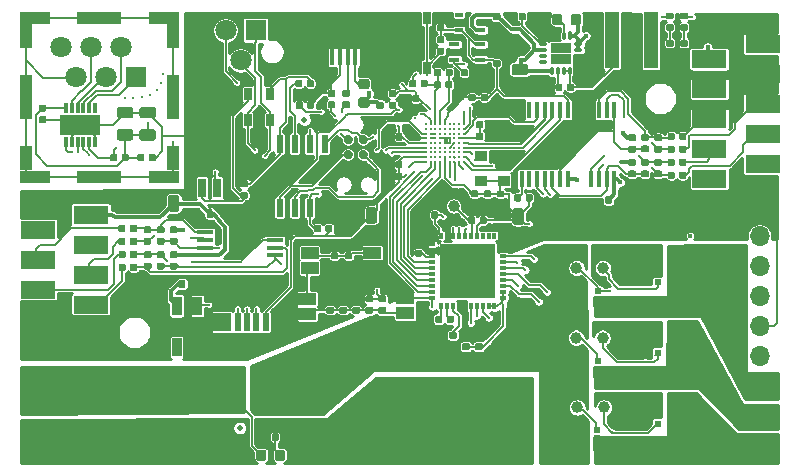
<source format=gbr>
G04 #@! TF.GenerationSoftware,KiCad,Pcbnew,5.1.5-52549c5~84~ubuntu18.04.1*
G04 #@! TF.CreationDate,2020-04-17T16:24:41+02:00*
G04 #@! TF.ProjectId,board,626f6172-642e-46b6-9963-61645f706362,rev?*
G04 #@! TF.SameCoordinates,Original*
G04 #@! TF.FileFunction,Copper,L1,Top*
G04 #@! TF.FilePolarity,Positive*
%FSLAX46Y46*%
G04 Gerber Fmt 4.6, Leading zero omitted, Abs format (unit mm)*
G04 Created by KiCad (PCBNEW 5.1.5-52549c5~84~ubuntu18.04.1) date 2020-04-17 16:24:41*
%MOMM*%
%LPD*%
G04 APERTURE LIST*
%ADD10R,0.700000X0.400000*%
%ADD11C,0.100000*%
%ADD12R,0.450000X1.450000*%
%ADD13R,1.180000X4.700000*%
%ADD14R,1.000000X1.000000*%
%ADD15R,1.650000X1.000000*%
%ADD16R,3.800000X1.000000*%
%ADD17R,1.000000X2.130000*%
%ADD18R,1.000000X3.800000*%
%ADD19R,3.000000X1.500000*%
%ADD20R,1.150000X1.150000*%
%ADD21R,0.500000X0.300000*%
%ADD22R,0.300000X0.500000*%
%ADD23R,0.950000X1.230000*%
%ADD24R,0.630000X0.500000*%
%ADD25R,0.304800X0.812800*%
%ADD26R,3.403600X1.803400*%
%ADD27O,0.300000X0.750000*%
%ADD28O,0.750000X0.300000*%
%ADD29R,0.900000X0.900000*%
%ADD30O,1.700000X1.700000*%
%ADD31R,1.700000X1.700000*%
%ADD32R,3.500000X2.000000*%
%ADD33R,6.000000X2.000000*%
%ADD34R,0.850000X1.600000*%
%ADD35C,1.000000*%
%ADD36R,1.500000X1.600000*%
%ADD37R,0.500000X1.600000*%
%ADD38R,2.400000X3.480000*%
%ADD39R,1.800000X1.800000*%
%ADD40C,1.800000*%
%ADD41R,0.650000X1.060000*%
%ADD42R,1.450000X0.450000*%
%ADD43C,0.500000*%
%ADD44R,0.450000X1.380000*%
%ADD45R,1.475000X2.100000*%
%ADD46R,2.375000X1.900000*%
%ADD47R,1.175000X1.900000*%
%ADD48R,0.600000X1.550000*%
%ADD49R,0.650000X1.050000*%
%ADD50R,0.950000X0.450000*%
%ADD51R,1.000000X0.900000*%
%ADD52R,1.500000X1.000000*%
%ADD53R,0.760000X1.600000*%
%ADD54C,0.200000*%
%ADD55C,0.400000*%
%ADD56C,0.310000*%
%ADD57C,0.800000*%
%ADD58C,0.300000*%
%ADD59C,0.152400*%
%ADD60C,0.177800*%
%ADD61C,0.254000*%
G04 APERTURE END LIST*
D10*
X130550000Y-101900000D03*
X130550000Y-100600000D03*
X132450000Y-100600000D03*
X132450000Y-101250000D03*
X132450000Y-101900000D03*
X130550000Y-101900000D03*
X130550000Y-100600000D03*
X132450000Y-100600000D03*
X132450000Y-101250000D03*
X132450000Y-101900000D03*
X130550000Y-101900000D03*
X130550000Y-100600000D03*
X132450000Y-100600000D03*
X132450000Y-101250000D03*
X132450000Y-101900000D03*
G04 #@! TA.AperFunction,SMDPad,CuDef*
D11*
G36*
X122473590Y-110778195D02*
G01*
X122511808Y-110783864D01*
X122549286Y-110793252D01*
X122585663Y-110806268D01*
X122620590Y-110822787D01*
X122653729Y-110842649D01*
X122684762Y-110865665D01*
X122713389Y-110891611D01*
X122739335Y-110920238D01*
X122762351Y-110951271D01*
X122782213Y-110984410D01*
X122798732Y-111019337D01*
X122811748Y-111055714D01*
X122821136Y-111093192D01*
X122826805Y-111131410D01*
X122828701Y-111169999D01*
X122828701Y-111170001D01*
X122826805Y-111208590D01*
X122821136Y-111246808D01*
X122811748Y-111284286D01*
X122798732Y-111320663D01*
X122782213Y-111355590D01*
X122762351Y-111388729D01*
X122739335Y-111419762D01*
X122713389Y-111448389D01*
X122684762Y-111474335D01*
X122653729Y-111497351D01*
X122620590Y-111517213D01*
X122585663Y-111533732D01*
X122549286Y-111546748D01*
X122511808Y-111556136D01*
X122473590Y-111561805D01*
X122435001Y-111563701D01*
X122434999Y-111563701D01*
X122396410Y-111561805D01*
X122358192Y-111556136D01*
X122320714Y-111546748D01*
X122284337Y-111533732D01*
X122249410Y-111517213D01*
X122216271Y-111497351D01*
X122185238Y-111474335D01*
X122156611Y-111448389D01*
X122130665Y-111419762D01*
X122107649Y-111388729D01*
X122087787Y-111355590D01*
X122071268Y-111320663D01*
X122058252Y-111284286D01*
X122048864Y-111246808D01*
X122043195Y-111208590D01*
X122041299Y-111170001D01*
X122041299Y-111169999D01*
X122043195Y-111131410D01*
X122048864Y-111093192D01*
X122058252Y-111055714D01*
X122071268Y-111019337D01*
X122087787Y-110984410D01*
X122107649Y-110951271D01*
X122130665Y-110920238D01*
X122156611Y-110891611D01*
X122185238Y-110865665D01*
X122216271Y-110842649D01*
X122249410Y-110822787D01*
X122284337Y-110806268D01*
X122320714Y-110793252D01*
X122358192Y-110783864D01*
X122396410Y-110778195D01*
X122434999Y-110776299D01*
X122435001Y-110776299D01*
X122473590Y-110778195D01*
G37*
G04 #@! TD.AperFunction*
G04 #@! TA.AperFunction,SMDPad,CuDef*
G36*
X122473590Y-112048195D02*
G01*
X122511808Y-112053864D01*
X122549286Y-112063252D01*
X122585663Y-112076268D01*
X122620590Y-112092787D01*
X122653729Y-112112649D01*
X122684762Y-112135665D01*
X122713389Y-112161611D01*
X122739335Y-112190238D01*
X122762351Y-112221271D01*
X122782213Y-112254410D01*
X122798732Y-112289337D01*
X122811748Y-112325714D01*
X122821136Y-112363192D01*
X122826805Y-112401410D01*
X122828701Y-112439999D01*
X122828701Y-112440001D01*
X122826805Y-112478590D01*
X122821136Y-112516808D01*
X122811748Y-112554286D01*
X122798732Y-112590663D01*
X122782213Y-112625590D01*
X122762351Y-112658729D01*
X122739335Y-112689762D01*
X122713389Y-112718389D01*
X122684762Y-112744335D01*
X122653729Y-112767351D01*
X122620590Y-112787213D01*
X122585663Y-112803732D01*
X122549286Y-112816748D01*
X122511808Y-112826136D01*
X122473590Y-112831805D01*
X122435001Y-112833701D01*
X122434999Y-112833701D01*
X122396410Y-112831805D01*
X122358192Y-112826136D01*
X122320714Y-112816748D01*
X122284337Y-112803732D01*
X122249410Y-112787213D01*
X122216271Y-112767351D01*
X122185238Y-112744335D01*
X122156611Y-112718389D01*
X122130665Y-112689762D01*
X122107649Y-112658729D01*
X122087787Y-112625590D01*
X122071268Y-112590663D01*
X122058252Y-112554286D01*
X122048864Y-112516808D01*
X122043195Y-112478590D01*
X122041299Y-112440001D01*
X122041299Y-112439999D01*
X122043195Y-112401410D01*
X122048864Y-112363192D01*
X122058252Y-112325714D01*
X122071268Y-112289337D01*
X122087787Y-112254410D01*
X122107649Y-112221271D01*
X122130665Y-112190238D01*
X122156611Y-112161611D01*
X122185238Y-112135665D01*
X122216271Y-112112649D01*
X122249410Y-112092787D01*
X122284337Y-112076268D01*
X122320714Y-112063252D01*
X122358192Y-112053864D01*
X122396410Y-112048195D01*
X122434999Y-112046299D01*
X122435001Y-112046299D01*
X122473590Y-112048195D01*
G37*
G04 #@! TD.AperFunction*
G04 #@! TA.AperFunction,SMDPad,CuDef*
G36*
X122473590Y-113318195D02*
G01*
X122511808Y-113323864D01*
X122549286Y-113333252D01*
X122585663Y-113346268D01*
X122620590Y-113362787D01*
X122653729Y-113382649D01*
X122684762Y-113405665D01*
X122713389Y-113431611D01*
X122739335Y-113460238D01*
X122762351Y-113491271D01*
X122782213Y-113524410D01*
X122798732Y-113559337D01*
X122811748Y-113595714D01*
X122821136Y-113633192D01*
X122826805Y-113671410D01*
X122828701Y-113709999D01*
X122828701Y-113710001D01*
X122826805Y-113748590D01*
X122821136Y-113786808D01*
X122811748Y-113824286D01*
X122798732Y-113860663D01*
X122782213Y-113895590D01*
X122762351Y-113928729D01*
X122739335Y-113959762D01*
X122713389Y-113988389D01*
X122684762Y-114014335D01*
X122653729Y-114037351D01*
X122620590Y-114057213D01*
X122585663Y-114073732D01*
X122549286Y-114086748D01*
X122511808Y-114096136D01*
X122473590Y-114101805D01*
X122435001Y-114103701D01*
X122434999Y-114103701D01*
X122396410Y-114101805D01*
X122358192Y-114096136D01*
X122320714Y-114086748D01*
X122284337Y-114073732D01*
X122249410Y-114057213D01*
X122216271Y-114037351D01*
X122185238Y-114014335D01*
X122156611Y-113988389D01*
X122130665Y-113959762D01*
X122107649Y-113928729D01*
X122087787Y-113895590D01*
X122071268Y-113860663D01*
X122058252Y-113824286D01*
X122048864Y-113786808D01*
X122043195Y-113748590D01*
X122041299Y-113710001D01*
X122041299Y-113709999D01*
X122043195Y-113671410D01*
X122048864Y-113633192D01*
X122058252Y-113595714D01*
X122071268Y-113559337D01*
X122087787Y-113524410D01*
X122107649Y-113491271D01*
X122130665Y-113460238D01*
X122156611Y-113431611D01*
X122185238Y-113405665D01*
X122216271Y-113382649D01*
X122249410Y-113362787D01*
X122284337Y-113346268D01*
X122320714Y-113333252D01*
X122358192Y-113323864D01*
X122396410Y-113318195D01*
X122434999Y-113316299D01*
X122435001Y-113316299D01*
X122473590Y-113318195D01*
G37*
G04 #@! TD.AperFunction*
G04 #@! TA.AperFunction,SMDPad,CuDef*
G36*
X121203590Y-113318195D02*
G01*
X121241808Y-113323864D01*
X121279286Y-113333252D01*
X121315663Y-113346268D01*
X121350590Y-113362787D01*
X121383729Y-113382649D01*
X121414762Y-113405665D01*
X121443389Y-113431611D01*
X121469335Y-113460238D01*
X121492351Y-113491271D01*
X121512213Y-113524410D01*
X121528732Y-113559337D01*
X121541748Y-113595714D01*
X121551136Y-113633192D01*
X121556805Y-113671410D01*
X121558701Y-113709999D01*
X121558701Y-113710001D01*
X121556805Y-113748590D01*
X121551136Y-113786808D01*
X121541748Y-113824286D01*
X121528732Y-113860663D01*
X121512213Y-113895590D01*
X121492351Y-113928729D01*
X121469335Y-113959762D01*
X121443389Y-113988389D01*
X121414762Y-114014335D01*
X121383729Y-114037351D01*
X121350590Y-114057213D01*
X121315663Y-114073732D01*
X121279286Y-114086748D01*
X121241808Y-114096136D01*
X121203590Y-114101805D01*
X121165001Y-114103701D01*
X121164999Y-114103701D01*
X121126410Y-114101805D01*
X121088192Y-114096136D01*
X121050714Y-114086748D01*
X121014337Y-114073732D01*
X120979410Y-114057213D01*
X120946271Y-114037351D01*
X120915238Y-114014335D01*
X120886611Y-113988389D01*
X120860665Y-113959762D01*
X120837649Y-113928729D01*
X120817787Y-113895590D01*
X120801268Y-113860663D01*
X120788252Y-113824286D01*
X120778864Y-113786808D01*
X120773195Y-113748590D01*
X120771299Y-113710001D01*
X120771299Y-113709999D01*
X120773195Y-113671410D01*
X120778864Y-113633192D01*
X120788252Y-113595714D01*
X120801268Y-113559337D01*
X120817787Y-113524410D01*
X120837649Y-113491271D01*
X120860665Y-113460238D01*
X120886611Y-113431611D01*
X120915238Y-113405665D01*
X120946271Y-113382649D01*
X120979410Y-113362787D01*
X121014337Y-113346268D01*
X121050714Y-113333252D01*
X121088192Y-113323864D01*
X121126410Y-113318195D01*
X121164999Y-113316299D01*
X121165001Y-113316299D01*
X121203590Y-113318195D01*
G37*
G04 #@! TD.AperFunction*
G04 #@! TA.AperFunction,SMDPad,CuDef*
G36*
X121203590Y-112048195D02*
G01*
X121241808Y-112053864D01*
X121279286Y-112063252D01*
X121315663Y-112076268D01*
X121350590Y-112092787D01*
X121383729Y-112112649D01*
X121414762Y-112135665D01*
X121443389Y-112161611D01*
X121469335Y-112190238D01*
X121492351Y-112221271D01*
X121512213Y-112254410D01*
X121528732Y-112289337D01*
X121541748Y-112325714D01*
X121551136Y-112363192D01*
X121556805Y-112401410D01*
X121558701Y-112439999D01*
X121558701Y-112440001D01*
X121556805Y-112478590D01*
X121551136Y-112516808D01*
X121541748Y-112554286D01*
X121528732Y-112590663D01*
X121512213Y-112625590D01*
X121492351Y-112658729D01*
X121469335Y-112689762D01*
X121443389Y-112718389D01*
X121414762Y-112744335D01*
X121383729Y-112767351D01*
X121350590Y-112787213D01*
X121315663Y-112803732D01*
X121279286Y-112816748D01*
X121241808Y-112826136D01*
X121203590Y-112831805D01*
X121165001Y-112833701D01*
X121164999Y-112833701D01*
X121126410Y-112831805D01*
X121088192Y-112826136D01*
X121050714Y-112816748D01*
X121014337Y-112803732D01*
X120979410Y-112787213D01*
X120946271Y-112767351D01*
X120915238Y-112744335D01*
X120886611Y-112718389D01*
X120860665Y-112689762D01*
X120837649Y-112658729D01*
X120817787Y-112625590D01*
X120801268Y-112590663D01*
X120788252Y-112554286D01*
X120778864Y-112516808D01*
X120773195Y-112478590D01*
X120771299Y-112440001D01*
X120771299Y-112439999D01*
X120773195Y-112401410D01*
X120778864Y-112363192D01*
X120788252Y-112325714D01*
X120801268Y-112289337D01*
X120817787Y-112254410D01*
X120837649Y-112221271D01*
X120860665Y-112190238D01*
X120886611Y-112161611D01*
X120915238Y-112135665D01*
X120946271Y-112112649D01*
X120979410Y-112092787D01*
X121014337Y-112076268D01*
X121050714Y-112063252D01*
X121088192Y-112053864D01*
X121126410Y-112048195D01*
X121164999Y-112046299D01*
X121165001Y-112046299D01*
X121203590Y-112048195D01*
G37*
G04 #@! TD.AperFunction*
G04 #@! TA.AperFunction,SMDPad,CuDef*
G36*
X121203590Y-110778195D02*
G01*
X121241808Y-110783864D01*
X121279286Y-110793252D01*
X121315663Y-110806268D01*
X121350590Y-110822787D01*
X121383729Y-110842649D01*
X121414762Y-110865665D01*
X121443389Y-110891611D01*
X121469335Y-110920238D01*
X121492351Y-110951271D01*
X121512213Y-110984410D01*
X121528732Y-111019337D01*
X121541748Y-111055714D01*
X121551136Y-111093192D01*
X121556805Y-111131410D01*
X121558701Y-111169999D01*
X121558701Y-111170001D01*
X121556805Y-111208590D01*
X121551136Y-111246808D01*
X121541748Y-111284286D01*
X121528732Y-111320663D01*
X121512213Y-111355590D01*
X121492351Y-111388729D01*
X121469335Y-111419762D01*
X121443389Y-111448389D01*
X121414762Y-111474335D01*
X121383729Y-111497351D01*
X121350590Y-111517213D01*
X121315663Y-111533732D01*
X121279286Y-111546748D01*
X121241808Y-111556136D01*
X121203590Y-111561805D01*
X121165001Y-111563701D01*
X121164999Y-111563701D01*
X121126410Y-111561805D01*
X121088192Y-111556136D01*
X121050714Y-111546748D01*
X121014337Y-111533732D01*
X120979410Y-111517213D01*
X120946271Y-111497351D01*
X120915238Y-111474335D01*
X120886611Y-111448389D01*
X120860665Y-111419762D01*
X120837649Y-111388729D01*
X120817787Y-111355590D01*
X120801268Y-111320663D01*
X120788252Y-111284286D01*
X120778864Y-111246808D01*
X120773195Y-111208590D01*
X120771299Y-111170001D01*
X120771299Y-111169999D01*
X120773195Y-111131410D01*
X120778864Y-111093192D01*
X120788252Y-111055714D01*
X120801268Y-111019337D01*
X120817787Y-110984410D01*
X120837649Y-110951271D01*
X120860665Y-110920238D01*
X120886611Y-110891611D01*
X120915238Y-110865665D01*
X120946271Y-110842649D01*
X120979410Y-110822787D01*
X121014337Y-110806268D01*
X121050714Y-110793252D01*
X121088192Y-110783864D01*
X121126410Y-110778195D01*
X121164999Y-110776299D01*
X121165001Y-110776299D01*
X121203590Y-110778195D01*
G37*
G04 #@! TD.AperFunction*
G04 #@! TA.AperFunction,SMDPad,CuDef*
G36*
X102767142Y-108416174D02*
G01*
X102790803Y-108419684D01*
X102814007Y-108425496D01*
X102836529Y-108433554D01*
X102858153Y-108443782D01*
X102878670Y-108456079D01*
X102897883Y-108470329D01*
X102915607Y-108486393D01*
X102931671Y-108504117D01*
X102945921Y-108523330D01*
X102958218Y-108543847D01*
X102968446Y-108565471D01*
X102976504Y-108587993D01*
X102982316Y-108611197D01*
X102985826Y-108634858D01*
X102987000Y-108658750D01*
X102987000Y-109146250D01*
X102985826Y-109170142D01*
X102982316Y-109193803D01*
X102976504Y-109217007D01*
X102968446Y-109239529D01*
X102958218Y-109261153D01*
X102945921Y-109281670D01*
X102931671Y-109300883D01*
X102915607Y-109318607D01*
X102897883Y-109334671D01*
X102878670Y-109348921D01*
X102858153Y-109361218D01*
X102836529Y-109371446D01*
X102814007Y-109379504D01*
X102790803Y-109385316D01*
X102767142Y-109388826D01*
X102743250Y-109390000D01*
X101830750Y-109390000D01*
X101806858Y-109388826D01*
X101783197Y-109385316D01*
X101759993Y-109379504D01*
X101737471Y-109371446D01*
X101715847Y-109361218D01*
X101695330Y-109348921D01*
X101676117Y-109334671D01*
X101658393Y-109318607D01*
X101642329Y-109300883D01*
X101628079Y-109281670D01*
X101615782Y-109261153D01*
X101605554Y-109239529D01*
X101597496Y-109217007D01*
X101591684Y-109193803D01*
X101588174Y-109170142D01*
X101587000Y-109146250D01*
X101587000Y-108658750D01*
X101588174Y-108634858D01*
X101591684Y-108611197D01*
X101597496Y-108587993D01*
X101605554Y-108565471D01*
X101615782Y-108543847D01*
X101628079Y-108523330D01*
X101642329Y-108504117D01*
X101658393Y-108486393D01*
X101676117Y-108470329D01*
X101695330Y-108456079D01*
X101715847Y-108443782D01*
X101737471Y-108433554D01*
X101759993Y-108425496D01*
X101783197Y-108419684D01*
X101806858Y-108416174D01*
X101830750Y-108415000D01*
X102743250Y-108415000D01*
X102767142Y-108416174D01*
G37*
G04 #@! TD.AperFunction*
G04 #@! TA.AperFunction,SMDPad,CuDef*
G36*
X102767142Y-110291174D02*
G01*
X102790803Y-110294684D01*
X102814007Y-110300496D01*
X102836529Y-110308554D01*
X102858153Y-110318782D01*
X102878670Y-110331079D01*
X102897883Y-110345329D01*
X102915607Y-110361393D01*
X102931671Y-110379117D01*
X102945921Y-110398330D01*
X102958218Y-110418847D01*
X102968446Y-110440471D01*
X102976504Y-110462993D01*
X102982316Y-110486197D01*
X102985826Y-110509858D01*
X102987000Y-110533750D01*
X102987000Y-111021250D01*
X102985826Y-111045142D01*
X102982316Y-111068803D01*
X102976504Y-111092007D01*
X102968446Y-111114529D01*
X102958218Y-111136153D01*
X102945921Y-111156670D01*
X102931671Y-111175883D01*
X102915607Y-111193607D01*
X102897883Y-111209671D01*
X102878670Y-111223921D01*
X102858153Y-111236218D01*
X102836529Y-111246446D01*
X102814007Y-111254504D01*
X102790803Y-111260316D01*
X102767142Y-111263826D01*
X102743250Y-111265000D01*
X101830750Y-111265000D01*
X101806858Y-111263826D01*
X101783197Y-111260316D01*
X101759993Y-111254504D01*
X101737471Y-111246446D01*
X101715847Y-111236218D01*
X101695330Y-111223921D01*
X101676117Y-111209671D01*
X101658393Y-111193607D01*
X101642329Y-111175883D01*
X101628079Y-111156670D01*
X101615782Y-111136153D01*
X101605554Y-111114529D01*
X101597496Y-111092007D01*
X101591684Y-111068803D01*
X101588174Y-111045142D01*
X101587000Y-111021250D01*
X101587000Y-110533750D01*
X101588174Y-110509858D01*
X101591684Y-110486197D01*
X101597496Y-110462993D01*
X101605554Y-110440471D01*
X101615782Y-110418847D01*
X101628079Y-110398330D01*
X101642329Y-110379117D01*
X101658393Y-110361393D01*
X101676117Y-110345329D01*
X101695330Y-110331079D01*
X101715847Y-110318782D01*
X101737471Y-110308554D01*
X101759993Y-110300496D01*
X101783197Y-110294684D01*
X101806858Y-110291174D01*
X101830750Y-110290000D01*
X102743250Y-110290000D01*
X102767142Y-110291174D01*
G37*
G04 #@! TD.AperFunction*
D12*
X139750000Y-108650000D03*
X139100000Y-108650000D03*
X138450000Y-108650000D03*
X137800000Y-108650000D03*
X137150000Y-108650000D03*
X136500000Y-108650000D03*
X135850000Y-108650000D03*
X135850000Y-114550000D03*
X136500000Y-114550000D03*
X137150000Y-114550000D03*
X137800000Y-114550000D03*
X138450000Y-114550000D03*
X139100000Y-114550000D03*
X139750000Y-114550000D03*
D13*
X146805000Y-102770000D03*
X143495000Y-102770000D03*
D14*
X93850000Y-100870000D03*
X106350000Y-100870000D03*
X106350000Y-114330000D03*
X93850000Y-114330000D03*
D15*
X95175000Y-100870000D03*
X95175000Y-114330000D03*
D16*
X100100000Y-100870000D03*
X100100000Y-114330000D03*
D15*
X105025000Y-100870000D03*
X105025000Y-114330000D03*
D17*
X93850000Y-102435000D03*
X106350000Y-102435000D03*
D18*
X93850000Y-107600000D03*
X106350000Y-107600000D03*
D17*
X93850000Y-112765000D03*
X106350000Y-112765000D03*
D19*
X99380000Y-117525000D03*
X99380000Y-120065000D03*
X99380000Y-122605000D03*
X99380000Y-125145000D03*
X94880000Y-118795000D03*
X94880000Y-121335000D03*
X94880000Y-123875000D03*
X94880000Y-126415000D03*
G04 #@! TA.AperFunction,SMDPad,CuDef*
D11*
G36*
X104672142Y-108416174D02*
G01*
X104695803Y-108419684D01*
X104719007Y-108425496D01*
X104741529Y-108433554D01*
X104763153Y-108443782D01*
X104783670Y-108456079D01*
X104802883Y-108470329D01*
X104820607Y-108486393D01*
X104836671Y-108504117D01*
X104850921Y-108523330D01*
X104863218Y-108543847D01*
X104873446Y-108565471D01*
X104881504Y-108587993D01*
X104887316Y-108611197D01*
X104890826Y-108634858D01*
X104892000Y-108658750D01*
X104892000Y-109146250D01*
X104890826Y-109170142D01*
X104887316Y-109193803D01*
X104881504Y-109217007D01*
X104873446Y-109239529D01*
X104863218Y-109261153D01*
X104850921Y-109281670D01*
X104836671Y-109300883D01*
X104820607Y-109318607D01*
X104802883Y-109334671D01*
X104783670Y-109348921D01*
X104763153Y-109361218D01*
X104741529Y-109371446D01*
X104719007Y-109379504D01*
X104695803Y-109385316D01*
X104672142Y-109388826D01*
X104648250Y-109390000D01*
X103735750Y-109390000D01*
X103711858Y-109388826D01*
X103688197Y-109385316D01*
X103664993Y-109379504D01*
X103642471Y-109371446D01*
X103620847Y-109361218D01*
X103600330Y-109348921D01*
X103581117Y-109334671D01*
X103563393Y-109318607D01*
X103547329Y-109300883D01*
X103533079Y-109281670D01*
X103520782Y-109261153D01*
X103510554Y-109239529D01*
X103502496Y-109217007D01*
X103496684Y-109193803D01*
X103493174Y-109170142D01*
X103492000Y-109146250D01*
X103492000Y-108658750D01*
X103493174Y-108634858D01*
X103496684Y-108611197D01*
X103502496Y-108587993D01*
X103510554Y-108565471D01*
X103520782Y-108543847D01*
X103533079Y-108523330D01*
X103547329Y-108504117D01*
X103563393Y-108486393D01*
X103581117Y-108470329D01*
X103600330Y-108456079D01*
X103620847Y-108443782D01*
X103642471Y-108433554D01*
X103664993Y-108425496D01*
X103688197Y-108419684D01*
X103711858Y-108416174D01*
X103735750Y-108415000D01*
X104648250Y-108415000D01*
X104672142Y-108416174D01*
G37*
G04 #@! TD.AperFunction*
G04 #@! TA.AperFunction,SMDPad,CuDef*
G36*
X104672142Y-110291174D02*
G01*
X104695803Y-110294684D01*
X104719007Y-110300496D01*
X104741529Y-110308554D01*
X104763153Y-110318782D01*
X104783670Y-110331079D01*
X104802883Y-110345329D01*
X104820607Y-110361393D01*
X104836671Y-110379117D01*
X104850921Y-110398330D01*
X104863218Y-110418847D01*
X104873446Y-110440471D01*
X104881504Y-110462993D01*
X104887316Y-110486197D01*
X104890826Y-110509858D01*
X104892000Y-110533750D01*
X104892000Y-111021250D01*
X104890826Y-111045142D01*
X104887316Y-111068803D01*
X104881504Y-111092007D01*
X104873446Y-111114529D01*
X104863218Y-111136153D01*
X104850921Y-111156670D01*
X104836671Y-111175883D01*
X104820607Y-111193607D01*
X104802883Y-111209671D01*
X104783670Y-111223921D01*
X104763153Y-111236218D01*
X104741529Y-111246446D01*
X104719007Y-111254504D01*
X104695803Y-111260316D01*
X104672142Y-111263826D01*
X104648250Y-111265000D01*
X103735750Y-111265000D01*
X103711858Y-111263826D01*
X103688197Y-111260316D01*
X103664993Y-111254504D01*
X103642471Y-111246446D01*
X103620847Y-111236218D01*
X103600330Y-111223921D01*
X103581117Y-111209671D01*
X103563393Y-111193607D01*
X103547329Y-111175883D01*
X103533079Y-111156670D01*
X103520782Y-111136153D01*
X103510554Y-111114529D01*
X103502496Y-111092007D01*
X103496684Y-111068803D01*
X103493174Y-111045142D01*
X103492000Y-111021250D01*
X103492000Y-110533750D01*
X103493174Y-110509858D01*
X103496684Y-110486197D01*
X103502496Y-110462993D01*
X103510554Y-110440471D01*
X103520782Y-110418847D01*
X103533079Y-110398330D01*
X103547329Y-110379117D01*
X103563393Y-110361393D01*
X103581117Y-110345329D01*
X103600330Y-110331079D01*
X103620847Y-110318782D01*
X103642471Y-110308554D01*
X103664993Y-110300496D01*
X103688197Y-110294684D01*
X103711858Y-110291174D01*
X103735750Y-110290000D01*
X104648250Y-110290000D01*
X104672142Y-110291174D01*
G37*
G04 #@! TD.AperFunction*
G04 #@! TA.AperFunction,SMDPad,CuDef*
G36*
X137705142Y-117001174D02*
G01*
X137728803Y-117004684D01*
X137752007Y-117010496D01*
X137774529Y-117018554D01*
X137796153Y-117028782D01*
X137816670Y-117041079D01*
X137835883Y-117055329D01*
X137853607Y-117071393D01*
X137869671Y-117089117D01*
X137883921Y-117108330D01*
X137896218Y-117128847D01*
X137906446Y-117150471D01*
X137914504Y-117172993D01*
X137920316Y-117196197D01*
X137923826Y-117219858D01*
X137925000Y-117243750D01*
X137925000Y-118156250D01*
X137923826Y-118180142D01*
X137920316Y-118203803D01*
X137914504Y-118227007D01*
X137906446Y-118249529D01*
X137896218Y-118271153D01*
X137883921Y-118291670D01*
X137869671Y-118310883D01*
X137853607Y-118328607D01*
X137835883Y-118344671D01*
X137816670Y-118358921D01*
X137796153Y-118371218D01*
X137774529Y-118381446D01*
X137752007Y-118389504D01*
X137728803Y-118395316D01*
X137705142Y-118398826D01*
X137681250Y-118400000D01*
X137193750Y-118400000D01*
X137169858Y-118398826D01*
X137146197Y-118395316D01*
X137122993Y-118389504D01*
X137100471Y-118381446D01*
X137078847Y-118371218D01*
X137058330Y-118358921D01*
X137039117Y-118344671D01*
X137021393Y-118328607D01*
X137005329Y-118310883D01*
X136991079Y-118291670D01*
X136978782Y-118271153D01*
X136968554Y-118249529D01*
X136960496Y-118227007D01*
X136954684Y-118203803D01*
X136951174Y-118180142D01*
X136950000Y-118156250D01*
X136950000Y-117243750D01*
X136951174Y-117219858D01*
X136954684Y-117196197D01*
X136960496Y-117172993D01*
X136968554Y-117150471D01*
X136978782Y-117128847D01*
X136991079Y-117108330D01*
X137005329Y-117089117D01*
X137021393Y-117071393D01*
X137039117Y-117055329D01*
X137058330Y-117041079D01*
X137078847Y-117028782D01*
X137100471Y-117018554D01*
X137122993Y-117010496D01*
X137146197Y-117004684D01*
X137169858Y-117001174D01*
X137193750Y-117000000D01*
X137681250Y-117000000D01*
X137705142Y-117001174D01*
G37*
G04 #@! TD.AperFunction*
G04 #@! TA.AperFunction,SMDPad,CuDef*
G36*
X135830142Y-117001174D02*
G01*
X135853803Y-117004684D01*
X135877007Y-117010496D01*
X135899529Y-117018554D01*
X135921153Y-117028782D01*
X135941670Y-117041079D01*
X135960883Y-117055329D01*
X135978607Y-117071393D01*
X135994671Y-117089117D01*
X136008921Y-117108330D01*
X136021218Y-117128847D01*
X136031446Y-117150471D01*
X136039504Y-117172993D01*
X136045316Y-117196197D01*
X136048826Y-117219858D01*
X136050000Y-117243750D01*
X136050000Y-118156250D01*
X136048826Y-118180142D01*
X136045316Y-118203803D01*
X136039504Y-118227007D01*
X136031446Y-118249529D01*
X136021218Y-118271153D01*
X136008921Y-118291670D01*
X135994671Y-118310883D01*
X135978607Y-118328607D01*
X135960883Y-118344671D01*
X135941670Y-118358921D01*
X135921153Y-118371218D01*
X135899529Y-118381446D01*
X135877007Y-118389504D01*
X135853803Y-118395316D01*
X135830142Y-118398826D01*
X135806250Y-118400000D01*
X135318750Y-118400000D01*
X135294858Y-118398826D01*
X135271197Y-118395316D01*
X135247993Y-118389504D01*
X135225471Y-118381446D01*
X135203847Y-118371218D01*
X135183330Y-118358921D01*
X135164117Y-118344671D01*
X135146393Y-118328607D01*
X135130329Y-118310883D01*
X135116079Y-118291670D01*
X135103782Y-118271153D01*
X135093554Y-118249529D01*
X135085496Y-118227007D01*
X135079684Y-118203803D01*
X135076174Y-118180142D01*
X135075000Y-118156250D01*
X135075000Y-117243750D01*
X135076174Y-117219858D01*
X135079684Y-117196197D01*
X135085496Y-117172993D01*
X135093554Y-117150471D01*
X135103782Y-117128847D01*
X135116079Y-117108330D01*
X135130329Y-117089117D01*
X135146393Y-117071393D01*
X135164117Y-117055329D01*
X135183330Y-117041079D01*
X135203847Y-117028782D01*
X135225471Y-117018554D01*
X135247993Y-117010496D01*
X135271197Y-117004684D01*
X135294858Y-117001174D01*
X135318750Y-117000000D01*
X135806250Y-117000000D01*
X135830142Y-117001174D01*
G37*
G04 #@! TD.AperFunction*
D20*
X129575000Y-124025000D03*
X130725000Y-124025000D03*
X131875000Y-124025000D03*
X133025000Y-124025000D03*
X129575000Y-122875000D03*
X130725000Y-122875000D03*
X131875000Y-122875000D03*
X133025000Y-122875000D03*
X129575000Y-121725000D03*
X130725000Y-121725000D03*
X131875000Y-121725000D03*
X133025000Y-121725000D03*
X129575000Y-120575000D03*
X130725000Y-120575000D03*
X131875000Y-120575000D03*
X133025000Y-120575000D03*
D21*
X128300000Y-124550000D03*
X128300000Y-124050000D03*
X128300000Y-123550000D03*
X128300000Y-123050000D03*
X128300000Y-122550000D03*
X128300000Y-122050000D03*
X128300000Y-121550000D03*
X128300000Y-121050000D03*
X128300000Y-120550000D03*
X128300000Y-120050000D03*
D22*
X129050000Y-119300000D03*
X129550000Y-119300000D03*
X130050000Y-119300000D03*
X130550000Y-119300000D03*
X131050000Y-119300000D03*
X131550000Y-119300000D03*
X132050000Y-119300000D03*
X132550000Y-119300000D03*
X133050000Y-119300000D03*
X133550000Y-119300000D03*
D21*
X134300000Y-120050000D03*
X134300000Y-120550000D03*
X134300000Y-121050000D03*
X134300000Y-121550000D03*
X134300000Y-122050000D03*
X134300000Y-122550000D03*
X134300000Y-123050000D03*
X134300000Y-123550000D03*
X134300000Y-124050000D03*
X134300000Y-124550000D03*
D22*
X133550000Y-125300000D03*
X133050000Y-125300000D03*
X132550000Y-125300000D03*
X132050000Y-125300000D03*
X131550000Y-125300000D03*
X131050000Y-125300000D03*
X130550000Y-125300000D03*
X130050000Y-125300000D03*
X129550000Y-125300000D03*
X129050000Y-125300000D03*
G04 #@! TA.AperFunction,SMDPad,CuDef*
D11*
G36*
X121530142Y-116901174D02*
G01*
X121553803Y-116904684D01*
X121577007Y-116910496D01*
X121599529Y-116918554D01*
X121621153Y-116928782D01*
X121641670Y-116941079D01*
X121660883Y-116955329D01*
X121678607Y-116971393D01*
X121694671Y-116989117D01*
X121708921Y-117008330D01*
X121721218Y-117028847D01*
X121731446Y-117050471D01*
X121739504Y-117072993D01*
X121745316Y-117096197D01*
X121748826Y-117119858D01*
X121750000Y-117143750D01*
X121750000Y-118056250D01*
X121748826Y-118080142D01*
X121745316Y-118103803D01*
X121739504Y-118127007D01*
X121731446Y-118149529D01*
X121721218Y-118171153D01*
X121708921Y-118191670D01*
X121694671Y-118210883D01*
X121678607Y-118228607D01*
X121660883Y-118244671D01*
X121641670Y-118258921D01*
X121621153Y-118271218D01*
X121599529Y-118281446D01*
X121577007Y-118289504D01*
X121553803Y-118295316D01*
X121530142Y-118298826D01*
X121506250Y-118300000D01*
X121018750Y-118300000D01*
X120994858Y-118298826D01*
X120971197Y-118295316D01*
X120947993Y-118289504D01*
X120925471Y-118281446D01*
X120903847Y-118271218D01*
X120883330Y-118258921D01*
X120864117Y-118244671D01*
X120846393Y-118228607D01*
X120830329Y-118210883D01*
X120816079Y-118191670D01*
X120803782Y-118171153D01*
X120793554Y-118149529D01*
X120785496Y-118127007D01*
X120779684Y-118103803D01*
X120776174Y-118080142D01*
X120775000Y-118056250D01*
X120775000Y-117143750D01*
X120776174Y-117119858D01*
X120779684Y-117096197D01*
X120785496Y-117072993D01*
X120793554Y-117050471D01*
X120803782Y-117028847D01*
X120816079Y-117008330D01*
X120830329Y-116989117D01*
X120846393Y-116971393D01*
X120864117Y-116955329D01*
X120883330Y-116941079D01*
X120903847Y-116928782D01*
X120925471Y-116918554D01*
X120947993Y-116910496D01*
X120971197Y-116904684D01*
X120994858Y-116901174D01*
X121018750Y-116900000D01*
X121506250Y-116900000D01*
X121530142Y-116901174D01*
G37*
G04 #@! TD.AperFunction*
G04 #@! TA.AperFunction,SMDPad,CuDef*
G36*
X123405142Y-116901174D02*
G01*
X123428803Y-116904684D01*
X123452007Y-116910496D01*
X123474529Y-116918554D01*
X123496153Y-116928782D01*
X123516670Y-116941079D01*
X123535883Y-116955329D01*
X123553607Y-116971393D01*
X123569671Y-116989117D01*
X123583921Y-117008330D01*
X123596218Y-117028847D01*
X123606446Y-117050471D01*
X123614504Y-117072993D01*
X123620316Y-117096197D01*
X123623826Y-117119858D01*
X123625000Y-117143750D01*
X123625000Y-118056250D01*
X123623826Y-118080142D01*
X123620316Y-118103803D01*
X123614504Y-118127007D01*
X123606446Y-118149529D01*
X123596218Y-118171153D01*
X123583921Y-118191670D01*
X123569671Y-118210883D01*
X123553607Y-118228607D01*
X123535883Y-118244671D01*
X123516670Y-118258921D01*
X123496153Y-118271218D01*
X123474529Y-118281446D01*
X123452007Y-118289504D01*
X123428803Y-118295316D01*
X123405142Y-118298826D01*
X123381250Y-118300000D01*
X122893750Y-118300000D01*
X122869858Y-118298826D01*
X122846197Y-118295316D01*
X122822993Y-118289504D01*
X122800471Y-118281446D01*
X122778847Y-118271218D01*
X122758330Y-118258921D01*
X122739117Y-118244671D01*
X122721393Y-118228607D01*
X122705329Y-118210883D01*
X122691079Y-118191670D01*
X122678782Y-118171153D01*
X122668554Y-118149529D01*
X122660496Y-118127007D01*
X122654684Y-118103803D01*
X122651174Y-118080142D01*
X122650000Y-118056250D01*
X122650000Y-117143750D01*
X122651174Y-117119858D01*
X122654684Y-117096197D01*
X122660496Y-117072993D01*
X122668554Y-117050471D01*
X122678782Y-117028847D01*
X122691079Y-117008330D01*
X122705329Y-116989117D01*
X122721393Y-116971393D01*
X122739117Y-116955329D01*
X122758330Y-116941079D01*
X122778847Y-116928782D01*
X122800471Y-116918554D01*
X122822993Y-116910496D01*
X122846197Y-116904684D01*
X122869858Y-116901174D01*
X122893750Y-116900000D01*
X123381250Y-116900000D01*
X123405142Y-116901174D01*
G37*
G04 #@! TD.AperFunction*
D12*
X143695000Y-108640000D03*
X143045000Y-108640000D03*
X142395000Y-108640000D03*
X141745000Y-108640000D03*
X141745000Y-114540000D03*
X142395000Y-114540000D03*
X143045000Y-114540000D03*
X143695000Y-114540000D03*
D23*
X140940000Y-131510000D03*
X140940000Y-130290000D03*
X139990000Y-131510000D03*
X139990000Y-130290000D03*
D24*
X139410000Y-131870000D03*
X139410000Y-131230000D03*
X139410000Y-130570000D03*
X139410000Y-129930000D03*
X142290000Y-129930000D03*
X142290000Y-130570000D03*
X142290000Y-131230000D03*
X142290000Y-131870000D03*
D25*
X97250000Y-111417800D03*
X97750000Y-111417800D03*
X98250000Y-111417800D03*
X98750000Y-111417800D03*
X99250000Y-111417800D03*
X99750000Y-111417800D03*
X99750000Y-108522200D03*
X99250000Y-108522200D03*
X98750000Y-108522200D03*
X98250000Y-108522200D03*
X97750000Y-108522200D03*
X97250000Y-108522200D03*
D26*
X98500000Y-109970000D03*
G04 #@! TA.AperFunction,SMDPad,CuDef*
D11*
G36*
X120186958Y-120720710D02*
G01*
X120201276Y-120722834D01*
X120215317Y-120726351D01*
X120228946Y-120731228D01*
X120242031Y-120737417D01*
X120254447Y-120744858D01*
X120266073Y-120753481D01*
X120276798Y-120763202D01*
X120286519Y-120773927D01*
X120295142Y-120785553D01*
X120302583Y-120797969D01*
X120308772Y-120811054D01*
X120313649Y-120824683D01*
X120317166Y-120838724D01*
X120319290Y-120853042D01*
X120320000Y-120867500D01*
X120320000Y-121162500D01*
X120319290Y-121176958D01*
X120317166Y-121191276D01*
X120313649Y-121205317D01*
X120308772Y-121218946D01*
X120302583Y-121232031D01*
X120295142Y-121244447D01*
X120286519Y-121256073D01*
X120276798Y-121266798D01*
X120266073Y-121276519D01*
X120254447Y-121285142D01*
X120242031Y-121292583D01*
X120228946Y-121298772D01*
X120215317Y-121303649D01*
X120201276Y-121307166D01*
X120186958Y-121309290D01*
X120172500Y-121310000D01*
X119827500Y-121310000D01*
X119813042Y-121309290D01*
X119798724Y-121307166D01*
X119784683Y-121303649D01*
X119771054Y-121298772D01*
X119757969Y-121292583D01*
X119745553Y-121285142D01*
X119733927Y-121276519D01*
X119723202Y-121266798D01*
X119713481Y-121256073D01*
X119704858Y-121244447D01*
X119697417Y-121232031D01*
X119691228Y-121218946D01*
X119686351Y-121205317D01*
X119682834Y-121191276D01*
X119680710Y-121176958D01*
X119680000Y-121162500D01*
X119680000Y-120867500D01*
X119680710Y-120853042D01*
X119682834Y-120838724D01*
X119686351Y-120824683D01*
X119691228Y-120811054D01*
X119697417Y-120797969D01*
X119704858Y-120785553D01*
X119713481Y-120773927D01*
X119723202Y-120763202D01*
X119733927Y-120753481D01*
X119745553Y-120744858D01*
X119757969Y-120737417D01*
X119771054Y-120731228D01*
X119784683Y-120726351D01*
X119798724Y-120722834D01*
X119813042Y-120720710D01*
X119827500Y-120720000D01*
X120172500Y-120720000D01*
X120186958Y-120720710D01*
G37*
G04 #@! TD.AperFunction*
G04 #@! TA.AperFunction,SMDPad,CuDef*
G36*
X120186958Y-121690710D02*
G01*
X120201276Y-121692834D01*
X120215317Y-121696351D01*
X120228946Y-121701228D01*
X120242031Y-121707417D01*
X120254447Y-121714858D01*
X120266073Y-121723481D01*
X120276798Y-121733202D01*
X120286519Y-121743927D01*
X120295142Y-121755553D01*
X120302583Y-121767969D01*
X120308772Y-121781054D01*
X120313649Y-121794683D01*
X120317166Y-121808724D01*
X120319290Y-121823042D01*
X120320000Y-121837500D01*
X120320000Y-122132500D01*
X120319290Y-122146958D01*
X120317166Y-122161276D01*
X120313649Y-122175317D01*
X120308772Y-122188946D01*
X120302583Y-122202031D01*
X120295142Y-122214447D01*
X120286519Y-122226073D01*
X120276798Y-122236798D01*
X120266073Y-122246519D01*
X120254447Y-122255142D01*
X120242031Y-122262583D01*
X120228946Y-122268772D01*
X120215317Y-122273649D01*
X120201276Y-122277166D01*
X120186958Y-122279290D01*
X120172500Y-122280000D01*
X119827500Y-122280000D01*
X119813042Y-122279290D01*
X119798724Y-122277166D01*
X119784683Y-122273649D01*
X119771054Y-122268772D01*
X119757969Y-122262583D01*
X119745553Y-122255142D01*
X119733927Y-122246519D01*
X119723202Y-122236798D01*
X119713481Y-122226073D01*
X119704858Y-122214447D01*
X119697417Y-122202031D01*
X119691228Y-122188946D01*
X119686351Y-122175317D01*
X119682834Y-122161276D01*
X119680710Y-122146958D01*
X119680000Y-122132500D01*
X119680000Y-121837500D01*
X119680710Y-121823042D01*
X119682834Y-121808724D01*
X119686351Y-121794683D01*
X119691228Y-121781054D01*
X119697417Y-121767969D01*
X119704858Y-121755553D01*
X119713481Y-121743927D01*
X119723202Y-121733202D01*
X119733927Y-121723481D01*
X119745553Y-121714858D01*
X119757969Y-121707417D01*
X119771054Y-121701228D01*
X119784683Y-121696351D01*
X119798724Y-121692834D01*
X119813042Y-121690710D01*
X119827500Y-121690000D01*
X120172500Y-121690000D01*
X120186958Y-121690710D01*
G37*
G04 #@! TD.AperFunction*
G04 #@! TA.AperFunction,SMDPad,CuDef*
G36*
X102446958Y-112380710D02*
G01*
X102461276Y-112382834D01*
X102475317Y-112386351D01*
X102488946Y-112391228D01*
X102502031Y-112397417D01*
X102514447Y-112404858D01*
X102526073Y-112413481D01*
X102536798Y-112423202D01*
X102546519Y-112433927D01*
X102555142Y-112445553D01*
X102562583Y-112457969D01*
X102568772Y-112471054D01*
X102573649Y-112484683D01*
X102577166Y-112498724D01*
X102579290Y-112513042D01*
X102580000Y-112527500D01*
X102580000Y-112872500D01*
X102579290Y-112886958D01*
X102577166Y-112901276D01*
X102573649Y-112915317D01*
X102568772Y-112928946D01*
X102562583Y-112942031D01*
X102555142Y-112954447D01*
X102546519Y-112966073D01*
X102536798Y-112976798D01*
X102526073Y-112986519D01*
X102514447Y-112995142D01*
X102502031Y-113002583D01*
X102488946Y-113008772D01*
X102475317Y-113013649D01*
X102461276Y-113017166D01*
X102446958Y-113019290D01*
X102432500Y-113020000D01*
X102137500Y-113020000D01*
X102123042Y-113019290D01*
X102108724Y-113017166D01*
X102094683Y-113013649D01*
X102081054Y-113008772D01*
X102067969Y-113002583D01*
X102055553Y-112995142D01*
X102043927Y-112986519D01*
X102033202Y-112976798D01*
X102023481Y-112966073D01*
X102014858Y-112954447D01*
X102007417Y-112942031D01*
X102001228Y-112928946D01*
X101996351Y-112915317D01*
X101992834Y-112901276D01*
X101990710Y-112886958D01*
X101990000Y-112872500D01*
X101990000Y-112527500D01*
X101990710Y-112513042D01*
X101992834Y-112498724D01*
X101996351Y-112484683D01*
X102001228Y-112471054D01*
X102007417Y-112457969D01*
X102014858Y-112445553D01*
X102023481Y-112433927D01*
X102033202Y-112423202D01*
X102043927Y-112413481D01*
X102055553Y-112404858D01*
X102067969Y-112397417D01*
X102081054Y-112391228D01*
X102094683Y-112386351D01*
X102108724Y-112382834D01*
X102123042Y-112380710D01*
X102137500Y-112380000D01*
X102432500Y-112380000D01*
X102446958Y-112380710D01*
G37*
G04 #@! TD.AperFunction*
G04 #@! TA.AperFunction,SMDPad,CuDef*
G36*
X101476958Y-112380710D02*
G01*
X101491276Y-112382834D01*
X101505317Y-112386351D01*
X101518946Y-112391228D01*
X101532031Y-112397417D01*
X101544447Y-112404858D01*
X101556073Y-112413481D01*
X101566798Y-112423202D01*
X101576519Y-112433927D01*
X101585142Y-112445553D01*
X101592583Y-112457969D01*
X101598772Y-112471054D01*
X101603649Y-112484683D01*
X101607166Y-112498724D01*
X101609290Y-112513042D01*
X101610000Y-112527500D01*
X101610000Y-112872500D01*
X101609290Y-112886958D01*
X101607166Y-112901276D01*
X101603649Y-112915317D01*
X101598772Y-112928946D01*
X101592583Y-112942031D01*
X101585142Y-112954447D01*
X101576519Y-112966073D01*
X101566798Y-112976798D01*
X101556073Y-112986519D01*
X101544447Y-112995142D01*
X101532031Y-113002583D01*
X101518946Y-113008772D01*
X101505317Y-113013649D01*
X101491276Y-113017166D01*
X101476958Y-113019290D01*
X101462500Y-113020000D01*
X101167500Y-113020000D01*
X101153042Y-113019290D01*
X101138724Y-113017166D01*
X101124683Y-113013649D01*
X101111054Y-113008772D01*
X101097969Y-113002583D01*
X101085553Y-112995142D01*
X101073927Y-112986519D01*
X101063202Y-112976798D01*
X101053481Y-112966073D01*
X101044858Y-112954447D01*
X101037417Y-112942031D01*
X101031228Y-112928946D01*
X101026351Y-112915317D01*
X101022834Y-112901276D01*
X101020710Y-112886958D01*
X101020000Y-112872500D01*
X101020000Y-112527500D01*
X101020710Y-112513042D01*
X101022834Y-112498724D01*
X101026351Y-112484683D01*
X101031228Y-112471054D01*
X101037417Y-112457969D01*
X101044858Y-112445553D01*
X101053481Y-112433927D01*
X101063202Y-112423202D01*
X101073927Y-112413481D01*
X101085553Y-112404858D01*
X101097969Y-112397417D01*
X101111054Y-112391228D01*
X101124683Y-112386351D01*
X101138724Y-112382834D01*
X101153042Y-112380710D01*
X101167500Y-112380000D01*
X101462500Y-112380000D01*
X101476958Y-112380710D01*
G37*
G04 #@! TD.AperFunction*
G04 #@! TA.AperFunction,SMDPad,CuDef*
G36*
X95486958Y-109190710D02*
G01*
X95501276Y-109192834D01*
X95515317Y-109196351D01*
X95528946Y-109201228D01*
X95542031Y-109207417D01*
X95554447Y-109214858D01*
X95566073Y-109223481D01*
X95576798Y-109233202D01*
X95586519Y-109243927D01*
X95595142Y-109255553D01*
X95602583Y-109267969D01*
X95608772Y-109281054D01*
X95613649Y-109294683D01*
X95617166Y-109308724D01*
X95619290Y-109323042D01*
X95620000Y-109337500D01*
X95620000Y-109632500D01*
X95619290Y-109646958D01*
X95617166Y-109661276D01*
X95613649Y-109675317D01*
X95608772Y-109688946D01*
X95602583Y-109702031D01*
X95595142Y-109714447D01*
X95586519Y-109726073D01*
X95576798Y-109736798D01*
X95566073Y-109746519D01*
X95554447Y-109755142D01*
X95542031Y-109762583D01*
X95528946Y-109768772D01*
X95515317Y-109773649D01*
X95501276Y-109777166D01*
X95486958Y-109779290D01*
X95472500Y-109780000D01*
X95127500Y-109780000D01*
X95113042Y-109779290D01*
X95098724Y-109777166D01*
X95084683Y-109773649D01*
X95071054Y-109768772D01*
X95057969Y-109762583D01*
X95045553Y-109755142D01*
X95033927Y-109746519D01*
X95023202Y-109736798D01*
X95013481Y-109726073D01*
X95004858Y-109714447D01*
X94997417Y-109702031D01*
X94991228Y-109688946D01*
X94986351Y-109675317D01*
X94982834Y-109661276D01*
X94980710Y-109646958D01*
X94980000Y-109632500D01*
X94980000Y-109337500D01*
X94980710Y-109323042D01*
X94982834Y-109308724D01*
X94986351Y-109294683D01*
X94991228Y-109281054D01*
X94997417Y-109267969D01*
X95004858Y-109255553D01*
X95013481Y-109243927D01*
X95023202Y-109233202D01*
X95033927Y-109223481D01*
X95045553Y-109214858D01*
X95057969Y-109207417D01*
X95071054Y-109201228D01*
X95084683Y-109196351D01*
X95098724Y-109192834D01*
X95113042Y-109190710D01*
X95127500Y-109190000D01*
X95472500Y-109190000D01*
X95486958Y-109190710D01*
G37*
G04 #@! TD.AperFunction*
G04 #@! TA.AperFunction,SMDPad,CuDef*
G36*
X95486958Y-108220710D02*
G01*
X95501276Y-108222834D01*
X95515317Y-108226351D01*
X95528946Y-108231228D01*
X95542031Y-108237417D01*
X95554447Y-108244858D01*
X95566073Y-108253481D01*
X95576798Y-108263202D01*
X95586519Y-108273927D01*
X95595142Y-108285553D01*
X95602583Y-108297969D01*
X95608772Y-108311054D01*
X95613649Y-108324683D01*
X95617166Y-108338724D01*
X95619290Y-108353042D01*
X95620000Y-108367500D01*
X95620000Y-108662500D01*
X95619290Y-108676958D01*
X95617166Y-108691276D01*
X95613649Y-108705317D01*
X95608772Y-108718946D01*
X95602583Y-108732031D01*
X95595142Y-108744447D01*
X95586519Y-108756073D01*
X95576798Y-108766798D01*
X95566073Y-108776519D01*
X95554447Y-108785142D01*
X95542031Y-108792583D01*
X95528946Y-108798772D01*
X95515317Y-108803649D01*
X95501276Y-108807166D01*
X95486958Y-108809290D01*
X95472500Y-108810000D01*
X95127500Y-108810000D01*
X95113042Y-108809290D01*
X95098724Y-108807166D01*
X95084683Y-108803649D01*
X95071054Y-108798772D01*
X95057969Y-108792583D01*
X95045553Y-108785142D01*
X95033927Y-108776519D01*
X95023202Y-108766798D01*
X95013481Y-108756073D01*
X95004858Y-108744447D01*
X94997417Y-108732031D01*
X94991228Y-108718946D01*
X94986351Y-108705317D01*
X94982834Y-108691276D01*
X94980710Y-108676958D01*
X94980000Y-108662500D01*
X94980000Y-108367500D01*
X94980710Y-108353042D01*
X94982834Y-108338724D01*
X94986351Y-108324683D01*
X94991228Y-108311054D01*
X94997417Y-108297969D01*
X95004858Y-108285553D01*
X95013481Y-108273927D01*
X95023202Y-108263202D01*
X95033927Y-108253481D01*
X95045553Y-108244858D01*
X95057969Y-108237417D01*
X95071054Y-108231228D01*
X95084683Y-108226351D01*
X95098724Y-108222834D01*
X95113042Y-108220710D01*
X95127500Y-108220000D01*
X95472500Y-108220000D01*
X95486958Y-108220710D01*
G37*
G04 #@! TD.AperFunction*
G04 #@! TA.AperFunction,SMDPad,CuDef*
G36*
X128780142Y-129676174D02*
G01*
X128803803Y-129679684D01*
X128827007Y-129685496D01*
X128849529Y-129693554D01*
X128871153Y-129703782D01*
X128891670Y-129716079D01*
X128910883Y-129730329D01*
X128928607Y-129746393D01*
X128944671Y-129764117D01*
X128958921Y-129783330D01*
X128971218Y-129803847D01*
X128981446Y-129825471D01*
X128989504Y-129847993D01*
X128995316Y-129871197D01*
X128998826Y-129894858D01*
X129000000Y-129918750D01*
X129000000Y-130406250D01*
X128998826Y-130430142D01*
X128995316Y-130453803D01*
X128989504Y-130477007D01*
X128981446Y-130499529D01*
X128971218Y-130521153D01*
X128958921Y-130541670D01*
X128944671Y-130560883D01*
X128928607Y-130578607D01*
X128910883Y-130594671D01*
X128891670Y-130608921D01*
X128871153Y-130621218D01*
X128849529Y-130631446D01*
X128827007Y-130639504D01*
X128803803Y-130645316D01*
X128780142Y-130648826D01*
X128756250Y-130650000D01*
X127843750Y-130650000D01*
X127819858Y-130648826D01*
X127796197Y-130645316D01*
X127772993Y-130639504D01*
X127750471Y-130631446D01*
X127728847Y-130621218D01*
X127708330Y-130608921D01*
X127689117Y-130594671D01*
X127671393Y-130578607D01*
X127655329Y-130560883D01*
X127641079Y-130541670D01*
X127628782Y-130521153D01*
X127618554Y-130499529D01*
X127610496Y-130477007D01*
X127604684Y-130453803D01*
X127601174Y-130430142D01*
X127600000Y-130406250D01*
X127600000Y-129918750D01*
X127601174Y-129894858D01*
X127604684Y-129871197D01*
X127610496Y-129847993D01*
X127618554Y-129825471D01*
X127628782Y-129803847D01*
X127641079Y-129783330D01*
X127655329Y-129764117D01*
X127671393Y-129746393D01*
X127689117Y-129730329D01*
X127708330Y-129716079D01*
X127728847Y-129703782D01*
X127750471Y-129693554D01*
X127772993Y-129685496D01*
X127796197Y-129679684D01*
X127819858Y-129676174D01*
X127843750Y-129675000D01*
X128756250Y-129675000D01*
X128780142Y-129676174D01*
G37*
G04 #@! TD.AperFunction*
G04 #@! TA.AperFunction,SMDPad,CuDef*
G36*
X128780142Y-131551174D02*
G01*
X128803803Y-131554684D01*
X128827007Y-131560496D01*
X128849529Y-131568554D01*
X128871153Y-131578782D01*
X128891670Y-131591079D01*
X128910883Y-131605329D01*
X128928607Y-131621393D01*
X128944671Y-131639117D01*
X128958921Y-131658330D01*
X128971218Y-131678847D01*
X128981446Y-131700471D01*
X128989504Y-131722993D01*
X128995316Y-131746197D01*
X128998826Y-131769858D01*
X129000000Y-131793750D01*
X129000000Y-132281250D01*
X128998826Y-132305142D01*
X128995316Y-132328803D01*
X128989504Y-132352007D01*
X128981446Y-132374529D01*
X128971218Y-132396153D01*
X128958921Y-132416670D01*
X128944671Y-132435883D01*
X128928607Y-132453607D01*
X128910883Y-132469671D01*
X128891670Y-132483921D01*
X128871153Y-132496218D01*
X128849529Y-132506446D01*
X128827007Y-132514504D01*
X128803803Y-132520316D01*
X128780142Y-132523826D01*
X128756250Y-132525000D01*
X127843750Y-132525000D01*
X127819858Y-132523826D01*
X127796197Y-132520316D01*
X127772993Y-132514504D01*
X127750471Y-132506446D01*
X127728847Y-132496218D01*
X127708330Y-132483921D01*
X127689117Y-132469671D01*
X127671393Y-132453607D01*
X127655329Y-132435883D01*
X127641079Y-132416670D01*
X127628782Y-132396153D01*
X127618554Y-132374529D01*
X127610496Y-132352007D01*
X127604684Y-132328803D01*
X127601174Y-132305142D01*
X127600000Y-132281250D01*
X127600000Y-131793750D01*
X127601174Y-131769858D01*
X127604684Y-131746197D01*
X127610496Y-131722993D01*
X127618554Y-131700471D01*
X127628782Y-131678847D01*
X127641079Y-131658330D01*
X127655329Y-131639117D01*
X127671393Y-131621393D01*
X127689117Y-131605329D01*
X127708330Y-131591079D01*
X127728847Y-131578782D01*
X127750471Y-131568554D01*
X127772993Y-131560496D01*
X127796197Y-131554684D01*
X127819858Y-131551174D01*
X127843750Y-131550000D01*
X128756250Y-131550000D01*
X128780142Y-131551174D01*
G37*
G04 #@! TD.AperFunction*
G04 #@! TA.AperFunction,SMDPad,CuDef*
G36*
X104746958Y-112380710D02*
G01*
X104761276Y-112382834D01*
X104775317Y-112386351D01*
X104788946Y-112391228D01*
X104802031Y-112397417D01*
X104814447Y-112404858D01*
X104826073Y-112413481D01*
X104836798Y-112423202D01*
X104846519Y-112433927D01*
X104855142Y-112445553D01*
X104862583Y-112457969D01*
X104868772Y-112471054D01*
X104873649Y-112484683D01*
X104877166Y-112498724D01*
X104879290Y-112513042D01*
X104880000Y-112527500D01*
X104880000Y-112872500D01*
X104879290Y-112886958D01*
X104877166Y-112901276D01*
X104873649Y-112915317D01*
X104868772Y-112928946D01*
X104862583Y-112942031D01*
X104855142Y-112954447D01*
X104846519Y-112966073D01*
X104836798Y-112976798D01*
X104826073Y-112986519D01*
X104814447Y-112995142D01*
X104802031Y-113002583D01*
X104788946Y-113008772D01*
X104775317Y-113013649D01*
X104761276Y-113017166D01*
X104746958Y-113019290D01*
X104732500Y-113020000D01*
X104437500Y-113020000D01*
X104423042Y-113019290D01*
X104408724Y-113017166D01*
X104394683Y-113013649D01*
X104381054Y-113008772D01*
X104367969Y-113002583D01*
X104355553Y-112995142D01*
X104343927Y-112986519D01*
X104333202Y-112976798D01*
X104323481Y-112966073D01*
X104314858Y-112954447D01*
X104307417Y-112942031D01*
X104301228Y-112928946D01*
X104296351Y-112915317D01*
X104292834Y-112901276D01*
X104290710Y-112886958D01*
X104290000Y-112872500D01*
X104290000Y-112527500D01*
X104290710Y-112513042D01*
X104292834Y-112498724D01*
X104296351Y-112484683D01*
X104301228Y-112471054D01*
X104307417Y-112457969D01*
X104314858Y-112445553D01*
X104323481Y-112433927D01*
X104333202Y-112423202D01*
X104343927Y-112413481D01*
X104355553Y-112404858D01*
X104367969Y-112397417D01*
X104381054Y-112391228D01*
X104394683Y-112386351D01*
X104408724Y-112382834D01*
X104423042Y-112380710D01*
X104437500Y-112380000D01*
X104732500Y-112380000D01*
X104746958Y-112380710D01*
G37*
G04 #@! TD.AperFunction*
G04 #@! TA.AperFunction,SMDPad,CuDef*
G36*
X103776958Y-112380710D02*
G01*
X103791276Y-112382834D01*
X103805317Y-112386351D01*
X103818946Y-112391228D01*
X103832031Y-112397417D01*
X103844447Y-112404858D01*
X103856073Y-112413481D01*
X103866798Y-112423202D01*
X103876519Y-112433927D01*
X103885142Y-112445553D01*
X103892583Y-112457969D01*
X103898772Y-112471054D01*
X103903649Y-112484683D01*
X103907166Y-112498724D01*
X103909290Y-112513042D01*
X103910000Y-112527500D01*
X103910000Y-112872500D01*
X103909290Y-112886958D01*
X103907166Y-112901276D01*
X103903649Y-112915317D01*
X103898772Y-112928946D01*
X103892583Y-112942031D01*
X103885142Y-112954447D01*
X103876519Y-112966073D01*
X103866798Y-112976798D01*
X103856073Y-112986519D01*
X103844447Y-112995142D01*
X103832031Y-113002583D01*
X103818946Y-113008772D01*
X103805317Y-113013649D01*
X103791276Y-113017166D01*
X103776958Y-113019290D01*
X103762500Y-113020000D01*
X103467500Y-113020000D01*
X103453042Y-113019290D01*
X103438724Y-113017166D01*
X103424683Y-113013649D01*
X103411054Y-113008772D01*
X103397969Y-113002583D01*
X103385553Y-112995142D01*
X103373927Y-112986519D01*
X103363202Y-112976798D01*
X103353481Y-112966073D01*
X103344858Y-112954447D01*
X103337417Y-112942031D01*
X103331228Y-112928946D01*
X103326351Y-112915317D01*
X103322834Y-112901276D01*
X103320710Y-112886958D01*
X103320000Y-112872500D01*
X103320000Y-112527500D01*
X103320710Y-112513042D01*
X103322834Y-112498724D01*
X103326351Y-112484683D01*
X103331228Y-112471054D01*
X103337417Y-112457969D01*
X103344858Y-112445553D01*
X103353481Y-112433927D01*
X103363202Y-112423202D01*
X103373927Y-112413481D01*
X103385553Y-112404858D01*
X103397969Y-112397417D01*
X103411054Y-112391228D01*
X103424683Y-112386351D01*
X103438724Y-112382834D01*
X103453042Y-112380710D01*
X103467500Y-112380000D01*
X103762500Y-112380000D01*
X103776958Y-112380710D01*
G37*
G04 #@! TD.AperFunction*
G04 #@! TA.AperFunction,SMDPad,CuDef*
G36*
X134480142Y-131551174D02*
G01*
X134503803Y-131554684D01*
X134527007Y-131560496D01*
X134549529Y-131568554D01*
X134571153Y-131578782D01*
X134591670Y-131591079D01*
X134610883Y-131605329D01*
X134628607Y-131621393D01*
X134644671Y-131639117D01*
X134658921Y-131658330D01*
X134671218Y-131678847D01*
X134681446Y-131700471D01*
X134689504Y-131722993D01*
X134695316Y-131746197D01*
X134698826Y-131769858D01*
X134700000Y-131793750D01*
X134700000Y-132281250D01*
X134698826Y-132305142D01*
X134695316Y-132328803D01*
X134689504Y-132352007D01*
X134681446Y-132374529D01*
X134671218Y-132396153D01*
X134658921Y-132416670D01*
X134644671Y-132435883D01*
X134628607Y-132453607D01*
X134610883Y-132469671D01*
X134591670Y-132483921D01*
X134571153Y-132496218D01*
X134549529Y-132506446D01*
X134527007Y-132514504D01*
X134503803Y-132520316D01*
X134480142Y-132523826D01*
X134456250Y-132525000D01*
X133543750Y-132525000D01*
X133519858Y-132523826D01*
X133496197Y-132520316D01*
X133472993Y-132514504D01*
X133450471Y-132506446D01*
X133428847Y-132496218D01*
X133408330Y-132483921D01*
X133389117Y-132469671D01*
X133371393Y-132453607D01*
X133355329Y-132435883D01*
X133341079Y-132416670D01*
X133328782Y-132396153D01*
X133318554Y-132374529D01*
X133310496Y-132352007D01*
X133304684Y-132328803D01*
X133301174Y-132305142D01*
X133300000Y-132281250D01*
X133300000Y-131793750D01*
X133301174Y-131769858D01*
X133304684Y-131746197D01*
X133310496Y-131722993D01*
X133318554Y-131700471D01*
X133328782Y-131678847D01*
X133341079Y-131658330D01*
X133355329Y-131639117D01*
X133371393Y-131621393D01*
X133389117Y-131605329D01*
X133408330Y-131591079D01*
X133428847Y-131578782D01*
X133450471Y-131568554D01*
X133472993Y-131560496D01*
X133496197Y-131554684D01*
X133519858Y-131551174D01*
X133543750Y-131550000D01*
X134456250Y-131550000D01*
X134480142Y-131551174D01*
G37*
G04 #@! TD.AperFunction*
G04 #@! TA.AperFunction,SMDPad,CuDef*
G36*
X134480142Y-129676174D02*
G01*
X134503803Y-129679684D01*
X134527007Y-129685496D01*
X134549529Y-129693554D01*
X134571153Y-129703782D01*
X134591670Y-129716079D01*
X134610883Y-129730329D01*
X134628607Y-129746393D01*
X134644671Y-129764117D01*
X134658921Y-129783330D01*
X134671218Y-129803847D01*
X134681446Y-129825471D01*
X134689504Y-129847993D01*
X134695316Y-129871197D01*
X134698826Y-129894858D01*
X134700000Y-129918750D01*
X134700000Y-130406250D01*
X134698826Y-130430142D01*
X134695316Y-130453803D01*
X134689504Y-130477007D01*
X134681446Y-130499529D01*
X134671218Y-130521153D01*
X134658921Y-130541670D01*
X134644671Y-130560883D01*
X134628607Y-130578607D01*
X134610883Y-130594671D01*
X134591670Y-130608921D01*
X134571153Y-130621218D01*
X134549529Y-130631446D01*
X134527007Y-130639504D01*
X134503803Y-130645316D01*
X134480142Y-130648826D01*
X134456250Y-130650000D01*
X133543750Y-130650000D01*
X133519858Y-130648826D01*
X133496197Y-130645316D01*
X133472993Y-130639504D01*
X133450471Y-130631446D01*
X133428847Y-130621218D01*
X133408330Y-130608921D01*
X133389117Y-130594671D01*
X133371393Y-130578607D01*
X133355329Y-130560883D01*
X133341079Y-130541670D01*
X133328782Y-130521153D01*
X133318554Y-130499529D01*
X133310496Y-130477007D01*
X133304684Y-130453803D01*
X133301174Y-130430142D01*
X133300000Y-130406250D01*
X133300000Y-129918750D01*
X133301174Y-129894858D01*
X133304684Y-129871197D01*
X133310496Y-129847993D01*
X133318554Y-129825471D01*
X133328782Y-129803847D01*
X133341079Y-129783330D01*
X133355329Y-129764117D01*
X133371393Y-129746393D01*
X133389117Y-129730329D01*
X133408330Y-129716079D01*
X133428847Y-129703782D01*
X133450471Y-129693554D01*
X133472993Y-129685496D01*
X133496197Y-129679684D01*
X133519858Y-129676174D01*
X133543750Y-129675000D01*
X134456250Y-129675000D01*
X134480142Y-129676174D01*
G37*
G04 #@! TD.AperFunction*
G04 #@! TA.AperFunction,SMDPad,CuDef*
G36*
X132580142Y-129676174D02*
G01*
X132603803Y-129679684D01*
X132627007Y-129685496D01*
X132649529Y-129693554D01*
X132671153Y-129703782D01*
X132691670Y-129716079D01*
X132710883Y-129730329D01*
X132728607Y-129746393D01*
X132744671Y-129764117D01*
X132758921Y-129783330D01*
X132771218Y-129803847D01*
X132781446Y-129825471D01*
X132789504Y-129847993D01*
X132795316Y-129871197D01*
X132798826Y-129894858D01*
X132800000Y-129918750D01*
X132800000Y-130406250D01*
X132798826Y-130430142D01*
X132795316Y-130453803D01*
X132789504Y-130477007D01*
X132781446Y-130499529D01*
X132771218Y-130521153D01*
X132758921Y-130541670D01*
X132744671Y-130560883D01*
X132728607Y-130578607D01*
X132710883Y-130594671D01*
X132691670Y-130608921D01*
X132671153Y-130621218D01*
X132649529Y-130631446D01*
X132627007Y-130639504D01*
X132603803Y-130645316D01*
X132580142Y-130648826D01*
X132556250Y-130650000D01*
X131643750Y-130650000D01*
X131619858Y-130648826D01*
X131596197Y-130645316D01*
X131572993Y-130639504D01*
X131550471Y-130631446D01*
X131528847Y-130621218D01*
X131508330Y-130608921D01*
X131489117Y-130594671D01*
X131471393Y-130578607D01*
X131455329Y-130560883D01*
X131441079Y-130541670D01*
X131428782Y-130521153D01*
X131418554Y-130499529D01*
X131410496Y-130477007D01*
X131404684Y-130453803D01*
X131401174Y-130430142D01*
X131400000Y-130406250D01*
X131400000Y-129918750D01*
X131401174Y-129894858D01*
X131404684Y-129871197D01*
X131410496Y-129847993D01*
X131418554Y-129825471D01*
X131428782Y-129803847D01*
X131441079Y-129783330D01*
X131455329Y-129764117D01*
X131471393Y-129746393D01*
X131489117Y-129730329D01*
X131508330Y-129716079D01*
X131528847Y-129703782D01*
X131550471Y-129693554D01*
X131572993Y-129685496D01*
X131596197Y-129679684D01*
X131619858Y-129676174D01*
X131643750Y-129675000D01*
X132556250Y-129675000D01*
X132580142Y-129676174D01*
G37*
G04 #@! TD.AperFunction*
G04 #@! TA.AperFunction,SMDPad,CuDef*
G36*
X132580142Y-131551174D02*
G01*
X132603803Y-131554684D01*
X132627007Y-131560496D01*
X132649529Y-131568554D01*
X132671153Y-131578782D01*
X132691670Y-131591079D01*
X132710883Y-131605329D01*
X132728607Y-131621393D01*
X132744671Y-131639117D01*
X132758921Y-131658330D01*
X132771218Y-131678847D01*
X132781446Y-131700471D01*
X132789504Y-131722993D01*
X132795316Y-131746197D01*
X132798826Y-131769858D01*
X132800000Y-131793750D01*
X132800000Y-132281250D01*
X132798826Y-132305142D01*
X132795316Y-132328803D01*
X132789504Y-132352007D01*
X132781446Y-132374529D01*
X132771218Y-132396153D01*
X132758921Y-132416670D01*
X132744671Y-132435883D01*
X132728607Y-132453607D01*
X132710883Y-132469671D01*
X132691670Y-132483921D01*
X132671153Y-132496218D01*
X132649529Y-132506446D01*
X132627007Y-132514504D01*
X132603803Y-132520316D01*
X132580142Y-132523826D01*
X132556250Y-132525000D01*
X131643750Y-132525000D01*
X131619858Y-132523826D01*
X131596197Y-132520316D01*
X131572993Y-132514504D01*
X131550471Y-132506446D01*
X131528847Y-132496218D01*
X131508330Y-132483921D01*
X131489117Y-132469671D01*
X131471393Y-132453607D01*
X131455329Y-132435883D01*
X131441079Y-132416670D01*
X131428782Y-132396153D01*
X131418554Y-132374529D01*
X131410496Y-132352007D01*
X131404684Y-132328803D01*
X131401174Y-132305142D01*
X131400000Y-132281250D01*
X131400000Y-131793750D01*
X131401174Y-131769858D01*
X131404684Y-131746197D01*
X131410496Y-131722993D01*
X131418554Y-131700471D01*
X131428782Y-131678847D01*
X131441079Y-131658330D01*
X131455329Y-131639117D01*
X131471393Y-131621393D01*
X131489117Y-131605329D01*
X131508330Y-131591079D01*
X131528847Y-131578782D01*
X131550471Y-131568554D01*
X131572993Y-131560496D01*
X131596197Y-131554684D01*
X131619858Y-131551174D01*
X131643750Y-131550000D01*
X132556250Y-131550000D01*
X132580142Y-131551174D01*
G37*
G04 #@! TD.AperFunction*
G04 #@! TA.AperFunction,SMDPad,CuDef*
G36*
X121386958Y-121690710D02*
G01*
X121401276Y-121692834D01*
X121415317Y-121696351D01*
X121428946Y-121701228D01*
X121442031Y-121707417D01*
X121454447Y-121714858D01*
X121466073Y-121723481D01*
X121476798Y-121733202D01*
X121486519Y-121743927D01*
X121495142Y-121755553D01*
X121502583Y-121767969D01*
X121508772Y-121781054D01*
X121513649Y-121794683D01*
X121517166Y-121808724D01*
X121519290Y-121823042D01*
X121520000Y-121837500D01*
X121520000Y-122132500D01*
X121519290Y-122146958D01*
X121517166Y-122161276D01*
X121513649Y-122175317D01*
X121508772Y-122188946D01*
X121502583Y-122202031D01*
X121495142Y-122214447D01*
X121486519Y-122226073D01*
X121476798Y-122236798D01*
X121466073Y-122246519D01*
X121454447Y-122255142D01*
X121442031Y-122262583D01*
X121428946Y-122268772D01*
X121415317Y-122273649D01*
X121401276Y-122277166D01*
X121386958Y-122279290D01*
X121372500Y-122280000D01*
X121027500Y-122280000D01*
X121013042Y-122279290D01*
X120998724Y-122277166D01*
X120984683Y-122273649D01*
X120971054Y-122268772D01*
X120957969Y-122262583D01*
X120945553Y-122255142D01*
X120933927Y-122246519D01*
X120923202Y-122236798D01*
X120913481Y-122226073D01*
X120904858Y-122214447D01*
X120897417Y-122202031D01*
X120891228Y-122188946D01*
X120886351Y-122175317D01*
X120882834Y-122161276D01*
X120880710Y-122146958D01*
X120880000Y-122132500D01*
X120880000Y-121837500D01*
X120880710Y-121823042D01*
X120882834Y-121808724D01*
X120886351Y-121794683D01*
X120891228Y-121781054D01*
X120897417Y-121767969D01*
X120904858Y-121755553D01*
X120913481Y-121743927D01*
X120923202Y-121733202D01*
X120933927Y-121723481D01*
X120945553Y-121714858D01*
X120957969Y-121707417D01*
X120971054Y-121701228D01*
X120984683Y-121696351D01*
X120998724Y-121692834D01*
X121013042Y-121690710D01*
X121027500Y-121690000D01*
X121372500Y-121690000D01*
X121386958Y-121690710D01*
G37*
G04 #@! TD.AperFunction*
G04 #@! TA.AperFunction,SMDPad,CuDef*
G36*
X121386958Y-120720710D02*
G01*
X121401276Y-120722834D01*
X121415317Y-120726351D01*
X121428946Y-120731228D01*
X121442031Y-120737417D01*
X121454447Y-120744858D01*
X121466073Y-120753481D01*
X121476798Y-120763202D01*
X121486519Y-120773927D01*
X121495142Y-120785553D01*
X121502583Y-120797969D01*
X121508772Y-120811054D01*
X121513649Y-120824683D01*
X121517166Y-120838724D01*
X121519290Y-120853042D01*
X121520000Y-120867500D01*
X121520000Y-121162500D01*
X121519290Y-121176958D01*
X121517166Y-121191276D01*
X121513649Y-121205317D01*
X121508772Y-121218946D01*
X121502583Y-121232031D01*
X121495142Y-121244447D01*
X121486519Y-121256073D01*
X121476798Y-121266798D01*
X121466073Y-121276519D01*
X121454447Y-121285142D01*
X121442031Y-121292583D01*
X121428946Y-121298772D01*
X121415317Y-121303649D01*
X121401276Y-121307166D01*
X121386958Y-121309290D01*
X121372500Y-121310000D01*
X121027500Y-121310000D01*
X121013042Y-121309290D01*
X120998724Y-121307166D01*
X120984683Y-121303649D01*
X120971054Y-121298772D01*
X120957969Y-121292583D01*
X120945553Y-121285142D01*
X120933927Y-121276519D01*
X120923202Y-121266798D01*
X120913481Y-121256073D01*
X120904858Y-121244447D01*
X120897417Y-121232031D01*
X120891228Y-121218946D01*
X120886351Y-121205317D01*
X120882834Y-121191276D01*
X120880710Y-121176958D01*
X120880000Y-121162500D01*
X120880000Y-120867500D01*
X120880710Y-120853042D01*
X120882834Y-120838724D01*
X120886351Y-120824683D01*
X120891228Y-120811054D01*
X120897417Y-120797969D01*
X120904858Y-120785553D01*
X120913481Y-120773927D01*
X120923202Y-120763202D01*
X120933927Y-120753481D01*
X120945553Y-120744858D01*
X120957969Y-120737417D01*
X120971054Y-120731228D01*
X120984683Y-120726351D01*
X120998724Y-120722834D01*
X121013042Y-120720710D01*
X121027500Y-120720000D01*
X121372500Y-120720000D01*
X121386958Y-120720710D01*
G37*
G04 #@! TD.AperFunction*
G04 #@! TA.AperFunction,SMDPad,CuDef*
G36*
X140146958Y-106430710D02*
G01*
X140161276Y-106432834D01*
X140175317Y-106436351D01*
X140188946Y-106441228D01*
X140202031Y-106447417D01*
X140214447Y-106454858D01*
X140226073Y-106463481D01*
X140236798Y-106473202D01*
X140246519Y-106483927D01*
X140255142Y-106495553D01*
X140262583Y-106507969D01*
X140268772Y-106521054D01*
X140273649Y-106534683D01*
X140277166Y-106548724D01*
X140279290Y-106563042D01*
X140280000Y-106577500D01*
X140280000Y-106922500D01*
X140279290Y-106936958D01*
X140277166Y-106951276D01*
X140273649Y-106965317D01*
X140268772Y-106978946D01*
X140262583Y-106992031D01*
X140255142Y-107004447D01*
X140246519Y-107016073D01*
X140236798Y-107026798D01*
X140226073Y-107036519D01*
X140214447Y-107045142D01*
X140202031Y-107052583D01*
X140188946Y-107058772D01*
X140175317Y-107063649D01*
X140161276Y-107067166D01*
X140146958Y-107069290D01*
X140132500Y-107070000D01*
X139837500Y-107070000D01*
X139823042Y-107069290D01*
X139808724Y-107067166D01*
X139794683Y-107063649D01*
X139781054Y-107058772D01*
X139767969Y-107052583D01*
X139755553Y-107045142D01*
X139743927Y-107036519D01*
X139733202Y-107026798D01*
X139723481Y-107016073D01*
X139714858Y-107004447D01*
X139707417Y-106992031D01*
X139701228Y-106978946D01*
X139696351Y-106965317D01*
X139692834Y-106951276D01*
X139690710Y-106936958D01*
X139690000Y-106922500D01*
X139690000Y-106577500D01*
X139690710Y-106563042D01*
X139692834Y-106548724D01*
X139696351Y-106534683D01*
X139701228Y-106521054D01*
X139707417Y-106507969D01*
X139714858Y-106495553D01*
X139723481Y-106483927D01*
X139733202Y-106473202D01*
X139743927Y-106463481D01*
X139755553Y-106454858D01*
X139767969Y-106447417D01*
X139781054Y-106441228D01*
X139794683Y-106436351D01*
X139808724Y-106432834D01*
X139823042Y-106430710D01*
X139837500Y-106430000D01*
X140132500Y-106430000D01*
X140146958Y-106430710D01*
G37*
G04 #@! TD.AperFunction*
G04 #@! TA.AperFunction,SMDPad,CuDef*
G36*
X139176958Y-106430710D02*
G01*
X139191276Y-106432834D01*
X139205317Y-106436351D01*
X139218946Y-106441228D01*
X139232031Y-106447417D01*
X139244447Y-106454858D01*
X139256073Y-106463481D01*
X139266798Y-106473202D01*
X139276519Y-106483927D01*
X139285142Y-106495553D01*
X139292583Y-106507969D01*
X139298772Y-106521054D01*
X139303649Y-106534683D01*
X139307166Y-106548724D01*
X139309290Y-106563042D01*
X139310000Y-106577500D01*
X139310000Y-106922500D01*
X139309290Y-106936958D01*
X139307166Y-106951276D01*
X139303649Y-106965317D01*
X139298772Y-106978946D01*
X139292583Y-106992031D01*
X139285142Y-107004447D01*
X139276519Y-107016073D01*
X139266798Y-107026798D01*
X139256073Y-107036519D01*
X139244447Y-107045142D01*
X139232031Y-107052583D01*
X139218946Y-107058772D01*
X139205317Y-107063649D01*
X139191276Y-107067166D01*
X139176958Y-107069290D01*
X139162500Y-107070000D01*
X138867500Y-107070000D01*
X138853042Y-107069290D01*
X138838724Y-107067166D01*
X138824683Y-107063649D01*
X138811054Y-107058772D01*
X138797969Y-107052583D01*
X138785553Y-107045142D01*
X138773927Y-107036519D01*
X138763202Y-107026798D01*
X138753481Y-107016073D01*
X138744858Y-107004447D01*
X138737417Y-106992031D01*
X138731228Y-106978946D01*
X138726351Y-106965317D01*
X138722834Y-106951276D01*
X138720710Y-106936958D01*
X138720000Y-106922500D01*
X138720000Y-106577500D01*
X138720710Y-106563042D01*
X138722834Y-106548724D01*
X138726351Y-106534683D01*
X138731228Y-106521054D01*
X138737417Y-106507969D01*
X138744858Y-106495553D01*
X138753481Y-106483927D01*
X138763202Y-106473202D01*
X138773927Y-106463481D01*
X138785553Y-106454858D01*
X138797969Y-106447417D01*
X138811054Y-106441228D01*
X138824683Y-106436351D01*
X138838724Y-106432834D01*
X138853042Y-106430710D01*
X138867500Y-106430000D01*
X139162500Y-106430000D01*
X139176958Y-106430710D01*
G37*
G04 #@! TD.AperFunction*
G04 #@! TA.AperFunction,SMDPad,CuDef*
G36*
X136180142Y-102876174D02*
G01*
X136203803Y-102879684D01*
X136227007Y-102885496D01*
X136249529Y-102893554D01*
X136271153Y-102903782D01*
X136291670Y-102916079D01*
X136310883Y-102930329D01*
X136328607Y-102946393D01*
X136344671Y-102964117D01*
X136358921Y-102983330D01*
X136371218Y-103003847D01*
X136381446Y-103025471D01*
X136389504Y-103047993D01*
X136395316Y-103071197D01*
X136398826Y-103094858D01*
X136400000Y-103118750D01*
X136400000Y-103606250D01*
X136398826Y-103630142D01*
X136395316Y-103653803D01*
X136389504Y-103677007D01*
X136381446Y-103699529D01*
X136371218Y-103721153D01*
X136358921Y-103741670D01*
X136344671Y-103760883D01*
X136328607Y-103778607D01*
X136310883Y-103794671D01*
X136291670Y-103808921D01*
X136271153Y-103821218D01*
X136249529Y-103831446D01*
X136227007Y-103839504D01*
X136203803Y-103845316D01*
X136180142Y-103848826D01*
X136156250Y-103850000D01*
X135243750Y-103850000D01*
X135219858Y-103848826D01*
X135196197Y-103845316D01*
X135172993Y-103839504D01*
X135150471Y-103831446D01*
X135128847Y-103821218D01*
X135108330Y-103808921D01*
X135089117Y-103794671D01*
X135071393Y-103778607D01*
X135055329Y-103760883D01*
X135041079Y-103741670D01*
X135028782Y-103721153D01*
X135018554Y-103699529D01*
X135010496Y-103677007D01*
X135004684Y-103653803D01*
X135001174Y-103630142D01*
X135000000Y-103606250D01*
X135000000Y-103118750D01*
X135001174Y-103094858D01*
X135004684Y-103071197D01*
X135010496Y-103047993D01*
X135018554Y-103025471D01*
X135028782Y-103003847D01*
X135041079Y-102983330D01*
X135055329Y-102964117D01*
X135071393Y-102946393D01*
X135089117Y-102930329D01*
X135108330Y-102916079D01*
X135128847Y-102903782D01*
X135150471Y-102893554D01*
X135172993Y-102885496D01*
X135196197Y-102879684D01*
X135219858Y-102876174D01*
X135243750Y-102875000D01*
X136156250Y-102875000D01*
X136180142Y-102876174D01*
G37*
G04 #@! TD.AperFunction*
G04 #@! TA.AperFunction,SMDPad,CuDef*
G36*
X136180142Y-104751174D02*
G01*
X136203803Y-104754684D01*
X136227007Y-104760496D01*
X136249529Y-104768554D01*
X136271153Y-104778782D01*
X136291670Y-104791079D01*
X136310883Y-104805329D01*
X136328607Y-104821393D01*
X136344671Y-104839117D01*
X136358921Y-104858330D01*
X136371218Y-104878847D01*
X136381446Y-104900471D01*
X136389504Y-104922993D01*
X136395316Y-104946197D01*
X136398826Y-104969858D01*
X136400000Y-104993750D01*
X136400000Y-105481250D01*
X136398826Y-105505142D01*
X136395316Y-105528803D01*
X136389504Y-105552007D01*
X136381446Y-105574529D01*
X136371218Y-105596153D01*
X136358921Y-105616670D01*
X136344671Y-105635883D01*
X136328607Y-105653607D01*
X136310883Y-105669671D01*
X136291670Y-105683921D01*
X136271153Y-105696218D01*
X136249529Y-105706446D01*
X136227007Y-105714504D01*
X136203803Y-105720316D01*
X136180142Y-105723826D01*
X136156250Y-105725000D01*
X135243750Y-105725000D01*
X135219858Y-105723826D01*
X135196197Y-105720316D01*
X135172993Y-105714504D01*
X135150471Y-105706446D01*
X135128847Y-105696218D01*
X135108330Y-105683921D01*
X135089117Y-105669671D01*
X135071393Y-105653607D01*
X135055329Y-105635883D01*
X135041079Y-105616670D01*
X135028782Y-105596153D01*
X135018554Y-105574529D01*
X135010496Y-105552007D01*
X135004684Y-105528803D01*
X135001174Y-105505142D01*
X135000000Y-105481250D01*
X135000000Y-104993750D01*
X135001174Y-104969858D01*
X135004684Y-104946197D01*
X135010496Y-104922993D01*
X135018554Y-104900471D01*
X135028782Y-104878847D01*
X135041079Y-104858330D01*
X135055329Y-104839117D01*
X135071393Y-104821393D01*
X135089117Y-104805329D01*
X135108330Y-104791079D01*
X135128847Y-104778782D01*
X135150471Y-104768554D01*
X135172993Y-104760496D01*
X135196197Y-104754684D01*
X135219858Y-104751174D01*
X135243750Y-104750000D01*
X136156250Y-104750000D01*
X136180142Y-104751174D01*
G37*
G04 #@! TD.AperFunction*
D27*
X139924999Y-102400001D03*
X139424999Y-102400001D03*
X138924999Y-102400001D03*
X138424999Y-102400001D03*
D28*
X137699999Y-103125001D03*
X137699999Y-103625001D03*
X137699999Y-104125001D03*
X137699999Y-104625001D03*
D27*
X138424999Y-105350001D03*
X138924999Y-105350001D03*
X139424999Y-105350001D03*
X139924999Y-105350001D03*
D28*
X140649999Y-104625001D03*
X140649999Y-104125001D03*
X140649999Y-103625001D03*
X140649999Y-103125001D03*
D29*
X138724999Y-104325001D03*
X139624999Y-104325001D03*
X138724999Y-103425001D03*
X139624999Y-103425001D03*
G04 #@! TA.AperFunction,SMDPad,CuDef*
D11*
G36*
X135096958Y-100440710D02*
G01*
X135111276Y-100442834D01*
X135125317Y-100446351D01*
X135138946Y-100451228D01*
X135152031Y-100457417D01*
X135164447Y-100464858D01*
X135176073Y-100473481D01*
X135186798Y-100483202D01*
X135196519Y-100493927D01*
X135205142Y-100505553D01*
X135212583Y-100517969D01*
X135218772Y-100531054D01*
X135223649Y-100544683D01*
X135227166Y-100558724D01*
X135229290Y-100573042D01*
X135230000Y-100587500D01*
X135230000Y-100932500D01*
X135229290Y-100946958D01*
X135227166Y-100961276D01*
X135223649Y-100975317D01*
X135218772Y-100988946D01*
X135212583Y-101002031D01*
X135205142Y-101014447D01*
X135196519Y-101026073D01*
X135186798Y-101036798D01*
X135176073Y-101046519D01*
X135164447Y-101055142D01*
X135152031Y-101062583D01*
X135138946Y-101068772D01*
X135125317Y-101073649D01*
X135111276Y-101077166D01*
X135096958Y-101079290D01*
X135082500Y-101080000D01*
X134787500Y-101080000D01*
X134773042Y-101079290D01*
X134758724Y-101077166D01*
X134744683Y-101073649D01*
X134731054Y-101068772D01*
X134717969Y-101062583D01*
X134705553Y-101055142D01*
X134693927Y-101046519D01*
X134683202Y-101036798D01*
X134673481Y-101026073D01*
X134664858Y-101014447D01*
X134657417Y-101002031D01*
X134651228Y-100988946D01*
X134646351Y-100975317D01*
X134642834Y-100961276D01*
X134640710Y-100946958D01*
X134640000Y-100932500D01*
X134640000Y-100587500D01*
X134640710Y-100573042D01*
X134642834Y-100558724D01*
X134646351Y-100544683D01*
X134651228Y-100531054D01*
X134657417Y-100517969D01*
X134664858Y-100505553D01*
X134673481Y-100493927D01*
X134683202Y-100483202D01*
X134693927Y-100473481D01*
X134705553Y-100464858D01*
X134717969Y-100457417D01*
X134731054Y-100451228D01*
X134744683Y-100446351D01*
X134758724Y-100442834D01*
X134773042Y-100440710D01*
X134787500Y-100440000D01*
X135082500Y-100440000D01*
X135096958Y-100440710D01*
G37*
G04 #@! TD.AperFunction*
G04 #@! TA.AperFunction,SMDPad,CuDef*
G36*
X136066958Y-100440710D02*
G01*
X136081276Y-100442834D01*
X136095317Y-100446351D01*
X136108946Y-100451228D01*
X136122031Y-100457417D01*
X136134447Y-100464858D01*
X136146073Y-100473481D01*
X136156798Y-100483202D01*
X136166519Y-100493927D01*
X136175142Y-100505553D01*
X136182583Y-100517969D01*
X136188772Y-100531054D01*
X136193649Y-100544683D01*
X136197166Y-100558724D01*
X136199290Y-100573042D01*
X136200000Y-100587500D01*
X136200000Y-100932500D01*
X136199290Y-100946958D01*
X136197166Y-100961276D01*
X136193649Y-100975317D01*
X136188772Y-100988946D01*
X136182583Y-101002031D01*
X136175142Y-101014447D01*
X136166519Y-101026073D01*
X136156798Y-101036798D01*
X136146073Y-101046519D01*
X136134447Y-101055142D01*
X136122031Y-101062583D01*
X136108946Y-101068772D01*
X136095317Y-101073649D01*
X136081276Y-101077166D01*
X136066958Y-101079290D01*
X136052500Y-101080000D01*
X135757500Y-101080000D01*
X135743042Y-101079290D01*
X135728724Y-101077166D01*
X135714683Y-101073649D01*
X135701054Y-101068772D01*
X135687969Y-101062583D01*
X135675553Y-101055142D01*
X135663927Y-101046519D01*
X135653202Y-101036798D01*
X135643481Y-101026073D01*
X135634858Y-101014447D01*
X135627417Y-101002031D01*
X135621228Y-100988946D01*
X135616351Y-100975317D01*
X135612834Y-100961276D01*
X135610710Y-100946958D01*
X135610000Y-100932500D01*
X135610000Y-100587500D01*
X135610710Y-100573042D01*
X135612834Y-100558724D01*
X135616351Y-100544683D01*
X135621228Y-100531054D01*
X135627417Y-100517969D01*
X135634858Y-100505553D01*
X135643481Y-100493927D01*
X135653202Y-100483202D01*
X135663927Y-100473481D01*
X135675553Y-100464858D01*
X135687969Y-100457417D01*
X135701054Y-100451228D01*
X135714683Y-100446351D01*
X135728724Y-100442834D01*
X135743042Y-100440710D01*
X135757500Y-100440000D01*
X136052500Y-100440000D01*
X136066958Y-100440710D01*
G37*
G04 #@! TD.AperFunction*
G04 #@! TA.AperFunction,SMDPad,CuDef*
G36*
X145386958Y-112820710D02*
G01*
X145401276Y-112822834D01*
X145415317Y-112826351D01*
X145428946Y-112831228D01*
X145442031Y-112837417D01*
X145454447Y-112844858D01*
X145466073Y-112853481D01*
X145476798Y-112863202D01*
X145486519Y-112873927D01*
X145495142Y-112885553D01*
X145502583Y-112897969D01*
X145508772Y-112911054D01*
X145513649Y-112924683D01*
X145517166Y-112938724D01*
X145519290Y-112953042D01*
X145520000Y-112967500D01*
X145520000Y-113262500D01*
X145519290Y-113276958D01*
X145517166Y-113291276D01*
X145513649Y-113305317D01*
X145508772Y-113318946D01*
X145502583Y-113332031D01*
X145495142Y-113344447D01*
X145486519Y-113356073D01*
X145476798Y-113366798D01*
X145466073Y-113376519D01*
X145454447Y-113385142D01*
X145442031Y-113392583D01*
X145428946Y-113398772D01*
X145415317Y-113403649D01*
X145401276Y-113407166D01*
X145386958Y-113409290D01*
X145372500Y-113410000D01*
X145027500Y-113410000D01*
X145013042Y-113409290D01*
X144998724Y-113407166D01*
X144984683Y-113403649D01*
X144971054Y-113398772D01*
X144957969Y-113392583D01*
X144945553Y-113385142D01*
X144933927Y-113376519D01*
X144923202Y-113366798D01*
X144913481Y-113356073D01*
X144904858Y-113344447D01*
X144897417Y-113332031D01*
X144891228Y-113318946D01*
X144886351Y-113305317D01*
X144882834Y-113291276D01*
X144880710Y-113276958D01*
X144880000Y-113262500D01*
X144880000Y-112967500D01*
X144880710Y-112953042D01*
X144882834Y-112938724D01*
X144886351Y-112924683D01*
X144891228Y-112911054D01*
X144897417Y-112897969D01*
X144904858Y-112885553D01*
X144913481Y-112873927D01*
X144923202Y-112863202D01*
X144933927Y-112853481D01*
X144945553Y-112844858D01*
X144957969Y-112837417D01*
X144971054Y-112831228D01*
X144984683Y-112826351D01*
X144998724Y-112822834D01*
X145013042Y-112820710D01*
X145027500Y-112820000D01*
X145372500Y-112820000D01*
X145386958Y-112820710D01*
G37*
G04 #@! TD.AperFunction*
G04 #@! TA.AperFunction,SMDPad,CuDef*
G36*
X145386958Y-113790710D02*
G01*
X145401276Y-113792834D01*
X145415317Y-113796351D01*
X145428946Y-113801228D01*
X145442031Y-113807417D01*
X145454447Y-113814858D01*
X145466073Y-113823481D01*
X145476798Y-113833202D01*
X145486519Y-113843927D01*
X145495142Y-113855553D01*
X145502583Y-113867969D01*
X145508772Y-113881054D01*
X145513649Y-113894683D01*
X145517166Y-113908724D01*
X145519290Y-113923042D01*
X145520000Y-113937500D01*
X145520000Y-114232500D01*
X145519290Y-114246958D01*
X145517166Y-114261276D01*
X145513649Y-114275317D01*
X145508772Y-114288946D01*
X145502583Y-114302031D01*
X145495142Y-114314447D01*
X145486519Y-114326073D01*
X145476798Y-114336798D01*
X145466073Y-114346519D01*
X145454447Y-114355142D01*
X145442031Y-114362583D01*
X145428946Y-114368772D01*
X145415317Y-114373649D01*
X145401276Y-114377166D01*
X145386958Y-114379290D01*
X145372500Y-114380000D01*
X145027500Y-114380000D01*
X145013042Y-114379290D01*
X144998724Y-114377166D01*
X144984683Y-114373649D01*
X144971054Y-114368772D01*
X144957969Y-114362583D01*
X144945553Y-114355142D01*
X144933927Y-114346519D01*
X144923202Y-114336798D01*
X144913481Y-114326073D01*
X144904858Y-114314447D01*
X144897417Y-114302031D01*
X144891228Y-114288946D01*
X144886351Y-114275317D01*
X144882834Y-114261276D01*
X144880710Y-114246958D01*
X144880000Y-114232500D01*
X144880000Y-113937500D01*
X144880710Y-113923042D01*
X144882834Y-113908724D01*
X144886351Y-113894683D01*
X144891228Y-113881054D01*
X144897417Y-113867969D01*
X144904858Y-113855553D01*
X144913481Y-113843927D01*
X144923202Y-113833202D01*
X144933927Y-113823481D01*
X144945553Y-113814858D01*
X144957969Y-113807417D01*
X144971054Y-113801228D01*
X144984683Y-113796351D01*
X144998724Y-113792834D01*
X145013042Y-113790710D01*
X145027500Y-113790000D01*
X145372500Y-113790000D01*
X145386958Y-113790710D01*
G37*
G04 #@! TD.AperFunction*
G04 #@! TA.AperFunction,SMDPad,CuDef*
G36*
X145386958Y-110720710D02*
G01*
X145401276Y-110722834D01*
X145415317Y-110726351D01*
X145428946Y-110731228D01*
X145442031Y-110737417D01*
X145454447Y-110744858D01*
X145466073Y-110753481D01*
X145476798Y-110763202D01*
X145486519Y-110773927D01*
X145495142Y-110785553D01*
X145502583Y-110797969D01*
X145508772Y-110811054D01*
X145513649Y-110824683D01*
X145517166Y-110838724D01*
X145519290Y-110853042D01*
X145520000Y-110867500D01*
X145520000Y-111162500D01*
X145519290Y-111176958D01*
X145517166Y-111191276D01*
X145513649Y-111205317D01*
X145508772Y-111218946D01*
X145502583Y-111232031D01*
X145495142Y-111244447D01*
X145486519Y-111256073D01*
X145476798Y-111266798D01*
X145466073Y-111276519D01*
X145454447Y-111285142D01*
X145442031Y-111292583D01*
X145428946Y-111298772D01*
X145415317Y-111303649D01*
X145401276Y-111307166D01*
X145386958Y-111309290D01*
X145372500Y-111310000D01*
X145027500Y-111310000D01*
X145013042Y-111309290D01*
X144998724Y-111307166D01*
X144984683Y-111303649D01*
X144971054Y-111298772D01*
X144957969Y-111292583D01*
X144945553Y-111285142D01*
X144933927Y-111276519D01*
X144923202Y-111266798D01*
X144913481Y-111256073D01*
X144904858Y-111244447D01*
X144897417Y-111232031D01*
X144891228Y-111218946D01*
X144886351Y-111205317D01*
X144882834Y-111191276D01*
X144880710Y-111176958D01*
X144880000Y-111162500D01*
X144880000Y-110867500D01*
X144880710Y-110853042D01*
X144882834Y-110838724D01*
X144886351Y-110824683D01*
X144891228Y-110811054D01*
X144897417Y-110797969D01*
X144904858Y-110785553D01*
X144913481Y-110773927D01*
X144923202Y-110763202D01*
X144933927Y-110753481D01*
X144945553Y-110744858D01*
X144957969Y-110737417D01*
X144971054Y-110731228D01*
X144984683Y-110726351D01*
X144998724Y-110722834D01*
X145013042Y-110720710D01*
X145027500Y-110720000D01*
X145372500Y-110720000D01*
X145386958Y-110720710D01*
G37*
G04 #@! TD.AperFunction*
G04 #@! TA.AperFunction,SMDPad,CuDef*
G36*
X145386958Y-111690710D02*
G01*
X145401276Y-111692834D01*
X145415317Y-111696351D01*
X145428946Y-111701228D01*
X145442031Y-111707417D01*
X145454447Y-111714858D01*
X145466073Y-111723481D01*
X145476798Y-111733202D01*
X145486519Y-111743927D01*
X145495142Y-111755553D01*
X145502583Y-111767969D01*
X145508772Y-111781054D01*
X145513649Y-111794683D01*
X145517166Y-111808724D01*
X145519290Y-111823042D01*
X145520000Y-111837500D01*
X145520000Y-112132500D01*
X145519290Y-112146958D01*
X145517166Y-112161276D01*
X145513649Y-112175317D01*
X145508772Y-112188946D01*
X145502583Y-112202031D01*
X145495142Y-112214447D01*
X145486519Y-112226073D01*
X145476798Y-112236798D01*
X145466073Y-112246519D01*
X145454447Y-112255142D01*
X145442031Y-112262583D01*
X145428946Y-112268772D01*
X145415317Y-112273649D01*
X145401276Y-112277166D01*
X145386958Y-112279290D01*
X145372500Y-112280000D01*
X145027500Y-112280000D01*
X145013042Y-112279290D01*
X144998724Y-112277166D01*
X144984683Y-112273649D01*
X144971054Y-112268772D01*
X144957969Y-112262583D01*
X144945553Y-112255142D01*
X144933927Y-112246519D01*
X144923202Y-112236798D01*
X144913481Y-112226073D01*
X144904858Y-112214447D01*
X144897417Y-112202031D01*
X144891228Y-112188946D01*
X144886351Y-112175317D01*
X144882834Y-112161276D01*
X144880710Y-112146958D01*
X144880000Y-112132500D01*
X144880000Y-111837500D01*
X144880710Y-111823042D01*
X144882834Y-111808724D01*
X144886351Y-111794683D01*
X144891228Y-111781054D01*
X144897417Y-111767969D01*
X144904858Y-111755553D01*
X144913481Y-111743927D01*
X144923202Y-111733202D01*
X144933927Y-111723481D01*
X144945553Y-111714858D01*
X144957969Y-111707417D01*
X144971054Y-111701228D01*
X144984683Y-111696351D01*
X144998724Y-111692834D01*
X145013042Y-111690710D01*
X145027500Y-111690000D01*
X145372500Y-111690000D01*
X145386958Y-111690710D01*
G37*
G04 #@! TD.AperFunction*
G04 #@! TA.AperFunction,SMDPad,CuDef*
G36*
X146486958Y-113790710D02*
G01*
X146501276Y-113792834D01*
X146515317Y-113796351D01*
X146528946Y-113801228D01*
X146542031Y-113807417D01*
X146554447Y-113814858D01*
X146566073Y-113823481D01*
X146576798Y-113833202D01*
X146586519Y-113843927D01*
X146595142Y-113855553D01*
X146602583Y-113867969D01*
X146608772Y-113881054D01*
X146613649Y-113894683D01*
X146617166Y-113908724D01*
X146619290Y-113923042D01*
X146620000Y-113937500D01*
X146620000Y-114232500D01*
X146619290Y-114246958D01*
X146617166Y-114261276D01*
X146613649Y-114275317D01*
X146608772Y-114288946D01*
X146602583Y-114302031D01*
X146595142Y-114314447D01*
X146586519Y-114326073D01*
X146576798Y-114336798D01*
X146566073Y-114346519D01*
X146554447Y-114355142D01*
X146542031Y-114362583D01*
X146528946Y-114368772D01*
X146515317Y-114373649D01*
X146501276Y-114377166D01*
X146486958Y-114379290D01*
X146472500Y-114380000D01*
X146127500Y-114380000D01*
X146113042Y-114379290D01*
X146098724Y-114377166D01*
X146084683Y-114373649D01*
X146071054Y-114368772D01*
X146057969Y-114362583D01*
X146045553Y-114355142D01*
X146033927Y-114346519D01*
X146023202Y-114336798D01*
X146013481Y-114326073D01*
X146004858Y-114314447D01*
X145997417Y-114302031D01*
X145991228Y-114288946D01*
X145986351Y-114275317D01*
X145982834Y-114261276D01*
X145980710Y-114246958D01*
X145980000Y-114232500D01*
X145980000Y-113937500D01*
X145980710Y-113923042D01*
X145982834Y-113908724D01*
X145986351Y-113894683D01*
X145991228Y-113881054D01*
X145997417Y-113867969D01*
X146004858Y-113855553D01*
X146013481Y-113843927D01*
X146023202Y-113833202D01*
X146033927Y-113823481D01*
X146045553Y-113814858D01*
X146057969Y-113807417D01*
X146071054Y-113801228D01*
X146084683Y-113796351D01*
X146098724Y-113792834D01*
X146113042Y-113790710D01*
X146127500Y-113790000D01*
X146472500Y-113790000D01*
X146486958Y-113790710D01*
G37*
G04 #@! TD.AperFunction*
G04 #@! TA.AperFunction,SMDPad,CuDef*
G36*
X146486958Y-112820710D02*
G01*
X146501276Y-112822834D01*
X146515317Y-112826351D01*
X146528946Y-112831228D01*
X146542031Y-112837417D01*
X146554447Y-112844858D01*
X146566073Y-112853481D01*
X146576798Y-112863202D01*
X146586519Y-112873927D01*
X146595142Y-112885553D01*
X146602583Y-112897969D01*
X146608772Y-112911054D01*
X146613649Y-112924683D01*
X146617166Y-112938724D01*
X146619290Y-112953042D01*
X146620000Y-112967500D01*
X146620000Y-113262500D01*
X146619290Y-113276958D01*
X146617166Y-113291276D01*
X146613649Y-113305317D01*
X146608772Y-113318946D01*
X146602583Y-113332031D01*
X146595142Y-113344447D01*
X146586519Y-113356073D01*
X146576798Y-113366798D01*
X146566073Y-113376519D01*
X146554447Y-113385142D01*
X146542031Y-113392583D01*
X146528946Y-113398772D01*
X146515317Y-113403649D01*
X146501276Y-113407166D01*
X146486958Y-113409290D01*
X146472500Y-113410000D01*
X146127500Y-113410000D01*
X146113042Y-113409290D01*
X146098724Y-113407166D01*
X146084683Y-113403649D01*
X146071054Y-113398772D01*
X146057969Y-113392583D01*
X146045553Y-113385142D01*
X146033927Y-113376519D01*
X146023202Y-113366798D01*
X146013481Y-113356073D01*
X146004858Y-113344447D01*
X145997417Y-113332031D01*
X145991228Y-113318946D01*
X145986351Y-113305317D01*
X145982834Y-113291276D01*
X145980710Y-113276958D01*
X145980000Y-113262500D01*
X145980000Y-112967500D01*
X145980710Y-112953042D01*
X145982834Y-112938724D01*
X145986351Y-112924683D01*
X145991228Y-112911054D01*
X145997417Y-112897969D01*
X146004858Y-112885553D01*
X146013481Y-112873927D01*
X146023202Y-112863202D01*
X146033927Y-112853481D01*
X146045553Y-112844858D01*
X146057969Y-112837417D01*
X146071054Y-112831228D01*
X146084683Y-112826351D01*
X146098724Y-112822834D01*
X146113042Y-112820710D01*
X146127500Y-112820000D01*
X146472500Y-112820000D01*
X146486958Y-112820710D01*
G37*
G04 #@! TD.AperFunction*
G04 #@! TA.AperFunction,SMDPad,CuDef*
G36*
X146486958Y-111674725D02*
G01*
X146501276Y-111676849D01*
X146515317Y-111680366D01*
X146528946Y-111685243D01*
X146542031Y-111691432D01*
X146554447Y-111698873D01*
X146566073Y-111707496D01*
X146576798Y-111717217D01*
X146586519Y-111727942D01*
X146595142Y-111739568D01*
X146602583Y-111751984D01*
X146608772Y-111765069D01*
X146613649Y-111778698D01*
X146617166Y-111792739D01*
X146619290Y-111807057D01*
X146620000Y-111821515D01*
X146620000Y-112116515D01*
X146619290Y-112130973D01*
X146617166Y-112145291D01*
X146613649Y-112159332D01*
X146608772Y-112172961D01*
X146602583Y-112186046D01*
X146595142Y-112198462D01*
X146586519Y-112210088D01*
X146576798Y-112220813D01*
X146566073Y-112230534D01*
X146554447Y-112239157D01*
X146542031Y-112246598D01*
X146528946Y-112252787D01*
X146515317Y-112257664D01*
X146501276Y-112261181D01*
X146486958Y-112263305D01*
X146472500Y-112264015D01*
X146127500Y-112264015D01*
X146113042Y-112263305D01*
X146098724Y-112261181D01*
X146084683Y-112257664D01*
X146071054Y-112252787D01*
X146057969Y-112246598D01*
X146045553Y-112239157D01*
X146033927Y-112230534D01*
X146023202Y-112220813D01*
X146013481Y-112210088D01*
X146004858Y-112198462D01*
X145997417Y-112186046D01*
X145991228Y-112172961D01*
X145986351Y-112159332D01*
X145982834Y-112145291D01*
X145980710Y-112130973D01*
X145980000Y-112116515D01*
X145980000Y-111821515D01*
X145980710Y-111807057D01*
X145982834Y-111792739D01*
X145986351Y-111778698D01*
X145991228Y-111765069D01*
X145997417Y-111751984D01*
X146004858Y-111739568D01*
X146013481Y-111727942D01*
X146023202Y-111717217D01*
X146033927Y-111707496D01*
X146045553Y-111698873D01*
X146057969Y-111691432D01*
X146071054Y-111685243D01*
X146084683Y-111680366D01*
X146098724Y-111676849D01*
X146113042Y-111674725D01*
X146127500Y-111674015D01*
X146472500Y-111674015D01*
X146486958Y-111674725D01*
G37*
G04 #@! TD.AperFunction*
G04 #@! TA.AperFunction,SMDPad,CuDef*
G36*
X146486958Y-110704725D02*
G01*
X146501276Y-110706849D01*
X146515317Y-110710366D01*
X146528946Y-110715243D01*
X146542031Y-110721432D01*
X146554447Y-110728873D01*
X146566073Y-110737496D01*
X146576798Y-110747217D01*
X146586519Y-110757942D01*
X146595142Y-110769568D01*
X146602583Y-110781984D01*
X146608772Y-110795069D01*
X146613649Y-110808698D01*
X146617166Y-110822739D01*
X146619290Y-110837057D01*
X146620000Y-110851515D01*
X146620000Y-111146515D01*
X146619290Y-111160973D01*
X146617166Y-111175291D01*
X146613649Y-111189332D01*
X146608772Y-111202961D01*
X146602583Y-111216046D01*
X146595142Y-111228462D01*
X146586519Y-111240088D01*
X146576798Y-111250813D01*
X146566073Y-111260534D01*
X146554447Y-111269157D01*
X146542031Y-111276598D01*
X146528946Y-111282787D01*
X146515317Y-111287664D01*
X146501276Y-111291181D01*
X146486958Y-111293305D01*
X146472500Y-111294015D01*
X146127500Y-111294015D01*
X146113042Y-111293305D01*
X146098724Y-111291181D01*
X146084683Y-111287664D01*
X146071054Y-111282787D01*
X146057969Y-111276598D01*
X146045553Y-111269157D01*
X146033927Y-111260534D01*
X146023202Y-111250813D01*
X146013481Y-111240088D01*
X146004858Y-111228462D01*
X145997417Y-111216046D01*
X145991228Y-111202961D01*
X145986351Y-111189332D01*
X145982834Y-111175291D01*
X145980710Y-111160973D01*
X145980000Y-111146515D01*
X145980000Y-110851515D01*
X145980710Y-110837057D01*
X145982834Y-110822739D01*
X145986351Y-110808698D01*
X145991228Y-110795069D01*
X145997417Y-110781984D01*
X146004858Y-110769568D01*
X146013481Y-110757942D01*
X146023202Y-110747217D01*
X146033927Y-110737496D01*
X146045553Y-110728873D01*
X146057969Y-110721432D01*
X146071054Y-110715243D01*
X146084683Y-110710366D01*
X146098724Y-110706849D01*
X146113042Y-110704725D01*
X146127500Y-110704015D01*
X146472500Y-110704015D01*
X146486958Y-110704725D01*
G37*
G04 #@! TD.AperFunction*
G04 #@! TA.AperFunction,SMDPad,CuDef*
G36*
X147586958Y-113790710D02*
G01*
X147601276Y-113792834D01*
X147615317Y-113796351D01*
X147628946Y-113801228D01*
X147642031Y-113807417D01*
X147654447Y-113814858D01*
X147666073Y-113823481D01*
X147676798Y-113833202D01*
X147686519Y-113843927D01*
X147695142Y-113855553D01*
X147702583Y-113867969D01*
X147708772Y-113881054D01*
X147713649Y-113894683D01*
X147717166Y-113908724D01*
X147719290Y-113923042D01*
X147720000Y-113937500D01*
X147720000Y-114232500D01*
X147719290Y-114246958D01*
X147717166Y-114261276D01*
X147713649Y-114275317D01*
X147708772Y-114288946D01*
X147702583Y-114302031D01*
X147695142Y-114314447D01*
X147686519Y-114326073D01*
X147676798Y-114336798D01*
X147666073Y-114346519D01*
X147654447Y-114355142D01*
X147642031Y-114362583D01*
X147628946Y-114368772D01*
X147615317Y-114373649D01*
X147601276Y-114377166D01*
X147586958Y-114379290D01*
X147572500Y-114380000D01*
X147227500Y-114380000D01*
X147213042Y-114379290D01*
X147198724Y-114377166D01*
X147184683Y-114373649D01*
X147171054Y-114368772D01*
X147157969Y-114362583D01*
X147145553Y-114355142D01*
X147133927Y-114346519D01*
X147123202Y-114336798D01*
X147113481Y-114326073D01*
X147104858Y-114314447D01*
X147097417Y-114302031D01*
X147091228Y-114288946D01*
X147086351Y-114275317D01*
X147082834Y-114261276D01*
X147080710Y-114246958D01*
X147080000Y-114232500D01*
X147080000Y-113937500D01*
X147080710Y-113923042D01*
X147082834Y-113908724D01*
X147086351Y-113894683D01*
X147091228Y-113881054D01*
X147097417Y-113867969D01*
X147104858Y-113855553D01*
X147113481Y-113843927D01*
X147123202Y-113833202D01*
X147133927Y-113823481D01*
X147145553Y-113814858D01*
X147157969Y-113807417D01*
X147171054Y-113801228D01*
X147184683Y-113796351D01*
X147198724Y-113792834D01*
X147213042Y-113790710D01*
X147227500Y-113790000D01*
X147572500Y-113790000D01*
X147586958Y-113790710D01*
G37*
G04 #@! TD.AperFunction*
G04 #@! TA.AperFunction,SMDPad,CuDef*
G36*
X147586958Y-112820710D02*
G01*
X147601276Y-112822834D01*
X147615317Y-112826351D01*
X147628946Y-112831228D01*
X147642031Y-112837417D01*
X147654447Y-112844858D01*
X147666073Y-112853481D01*
X147676798Y-112863202D01*
X147686519Y-112873927D01*
X147695142Y-112885553D01*
X147702583Y-112897969D01*
X147708772Y-112911054D01*
X147713649Y-112924683D01*
X147717166Y-112938724D01*
X147719290Y-112953042D01*
X147720000Y-112967500D01*
X147720000Y-113262500D01*
X147719290Y-113276958D01*
X147717166Y-113291276D01*
X147713649Y-113305317D01*
X147708772Y-113318946D01*
X147702583Y-113332031D01*
X147695142Y-113344447D01*
X147686519Y-113356073D01*
X147676798Y-113366798D01*
X147666073Y-113376519D01*
X147654447Y-113385142D01*
X147642031Y-113392583D01*
X147628946Y-113398772D01*
X147615317Y-113403649D01*
X147601276Y-113407166D01*
X147586958Y-113409290D01*
X147572500Y-113410000D01*
X147227500Y-113410000D01*
X147213042Y-113409290D01*
X147198724Y-113407166D01*
X147184683Y-113403649D01*
X147171054Y-113398772D01*
X147157969Y-113392583D01*
X147145553Y-113385142D01*
X147133927Y-113376519D01*
X147123202Y-113366798D01*
X147113481Y-113356073D01*
X147104858Y-113344447D01*
X147097417Y-113332031D01*
X147091228Y-113318946D01*
X147086351Y-113305317D01*
X147082834Y-113291276D01*
X147080710Y-113276958D01*
X147080000Y-113262500D01*
X147080000Y-112967500D01*
X147080710Y-112953042D01*
X147082834Y-112938724D01*
X147086351Y-112924683D01*
X147091228Y-112911054D01*
X147097417Y-112897969D01*
X147104858Y-112885553D01*
X147113481Y-112873927D01*
X147123202Y-112863202D01*
X147133927Y-112853481D01*
X147145553Y-112844858D01*
X147157969Y-112837417D01*
X147171054Y-112831228D01*
X147184683Y-112826351D01*
X147198724Y-112822834D01*
X147213042Y-112820710D01*
X147227500Y-112820000D01*
X147572500Y-112820000D01*
X147586958Y-112820710D01*
G37*
G04 #@! TD.AperFunction*
G04 #@! TA.AperFunction,SMDPad,CuDef*
G36*
X147586958Y-111690710D02*
G01*
X147601276Y-111692834D01*
X147615317Y-111696351D01*
X147628946Y-111701228D01*
X147642031Y-111707417D01*
X147654447Y-111714858D01*
X147666073Y-111723481D01*
X147676798Y-111733202D01*
X147686519Y-111743927D01*
X147695142Y-111755553D01*
X147702583Y-111767969D01*
X147708772Y-111781054D01*
X147713649Y-111794683D01*
X147717166Y-111808724D01*
X147719290Y-111823042D01*
X147720000Y-111837500D01*
X147720000Y-112132500D01*
X147719290Y-112146958D01*
X147717166Y-112161276D01*
X147713649Y-112175317D01*
X147708772Y-112188946D01*
X147702583Y-112202031D01*
X147695142Y-112214447D01*
X147686519Y-112226073D01*
X147676798Y-112236798D01*
X147666073Y-112246519D01*
X147654447Y-112255142D01*
X147642031Y-112262583D01*
X147628946Y-112268772D01*
X147615317Y-112273649D01*
X147601276Y-112277166D01*
X147586958Y-112279290D01*
X147572500Y-112280000D01*
X147227500Y-112280000D01*
X147213042Y-112279290D01*
X147198724Y-112277166D01*
X147184683Y-112273649D01*
X147171054Y-112268772D01*
X147157969Y-112262583D01*
X147145553Y-112255142D01*
X147133927Y-112246519D01*
X147123202Y-112236798D01*
X147113481Y-112226073D01*
X147104858Y-112214447D01*
X147097417Y-112202031D01*
X147091228Y-112188946D01*
X147086351Y-112175317D01*
X147082834Y-112161276D01*
X147080710Y-112146958D01*
X147080000Y-112132500D01*
X147080000Y-111837500D01*
X147080710Y-111823042D01*
X147082834Y-111808724D01*
X147086351Y-111794683D01*
X147091228Y-111781054D01*
X147097417Y-111767969D01*
X147104858Y-111755553D01*
X147113481Y-111743927D01*
X147123202Y-111733202D01*
X147133927Y-111723481D01*
X147145553Y-111714858D01*
X147157969Y-111707417D01*
X147171054Y-111701228D01*
X147184683Y-111696351D01*
X147198724Y-111692834D01*
X147213042Y-111690710D01*
X147227500Y-111690000D01*
X147572500Y-111690000D01*
X147586958Y-111690710D01*
G37*
G04 #@! TD.AperFunction*
G04 #@! TA.AperFunction,SMDPad,CuDef*
G36*
X147586958Y-110720710D02*
G01*
X147601276Y-110722834D01*
X147615317Y-110726351D01*
X147628946Y-110731228D01*
X147642031Y-110737417D01*
X147654447Y-110744858D01*
X147666073Y-110753481D01*
X147676798Y-110763202D01*
X147686519Y-110773927D01*
X147695142Y-110785553D01*
X147702583Y-110797969D01*
X147708772Y-110811054D01*
X147713649Y-110824683D01*
X147717166Y-110838724D01*
X147719290Y-110853042D01*
X147720000Y-110867500D01*
X147720000Y-111162500D01*
X147719290Y-111176958D01*
X147717166Y-111191276D01*
X147713649Y-111205317D01*
X147708772Y-111218946D01*
X147702583Y-111232031D01*
X147695142Y-111244447D01*
X147686519Y-111256073D01*
X147676798Y-111266798D01*
X147666073Y-111276519D01*
X147654447Y-111285142D01*
X147642031Y-111292583D01*
X147628946Y-111298772D01*
X147615317Y-111303649D01*
X147601276Y-111307166D01*
X147586958Y-111309290D01*
X147572500Y-111310000D01*
X147227500Y-111310000D01*
X147213042Y-111309290D01*
X147198724Y-111307166D01*
X147184683Y-111303649D01*
X147171054Y-111298772D01*
X147157969Y-111292583D01*
X147145553Y-111285142D01*
X147133927Y-111276519D01*
X147123202Y-111266798D01*
X147113481Y-111256073D01*
X147104858Y-111244447D01*
X147097417Y-111232031D01*
X147091228Y-111218946D01*
X147086351Y-111205317D01*
X147082834Y-111191276D01*
X147080710Y-111176958D01*
X147080000Y-111162500D01*
X147080000Y-110867500D01*
X147080710Y-110853042D01*
X147082834Y-110838724D01*
X147086351Y-110824683D01*
X147091228Y-110811054D01*
X147097417Y-110797969D01*
X147104858Y-110785553D01*
X147113481Y-110773927D01*
X147123202Y-110763202D01*
X147133927Y-110753481D01*
X147145553Y-110744858D01*
X147157969Y-110737417D01*
X147171054Y-110731228D01*
X147184683Y-110726351D01*
X147198724Y-110722834D01*
X147213042Y-110720710D01*
X147227500Y-110720000D01*
X147572500Y-110720000D01*
X147586958Y-110720710D01*
G37*
G04 #@! TD.AperFunction*
G04 #@! TA.AperFunction,SMDPad,CuDef*
G36*
X148676958Y-111680710D02*
G01*
X148691276Y-111682834D01*
X148705317Y-111686351D01*
X148718946Y-111691228D01*
X148732031Y-111697417D01*
X148744447Y-111704858D01*
X148756073Y-111713481D01*
X148766798Y-111723202D01*
X148776519Y-111733927D01*
X148785142Y-111745553D01*
X148792583Y-111757969D01*
X148798772Y-111771054D01*
X148803649Y-111784683D01*
X148807166Y-111798724D01*
X148809290Y-111813042D01*
X148810000Y-111827500D01*
X148810000Y-112172500D01*
X148809290Y-112186958D01*
X148807166Y-112201276D01*
X148803649Y-112215317D01*
X148798772Y-112228946D01*
X148792583Y-112242031D01*
X148785142Y-112254447D01*
X148776519Y-112266073D01*
X148766798Y-112276798D01*
X148756073Y-112286519D01*
X148744447Y-112295142D01*
X148732031Y-112302583D01*
X148718946Y-112308772D01*
X148705317Y-112313649D01*
X148691276Y-112317166D01*
X148676958Y-112319290D01*
X148662500Y-112320000D01*
X148367500Y-112320000D01*
X148353042Y-112319290D01*
X148338724Y-112317166D01*
X148324683Y-112313649D01*
X148311054Y-112308772D01*
X148297969Y-112302583D01*
X148285553Y-112295142D01*
X148273927Y-112286519D01*
X148263202Y-112276798D01*
X148253481Y-112266073D01*
X148244858Y-112254447D01*
X148237417Y-112242031D01*
X148231228Y-112228946D01*
X148226351Y-112215317D01*
X148222834Y-112201276D01*
X148220710Y-112186958D01*
X148220000Y-112172500D01*
X148220000Y-111827500D01*
X148220710Y-111813042D01*
X148222834Y-111798724D01*
X148226351Y-111784683D01*
X148231228Y-111771054D01*
X148237417Y-111757969D01*
X148244858Y-111745553D01*
X148253481Y-111733927D01*
X148263202Y-111723202D01*
X148273927Y-111713481D01*
X148285553Y-111704858D01*
X148297969Y-111697417D01*
X148311054Y-111691228D01*
X148324683Y-111686351D01*
X148338724Y-111682834D01*
X148353042Y-111680710D01*
X148367500Y-111680000D01*
X148662500Y-111680000D01*
X148676958Y-111680710D01*
G37*
G04 #@! TD.AperFunction*
G04 #@! TA.AperFunction,SMDPad,CuDef*
G36*
X149646958Y-111680710D02*
G01*
X149661276Y-111682834D01*
X149675317Y-111686351D01*
X149688946Y-111691228D01*
X149702031Y-111697417D01*
X149714447Y-111704858D01*
X149726073Y-111713481D01*
X149736798Y-111723202D01*
X149746519Y-111733927D01*
X149755142Y-111745553D01*
X149762583Y-111757969D01*
X149768772Y-111771054D01*
X149773649Y-111784683D01*
X149777166Y-111798724D01*
X149779290Y-111813042D01*
X149780000Y-111827500D01*
X149780000Y-112172500D01*
X149779290Y-112186958D01*
X149777166Y-112201276D01*
X149773649Y-112215317D01*
X149768772Y-112228946D01*
X149762583Y-112242031D01*
X149755142Y-112254447D01*
X149746519Y-112266073D01*
X149736798Y-112276798D01*
X149726073Y-112286519D01*
X149714447Y-112295142D01*
X149702031Y-112302583D01*
X149688946Y-112308772D01*
X149675317Y-112313649D01*
X149661276Y-112317166D01*
X149646958Y-112319290D01*
X149632500Y-112320000D01*
X149337500Y-112320000D01*
X149323042Y-112319290D01*
X149308724Y-112317166D01*
X149294683Y-112313649D01*
X149281054Y-112308772D01*
X149267969Y-112302583D01*
X149255553Y-112295142D01*
X149243927Y-112286519D01*
X149233202Y-112276798D01*
X149223481Y-112266073D01*
X149214858Y-112254447D01*
X149207417Y-112242031D01*
X149201228Y-112228946D01*
X149196351Y-112215317D01*
X149192834Y-112201276D01*
X149190710Y-112186958D01*
X149190000Y-112172500D01*
X149190000Y-111827500D01*
X149190710Y-111813042D01*
X149192834Y-111798724D01*
X149196351Y-111784683D01*
X149201228Y-111771054D01*
X149207417Y-111757969D01*
X149214858Y-111745553D01*
X149223481Y-111733927D01*
X149233202Y-111723202D01*
X149243927Y-111713481D01*
X149255553Y-111704858D01*
X149267969Y-111697417D01*
X149281054Y-111691228D01*
X149294683Y-111686351D01*
X149308724Y-111682834D01*
X149323042Y-111680710D01*
X149337500Y-111680000D01*
X149632500Y-111680000D01*
X149646958Y-111680710D01*
G37*
G04 #@! TD.AperFunction*
G04 #@! TA.AperFunction,SMDPad,CuDef*
G36*
X103156958Y-120580710D02*
G01*
X103171276Y-120582834D01*
X103185317Y-120586351D01*
X103198946Y-120591228D01*
X103212031Y-120597417D01*
X103224447Y-120604858D01*
X103236073Y-120613481D01*
X103246798Y-120623202D01*
X103256519Y-120633927D01*
X103265142Y-120645553D01*
X103272583Y-120657969D01*
X103278772Y-120671054D01*
X103283649Y-120684683D01*
X103287166Y-120698724D01*
X103289290Y-120713042D01*
X103290000Y-120727500D01*
X103290000Y-121072500D01*
X103289290Y-121086958D01*
X103287166Y-121101276D01*
X103283649Y-121115317D01*
X103278772Y-121128946D01*
X103272583Y-121142031D01*
X103265142Y-121154447D01*
X103256519Y-121166073D01*
X103246798Y-121176798D01*
X103236073Y-121186519D01*
X103224447Y-121195142D01*
X103212031Y-121202583D01*
X103198946Y-121208772D01*
X103185317Y-121213649D01*
X103171276Y-121217166D01*
X103156958Y-121219290D01*
X103142500Y-121220000D01*
X102847500Y-121220000D01*
X102833042Y-121219290D01*
X102818724Y-121217166D01*
X102804683Y-121213649D01*
X102791054Y-121208772D01*
X102777969Y-121202583D01*
X102765553Y-121195142D01*
X102753927Y-121186519D01*
X102743202Y-121176798D01*
X102733481Y-121166073D01*
X102724858Y-121154447D01*
X102717417Y-121142031D01*
X102711228Y-121128946D01*
X102706351Y-121115317D01*
X102702834Y-121101276D01*
X102700710Y-121086958D01*
X102700000Y-121072500D01*
X102700000Y-120727500D01*
X102700710Y-120713042D01*
X102702834Y-120698724D01*
X102706351Y-120684683D01*
X102711228Y-120671054D01*
X102717417Y-120657969D01*
X102724858Y-120645553D01*
X102733481Y-120633927D01*
X102743202Y-120623202D01*
X102753927Y-120613481D01*
X102765553Y-120604858D01*
X102777969Y-120597417D01*
X102791054Y-120591228D01*
X102804683Y-120586351D01*
X102818724Y-120582834D01*
X102833042Y-120580710D01*
X102847500Y-120580000D01*
X103142500Y-120580000D01*
X103156958Y-120580710D01*
G37*
G04 #@! TD.AperFunction*
G04 #@! TA.AperFunction,SMDPad,CuDef*
G36*
X102186958Y-120580710D02*
G01*
X102201276Y-120582834D01*
X102215317Y-120586351D01*
X102228946Y-120591228D01*
X102242031Y-120597417D01*
X102254447Y-120604858D01*
X102266073Y-120613481D01*
X102276798Y-120623202D01*
X102286519Y-120633927D01*
X102295142Y-120645553D01*
X102302583Y-120657969D01*
X102308772Y-120671054D01*
X102313649Y-120684683D01*
X102317166Y-120698724D01*
X102319290Y-120713042D01*
X102320000Y-120727500D01*
X102320000Y-121072500D01*
X102319290Y-121086958D01*
X102317166Y-121101276D01*
X102313649Y-121115317D01*
X102308772Y-121128946D01*
X102302583Y-121142031D01*
X102295142Y-121154447D01*
X102286519Y-121166073D01*
X102276798Y-121176798D01*
X102266073Y-121186519D01*
X102254447Y-121195142D01*
X102242031Y-121202583D01*
X102228946Y-121208772D01*
X102215317Y-121213649D01*
X102201276Y-121217166D01*
X102186958Y-121219290D01*
X102172500Y-121220000D01*
X101877500Y-121220000D01*
X101863042Y-121219290D01*
X101848724Y-121217166D01*
X101834683Y-121213649D01*
X101821054Y-121208772D01*
X101807969Y-121202583D01*
X101795553Y-121195142D01*
X101783927Y-121186519D01*
X101773202Y-121176798D01*
X101763481Y-121166073D01*
X101754858Y-121154447D01*
X101747417Y-121142031D01*
X101741228Y-121128946D01*
X101736351Y-121115317D01*
X101732834Y-121101276D01*
X101730710Y-121086958D01*
X101730000Y-121072500D01*
X101730000Y-120727500D01*
X101730710Y-120713042D01*
X101732834Y-120698724D01*
X101736351Y-120684683D01*
X101741228Y-120671054D01*
X101747417Y-120657969D01*
X101754858Y-120645553D01*
X101763481Y-120633927D01*
X101773202Y-120623202D01*
X101783927Y-120613481D01*
X101795553Y-120604858D01*
X101807969Y-120597417D01*
X101821054Y-120591228D01*
X101834683Y-120586351D01*
X101848724Y-120582834D01*
X101863042Y-120580710D01*
X101877500Y-120580000D01*
X102172500Y-120580000D01*
X102186958Y-120580710D01*
G37*
G04 #@! TD.AperFunction*
G04 #@! TA.AperFunction,SMDPad,CuDef*
G36*
X148676958Y-113880710D02*
G01*
X148691276Y-113882834D01*
X148705317Y-113886351D01*
X148718946Y-113891228D01*
X148732031Y-113897417D01*
X148744447Y-113904858D01*
X148756073Y-113913481D01*
X148766798Y-113923202D01*
X148776519Y-113933927D01*
X148785142Y-113945553D01*
X148792583Y-113957969D01*
X148798772Y-113971054D01*
X148803649Y-113984683D01*
X148807166Y-113998724D01*
X148809290Y-114013042D01*
X148810000Y-114027500D01*
X148810000Y-114372500D01*
X148809290Y-114386958D01*
X148807166Y-114401276D01*
X148803649Y-114415317D01*
X148798772Y-114428946D01*
X148792583Y-114442031D01*
X148785142Y-114454447D01*
X148776519Y-114466073D01*
X148766798Y-114476798D01*
X148756073Y-114486519D01*
X148744447Y-114495142D01*
X148732031Y-114502583D01*
X148718946Y-114508772D01*
X148705317Y-114513649D01*
X148691276Y-114517166D01*
X148676958Y-114519290D01*
X148662500Y-114520000D01*
X148367500Y-114520000D01*
X148353042Y-114519290D01*
X148338724Y-114517166D01*
X148324683Y-114513649D01*
X148311054Y-114508772D01*
X148297969Y-114502583D01*
X148285553Y-114495142D01*
X148273927Y-114486519D01*
X148263202Y-114476798D01*
X148253481Y-114466073D01*
X148244858Y-114454447D01*
X148237417Y-114442031D01*
X148231228Y-114428946D01*
X148226351Y-114415317D01*
X148222834Y-114401276D01*
X148220710Y-114386958D01*
X148220000Y-114372500D01*
X148220000Y-114027500D01*
X148220710Y-114013042D01*
X148222834Y-113998724D01*
X148226351Y-113984683D01*
X148231228Y-113971054D01*
X148237417Y-113957969D01*
X148244858Y-113945553D01*
X148253481Y-113933927D01*
X148263202Y-113923202D01*
X148273927Y-113913481D01*
X148285553Y-113904858D01*
X148297969Y-113897417D01*
X148311054Y-113891228D01*
X148324683Y-113886351D01*
X148338724Y-113882834D01*
X148353042Y-113880710D01*
X148367500Y-113880000D01*
X148662500Y-113880000D01*
X148676958Y-113880710D01*
G37*
G04 #@! TD.AperFunction*
G04 #@! TA.AperFunction,SMDPad,CuDef*
G36*
X149646958Y-113880710D02*
G01*
X149661276Y-113882834D01*
X149675317Y-113886351D01*
X149688946Y-113891228D01*
X149702031Y-113897417D01*
X149714447Y-113904858D01*
X149726073Y-113913481D01*
X149736798Y-113923202D01*
X149746519Y-113933927D01*
X149755142Y-113945553D01*
X149762583Y-113957969D01*
X149768772Y-113971054D01*
X149773649Y-113984683D01*
X149777166Y-113998724D01*
X149779290Y-114013042D01*
X149780000Y-114027500D01*
X149780000Y-114372500D01*
X149779290Y-114386958D01*
X149777166Y-114401276D01*
X149773649Y-114415317D01*
X149768772Y-114428946D01*
X149762583Y-114442031D01*
X149755142Y-114454447D01*
X149746519Y-114466073D01*
X149736798Y-114476798D01*
X149726073Y-114486519D01*
X149714447Y-114495142D01*
X149702031Y-114502583D01*
X149688946Y-114508772D01*
X149675317Y-114513649D01*
X149661276Y-114517166D01*
X149646958Y-114519290D01*
X149632500Y-114520000D01*
X149337500Y-114520000D01*
X149323042Y-114519290D01*
X149308724Y-114517166D01*
X149294683Y-114513649D01*
X149281054Y-114508772D01*
X149267969Y-114502583D01*
X149255553Y-114495142D01*
X149243927Y-114486519D01*
X149233202Y-114476798D01*
X149223481Y-114466073D01*
X149214858Y-114454447D01*
X149207417Y-114442031D01*
X149201228Y-114428946D01*
X149196351Y-114415317D01*
X149192834Y-114401276D01*
X149190710Y-114386958D01*
X149190000Y-114372500D01*
X149190000Y-114027500D01*
X149190710Y-114013042D01*
X149192834Y-113998724D01*
X149196351Y-113984683D01*
X149201228Y-113971054D01*
X149207417Y-113957969D01*
X149214858Y-113945553D01*
X149223481Y-113933927D01*
X149233202Y-113923202D01*
X149243927Y-113913481D01*
X149255553Y-113904858D01*
X149267969Y-113897417D01*
X149281054Y-113891228D01*
X149294683Y-113886351D01*
X149308724Y-113882834D01*
X149323042Y-113880710D01*
X149337500Y-113880000D01*
X149632500Y-113880000D01*
X149646958Y-113880710D01*
G37*
G04 #@! TD.AperFunction*
G04 #@! TA.AperFunction,SMDPad,CuDef*
G36*
X148676958Y-112780710D02*
G01*
X148691276Y-112782834D01*
X148705317Y-112786351D01*
X148718946Y-112791228D01*
X148732031Y-112797417D01*
X148744447Y-112804858D01*
X148756073Y-112813481D01*
X148766798Y-112823202D01*
X148776519Y-112833927D01*
X148785142Y-112845553D01*
X148792583Y-112857969D01*
X148798772Y-112871054D01*
X148803649Y-112884683D01*
X148807166Y-112898724D01*
X148809290Y-112913042D01*
X148810000Y-112927500D01*
X148810000Y-113272500D01*
X148809290Y-113286958D01*
X148807166Y-113301276D01*
X148803649Y-113315317D01*
X148798772Y-113328946D01*
X148792583Y-113342031D01*
X148785142Y-113354447D01*
X148776519Y-113366073D01*
X148766798Y-113376798D01*
X148756073Y-113386519D01*
X148744447Y-113395142D01*
X148732031Y-113402583D01*
X148718946Y-113408772D01*
X148705317Y-113413649D01*
X148691276Y-113417166D01*
X148676958Y-113419290D01*
X148662500Y-113420000D01*
X148367500Y-113420000D01*
X148353042Y-113419290D01*
X148338724Y-113417166D01*
X148324683Y-113413649D01*
X148311054Y-113408772D01*
X148297969Y-113402583D01*
X148285553Y-113395142D01*
X148273927Y-113386519D01*
X148263202Y-113376798D01*
X148253481Y-113366073D01*
X148244858Y-113354447D01*
X148237417Y-113342031D01*
X148231228Y-113328946D01*
X148226351Y-113315317D01*
X148222834Y-113301276D01*
X148220710Y-113286958D01*
X148220000Y-113272500D01*
X148220000Y-112927500D01*
X148220710Y-112913042D01*
X148222834Y-112898724D01*
X148226351Y-112884683D01*
X148231228Y-112871054D01*
X148237417Y-112857969D01*
X148244858Y-112845553D01*
X148253481Y-112833927D01*
X148263202Y-112823202D01*
X148273927Y-112813481D01*
X148285553Y-112804858D01*
X148297969Y-112797417D01*
X148311054Y-112791228D01*
X148324683Y-112786351D01*
X148338724Y-112782834D01*
X148353042Y-112780710D01*
X148367500Y-112780000D01*
X148662500Y-112780000D01*
X148676958Y-112780710D01*
G37*
G04 #@! TD.AperFunction*
G04 #@! TA.AperFunction,SMDPad,CuDef*
G36*
X149646958Y-112780710D02*
G01*
X149661276Y-112782834D01*
X149675317Y-112786351D01*
X149688946Y-112791228D01*
X149702031Y-112797417D01*
X149714447Y-112804858D01*
X149726073Y-112813481D01*
X149736798Y-112823202D01*
X149746519Y-112833927D01*
X149755142Y-112845553D01*
X149762583Y-112857969D01*
X149768772Y-112871054D01*
X149773649Y-112884683D01*
X149777166Y-112898724D01*
X149779290Y-112913042D01*
X149780000Y-112927500D01*
X149780000Y-113272500D01*
X149779290Y-113286958D01*
X149777166Y-113301276D01*
X149773649Y-113315317D01*
X149768772Y-113328946D01*
X149762583Y-113342031D01*
X149755142Y-113354447D01*
X149746519Y-113366073D01*
X149736798Y-113376798D01*
X149726073Y-113386519D01*
X149714447Y-113395142D01*
X149702031Y-113402583D01*
X149688946Y-113408772D01*
X149675317Y-113413649D01*
X149661276Y-113417166D01*
X149646958Y-113419290D01*
X149632500Y-113420000D01*
X149337500Y-113420000D01*
X149323042Y-113419290D01*
X149308724Y-113417166D01*
X149294683Y-113413649D01*
X149281054Y-113408772D01*
X149267969Y-113402583D01*
X149255553Y-113395142D01*
X149243927Y-113386519D01*
X149233202Y-113376798D01*
X149223481Y-113366073D01*
X149214858Y-113354447D01*
X149207417Y-113342031D01*
X149201228Y-113328946D01*
X149196351Y-113315317D01*
X149192834Y-113301276D01*
X149190710Y-113286958D01*
X149190000Y-113272500D01*
X149190000Y-112927500D01*
X149190710Y-112913042D01*
X149192834Y-112898724D01*
X149196351Y-112884683D01*
X149201228Y-112871054D01*
X149207417Y-112857969D01*
X149214858Y-112845553D01*
X149223481Y-112833927D01*
X149233202Y-112823202D01*
X149243927Y-112813481D01*
X149255553Y-112804858D01*
X149267969Y-112797417D01*
X149281054Y-112791228D01*
X149294683Y-112786351D01*
X149308724Y-112782834D01*
X149323042Y-112780710D01*
X149337500Y-112780000D01*
X149632500Y-112780000D01*
X149646958Y-112780710D01*
G37*
G04 #@! TD.AperFunction*
G04 #@! TA.AperFunction,SMDPad,CuDef*
G36*
X148676958Y-110580710D02*
G01*
X148691276Y-110582834D01*
X148705317Y-110586351D01*
X148718946Y-110591228D01*
X148732031Y-110597417D01*
X148744447Y-110604858D01*
X148756073Y-110613481D01*
X148766798Y-110623202D01*
X148776519Y-110633927D01*
X148785142Y-110645553D01*
X148792583Y-110657969D01*
X148798772Y-110671054D01*
X148803649Y-110684683D01*
X148807166Y-110698724D01*
X148809290Y-110713042D01*
X148810000Y-110727500D01*
X148810000Y-111072500D01*
X148809290Y-111086958D01*
X148807166Y-111101276D01*
X148803649Y-111115317D01*
X148798772Y-111128946D01*
X148792583Y-111142031D01*
X148785142Y-111154447D01*
X148776519Y-111166073D01*
X148766798Y-111176798D01*
X148756073Y-111186519D01*
X148744447Y-111195142D01*
X148732031Y-111202583D01*
X148718946Y-111208772D01*
X148705317Y-111213649D01*
X148691276Y-111217166D01*
X148676958Y-111219290D01*
X148662500Y-111220000D01*
X148367500Y-111220000D01*
X148353042Y-111219290D01*
X148338724Y-111217166D01*
X148324683Y-111213649D01*
X148311054Y-111208772D01*
X148297969Y-111202583D01*
X148285553Y-111195142D01*
X148273927Y-111186519D01*
X148263202Y-111176798D01*
X148253481Y-111166073D01*
X148244858Y-111154447D01*
X148237417Y-111142031D01*
X148231228Y-111128946D01*
X148226351Y-111115317D01*
X148222834Y-111101276D01*
X148220710Y-111086958D01*
X148220000Y-111072500D01*
X148220000Y-110727500D01*
X148220710Y-110713042D01*
X148222834Y-110698724D01*
X148226351Y-110684683D01*
X148231228Y-110671054D01*
X148237417Y-110657969D01*
X148244858Y-110645553D01*
X148253481Y-110633927D01*
X148263202Y-110623202D01*
X148273927Y-110613481D01*
X148285553Y-110604858D01*
X148297969Y-110597417D01*
X148311054Y-110591228D01*
X148324683Y-110586351D01*
X148338724Y-110582834D01*
X148353042Y-110580710D01*
X148367500Y-110580000D01*
X148662500Y-110580000D01*
X148676958Y-110580710D01*
G37*
G04 #@! TD.AperFunction*
G04 #@! TA.AperFunction,SMDPad,CuDef*
G36*
X149646958Y-110580710D02*
G01*
X149661276Y-110582834D01*
X149675317Y-110586351D01*
X149688946Y-110591228D01*
X149702031Y-110597417D01*
X149714447Y-110604858D01*
X149726073Y-110613481D01*
X149736798Y-110623202D01*
X149746519Y-110633927D01*
X149755142Y-110645553D01*
X149762583Y-110657969D01*
X149768772Y-110671054D01*
X149773649Y-110684683D01*
X149777166Y-110698724D01*
X149779290Y-110713042D01*
X149780000Y-110727500D01*
X149780000Y-111072500D01*
X149779290Y-111086958D01*
X149777166Y-111101276D01*
X149773649Y-111115317D01*
X149768772Y-111128946D01*
X149762583Y-111142031D01*
X149755142Y-111154447D01*
X149746519Y-111166073D01*
X149736798Y-111176798D01*
X149726073Y-111186519D01*
X149714447Y-111195142D01*
X149702031Y-111202583D01*
X149688946Y-111208772D01*
X149675317Y-111213649D01*
X149661276Y-111217166D01*
X149646958Y-111219290D01*
X149632500Y-111220000D01*
X149337500Y-111220000D01*
X149323042Y-111219290D01*
X149308724Y-111217166D01*
X149294683Y-111213649D01*
X149281054Y-111208772D01*
X149267969Y-111202583D01*
X149255553Y-111195142D01*
X149243927Y-111186519D01*
X149233202Y-111176798D01*
X149223481Y-111166073D01*
X149214858Y-111154447D01*
X149207417Y-111142031D01*
X149201228Y-111128946D01*
X149196351Y-111115317D01*
X149192834Y-111101276D01*
X149190710Y-111086958D01*
X149190000Y-111072500D01*
X149190000Y-110727500D01*
X149190710Y-110713042D01*
X149192834Y-110698724D01*
X149196351Y-110684683D01*
X149201228Y-110671054D01*
X149207417Y-110657969D01*
X149214858Y-110645553D01*
X149223481Y-110633927D01*
X149233202Y-110623202D01*
X149243927Y-110613481D01*
X149255553Y-110604858D01*
X149267969Y-110597417D01*
X149281054Y-110591228D01*
X149294683Y-110586351D01*
X149308724Y-110582834D01*
X149323042Y-110580710D01*
X149337500Y-110580000D01*
X149632500Y-110580000D01*
X149646958Y-110580710D01*
G37*
G04 #@! TD.AperFunction*
G04 #@! TA.AperFunction,SMDPad,CuDef*
G36*
X103146958Y-119470710D02*
G01*
X103161276Y-119472834D01*
X103175317Y-119476351D01*
X103188946Y-119481228D01*
X103202031Y-119487417D01*
X103214447Y-119494858D01*
X103226073Y-119503481D01*
X103236798Y-119513202D01*
X103246519Y-119523927D01*
X103255142Y-119535553D01*
X103262583Y-119547969D01*
X103268772Y-119561054D01*
X103273649Y-119574683D01*
X103277166Y-119588724D01*
X103279290Y-119603042D01*
X103280000Y-119617500D01*
X103280000Y-119962500D01*
X103279290Y-119976958D01*
X103277166Y-119991276D01*
X103273649Y-120005317D01*
X103268772Y-120018946D01*
X103262583Y-120032031D01*
X103255142Y-120044447D01*
X103246519Y-120056073D01*
X103236798Y-120066798D01*
X103226073Y-120076519D01*
X103214447Y-120085142D01*
X103202031Y-120092583D01*
X103188946Y-120098772D01*
X103175317Y-120103649D01*
X103161276Y-120107166D01*
X103146958Y-120109290D01*
X103132500Y-120110000D01*
X102837500Y-120110000D01*
X102823042Y-120109290D01*
X102808724Y-120107166D01*
X102794683Y-120103649D01*
X102781054Y-120098772D01*
X102767969Y-120092583D01*
X102755553Y-120085142D01*
X102743927Y-120076519D01*
X102733202Y-120066798D01*
X102723481Y-120056073D01*
X102714858Y-120044447D01*
X102707417Y-120032031D01*
X102701228Y-120018946D01*
X102696351Y-120005317D01*
X102692834Y-119991276D01*
X102690710Y-119976958D01*
X102690000Y-119962500D01*
X102690000Y-119617500D01*
X102690710Y-119603042D01*
X102692834Y-119588724D01*
X102696351Y-119574683D01*
X102701228Y-119561054D01*
X102707417Y-119547969D01*
X102714858Y-119535553D01*
X102723481Y-119523927D01*
X102733202Y-119513202D01*
X102743927Y-119503481D01*
X102755553Y-119494858D01*
X102767969Y-119487417D01*
X102781054Y-119481228D01*
X102794683Y-119476351D01*
X102808724Y-119472834D01*
X102823042Y-119470710D01*
X102837500Y-119470000D01*
X103132500Y-119470000D01*
X103146958Y-119470710D01*
G37*
G04 #@! TD.AperFunction*
G04 #@! TA.AperFunction,SMDPad,CuDef*
G36*
X102176958Y-119470710D02*
G01*
X102191276Y-119472834D01*
X102205317Y-119476351D01*
X102218946Y-119481228D01*
X102232031Y-119487417D01*
X102244447Y-119494858D01*
X102256073Y-119503481D01*
X102266798Y-119513202D01*
X102276519Y-119523927D01*
X102285142Y-119535553D01*
X102292583Y-119547969D01*
X102298772Y-119561054D01*
X102303649Y-119574683D01*
X102307166Y-119588724D01*
X102309290Y-119603042D01*
X102310000Y-119617500D01*
X102310000Y-119962500D01*
X102309290Y-119976958D01*
X102307166Y-119991276D01*
X102303649Y-120005317D01*
X102298772Y-120018946D01*
X102292583Y-120032031D01*
X102285142Y-120044447D01*
X102276519Y-120056073D01*
X102266798Y-120066798D01*
X102256073Y-120076519D01*
X102244447Y-120085142D01*
X102232031Y-120092583D01*
X102218946Y-120098772D01*
X102205317Y-120103649D01*
X102191276Y-120107166D01*
X102176958Y-120109290D01*
X102162500Y-120110000D01*
X101867500Y-120110000D01*
X101853042Y-120109290D01*
X101838724Y-120107166D01*
X101824683Y-120103649D01*
X101811054Y-120098772D01*
X101797969Y-120092583D01*
X101785553Y-120085142D01*
X101773927Y-120076519D01*
X101763202Y-120066798D01*
X101753481Y-120056073D01*
X101744858Y-120044447D01*
X101737417Y-120032031D01*
X101731228Y-120018946D01*
X101726351Y-120005317D01*
X101722834Y-119991276D01*
X101720710Y-119976958D01*
X101720000Y-119962500D01*
X101720000Y-119617500D01*
X101720710Y-119603042D01*
X101722834Y-119588724D01*
X101726351Y-119574683D01*
X101731228Y-119561054D01*
X101737417Y-119547969D01*
X101744858Y-119535553D01*
X101753481Y-119523927D01*
X101763202Y-119513202D01*
X101773927Y-119503481D01*
X101785553Y-119494858D01*
X101797969Y-119487417D01*
X101811054Y-119481228D01*
X101824683Y-119476351D01*
X101838724Y-119472834D01*
X101853042Y-119470710D01*
X101867500Y-119470000D01*
X102162500Y-119470000D01*
X102176958Y-119470710D01*
G37*
G04 #@! TD.AperFunction*
G04 #@! TA.AperFunction,SMDPad,CuDef*
G36*
X103146958Y-118370710D02*
G01*
X103161276Y-118372834D01*
X103175317Y-118376351D01*
X103188946Y-118381228D01*
X103202031Y-118387417D01*
X103214447Y-118394858D01*
X103226073Y-118403481D01*
X103236798Y-118413202D01*
X103246519Y-118423927D01*
X103255142Y-118435553D01*
X103262583Y-118447969D01*
X103268772Y-118461054D01*
X103273649Y-118474683D01*
X103277166Y-118488724D01*
X103279290Y-118503042D01*
X103280000Y-118517500D01*
X103280000Y-118862500D01*
X103279290Y-118876958D01*
X103277166Y-118891276D01*
X103273649Y-118905317D01*
X103268772Y-118918946D01*
X103262583Y-118932031D01*
X103255142Y-118944447D01*
X103246519Y-118956073D01*
X103236798Y-118966798D01*
X103226073Y-118976519D01*
X103214447Y-118985142D01*
X103202031Y-118992583D01*
X103188946Y-118998772D01*
X103175317Y-119003649D01*
X103161276Y-119007166D01*
X103146958Y-119009290D01*
X103132500Y-119010000D01*
X102837500Y-119010000D01*
X102823042Y-119009290D01*
X102808724Y-119007166D01*
X102794683Y-119003649D01*
X102781054Y-118998772D01*
X102767969Y-118992583D01*
X102755553Y-118985142D01*
X102743927Y-118976519D01*
X102733202Y-118966798D01*
X102723481Y-118956073D01*
X102714858Y-118944447D01*
X102707417Y-118932031D01*
X102701228Y-118918946D01*
X102696351Y-118905317D01*
X102692834Y-118891276D01*
X102690710Y-118876958D01*
X102690000Y-118862500D01*
X102690000Y-118517500D01*
X102690710Y-118503042D01*
X102692834Y-118488724D01*
X102696351Y-118474683D01*
X102701228Y-118461054D01*
X102707417Y-118447969D01*
X102714858Y-118435553D01*
X102723481Y-118423927D01*
X102733202Y-118413202D01*
X102743927Y-118403481D01*
X102755553Y-118394858D01*
X102767969Y-118387417D01*
X102781054Y-118381228D01*
X102794683Y-118376351D01*
X102808724Y-118372834D01*
X102823042Y-118370710D01*
X102837500Y-118370000D01*
X103132500Y-118370000D01*
X103146958Y-118370710D01*
G37*
G04 #@! TD.AperFunction*
G04 #@! TA.AperFunction,SMDPad,CuDef*
G36*
X102176958Y-118370710D02*
G01*
X102191276Y-118372834D01*
X102205317Y-118376351D01*
X102218946Y-118381228D01*
X102232031Y-118387417D01*
X102244447Y-118394858D01*
X102256073Y-118403481D01*
X102266798Y-118413202D01*
X102276519Y-118423927D01*
X102285142Y-118435553D01*
X102292583Y-118447969D01*
X102298772Y-118461054D01*
X102303649Y-118474683D01*
X102307166Y-118488724D01*
X102309290Y-118503042D01*
X102310000Y-118517500D01*
X102310000Y-118862500D01*
X102309290Y-118876958D01*
X102307166Y-118891276D01*
X102303649Y-118905317D01*
X102298772Y-118918946D01*
X102292583Y-118932031D01*
X102285142Y-118944447D01*
X102276519Y-118956073D01*
X102266798Y-118966798D01*
X102256073Y-118976519D01*
X102244447Y-118985142D01*
X102232031Y-118992583D01*
X102218946Y-118998772D01*
X102205317Y-119003649D01*
X102191276Y-119007166D01*
X102176958Y-119009290D01*
X102162500Y-119010000D01*
X101867500Y-119010000D01*
X101853042Y-119009290D01*
X101838724Y-119007166D01*
X101824683Y-119003649D01*
X101811054Y-118998772D01*
X101797969Y-118992583D01*
X101785553Y-118985142D01*
X101773927Y-118976519D01*
X101763202Y-118966798D01*
X101753481Y-118956073D01*
X101744858Y-118944447D01*
X101737417Y-118932031D01*
X101731228Y-118918946D01*
X101726351Y-118905317D01*
X101722834Y-118891276D01*
X101720710Y-118876958D01*
X101720000Y-118862500D01*
X101720000Y-118517500D01*
X101720710Y-118503042D01*
X101722834Y-118488724D01*
X101726351Y-118474683D01*
X101731228Y-118461054D01*
X101737417Y-118447969D01*
X101744858Y-118435553D01*
X101753481Y-118423927D01*
X101763202Y-118413202D01*
X101773927Y-118403481D01*
X101785553Y-118394858D01*
X101797969Y-118387417D01*
X101811054Y-118381228D01*
X101824683Y-118376351D01*
X101838724Y-118372834D01*
X101853042Y-118370710D01*
X101867500Y-118370000D01*
X102162500Y-118370000D01*
X102176958Y-118370710D01*
G37*
G04 #@! TD.AperFunction*
G04 #@! TA.AperFunction,SMDPad,CuDef*
G36*
X112536958Y-115600710D02*
G01*
X112551276Y-115602834D01*
X112565317Y-115606351D01*
X112578946Y-115611228D01*
X112592031Y-115617417D01*
X112604447Y-115624858D01*
X112616073Y-115633481D01*
X112626798Y-115643202D01*
X112636519Y-115653927D01*
X112645142Y-115665553D01*
X112652583Y-115677969D01*
X112658772Y-115691054D01*
X112663649Y-115704683D01*
X112667166Y-115718724D01*
X112669290Y-115733042D01*
X112670000Y-115747500D01*
X112670000Y-116042500D01*
X112669290Y-116056958D01*
X112667166Y-116071276D01*
X112663649Y-116085317D01*
X112658772Y-116098946D01*
X112652583Y-116112031D01*
X112645142Y-116124447D01*
X112636519Y-116136073D01*
X112626798Y-116146798D01*
X112616073Y-116156519D01*
X112604447Y-116165142D01*
X112592031Y-116172583D01*
X112578946Y-116178772D01*
X112565317Y-116183649D01*
X112551276Y-116187166D01*
X112536958Y-116189290D01*
X112522500Y-116190000D01*
X112177500Y-116190000D01*
X112163042Y-116189290D01*
X112148724Y-116187166D01*
X112134683Y-116183649D01*
X112121054Y-116178772D01*
X112107969Y-116172583D01*
X112095553Y-116165142D01*
X112083927Y-116156519D01*
X112073202Y-116146798D01*
X112063481Y-116136073D01*
X112054858Y-116124447D01*
X112047417Y-116112031D01*
X112041228Y-116098946D01*
X112036351Y-116085317D01*
X112032834Y-116071276D01*
X112030710Y-116056958D01*
X112030000Y-116042500D01*
X112030000Y-115747500D01*
X112030710Y-115733042D01*
X112032834Y-115718724D01*
X112036351Y-115704683D01*
X112041228Y-115691054D01*
X112047417Y-115677969D01*
X112054858Y-115665553D01*
X112063481Y-115653927D01*
X112073202Y-115643202D01*
X112083927Y-115633481D01*
X112095553Y-115624858D01*
X112107969Y-115617417D01*
X112121054Y-115611228D01*
X112134683Y-115606351D01*
X112148724Y-115602834D01*
X112163042Y-115600710D01*
X112177500Y-115600000D01*
X112522500Y-115600000D01*
X112536958Y-115600710D01*
G37*
G04 #@! TD.AperFunction*
G04 #@! TA.AperFunction,SMDPad,CuDef*
G36*
X112536958Y-114630710D02*
G01*
X112551276Y-114632834D01*
X112565317Y-114636351D01*
X112578946Y-114641228D01*
X112592031Y-114647417D01*
X112604447Y-114654858D01*
X112616073Y-114663481D01*
X112626798Y-114673202D01*
X112636519Y-114683927D01*
X112645142Y-114695553D01*
X112652583Y-114707969D01*
X112658772Y-114721054D01*
X112663649Y-114734683D01*
X112667166Y-114748724D01*
X112669290Y-114763042D01*
X112670000Y-114777500D01*
X112670000Y-115072500D01*
X112669290Y-115086958D01*
X112667166Y-115101276D01*
X112663649Y-115115317D01*
X112658772Y-115128946D01*
X112652583Y-115142031D01*
X112645142Y-115154447D01*
X112636519Y-115166073D01*
X112626798Y-115176798D01*
X112616073Y-115186519D01*
X112604447Y-115195142D01*
X112592031Y-115202583D01*
X112578946Y-115208772D01*
X112565317Y-115213649D01*
X112551276Y-115217166D01*
X112536958Y-115219290D01*
X112522500Y-115220000D01*
X112177500Y-115220000D01*
X112163042Y-115219290D01*
X112148724Y-115217166D01*
X112134683Y-115213649D01*
X112121054Y-115208772D01*
X112107969Y-115202583D01*
X112095553Y-115195142D01*
X112083927Y-115186519D01*
X112073202Y-115176798D01*
X112063481Y-115166073D01*
X112054858Y-115154447D01*
X112047417Y-115142031D01*
X112041228Y-115128946D01*
X112036351Y-115115317D01*
X112032834Y-115101276D01*
X112030710Y-115086958D01*
X112030000Y-115072500D01*
X112030000Y-114777500D01*
X112030710Y-114763042D01*
X112032834Y-114748724D01*
X112036351Y-114734683D01*
X112041228Y-114721054D01*
X112047417Y-114707969D01*
X112054858Y-114695553D01*
X112063481Y-114683927D01*
X112073202Y-114673202D01*
X112083927Y-114663481D01*
X112095553Y-114654858D01*
X112107969Y-114647417D01*
X112121054Y-114641228D01*
X112134683Y-114636351D01*
X112148724Y-114632834D01*
X112163042Y-114630710D01*
X112177500Y-114630000D01*
X112522500Y-114630000D01*
X112536958Y-114630710D01*
G37*
G04 #@! TD.AperFunction*
G04 #@! TA.AperFunction,SMDPad,CuDef*
G36*
X143376958Y-115980710D02*
G01*
X143391276Y-115982834D01*
X143405317Y-115986351D01*
X143418946Y-115991228D01*
X143432031Y-115997417D01*
X143444447Y-116004858D01*
X143456073Y-116013481D01*
X143466798Y-116023202D01*
X143476519Y-116033927D01*
X143485142Y-116045553D01*
X143492583Y-116057969D01*
X143498772Y-116071054D01*
X143503649Y-116084683D01*
X143507166Y-116098724D01*
X143509290Y-116113042D01*
X143510000Y-116127500D01*
X143510000Y-116472500D01*
X143509290Y-116486958D01*
X143507166Y-116501276D01*
X143503649Y-116515317D01*
X143498772Y-116528946D01*
X143492583Y-116542031D01*
X143485142Y-116554447D01*
X143476519Y-116566073D01*
X143466798Y-116576798D01*
X143456073Y-116586519D01*
X143444447Y-116595142D01*
X143432031Y-116602583D01*
X143418946Y-116608772D01*
X143405317Y-116613649D01*
X143391276Y-116617166D01*
X143376958Y-116619290D01*
X143362500Y-116620000D01*
X143067500Y-116620000D01*
X143053042Y-116619290D01*
X143038724Y-116617166D01*
X143024683Y-116613649D01*
X143011054Y-116608772D01*
X142997969Y-116602583D01*
X142985553Y-116595142D01*
X142973927Y-116586519D01*
X142963202Y-116576798D01*
X142953481Y-116566073D01*
X142944858Y-116554447D01*
X142937417Y-116542031D01*
X142931228Y-116528946D01*
X142926351Y-116515317D01*
X142922834Y-116501276D01*
X142920710Y-116486958D01*
X142920000Y-116472500D01*
X142920000Y-116127500D01*
X142920710Y-116113042D01*
X142922834Y-116098724D01*
X142926351Y-116084683D01*
X142931228Y-116071054D01*
X142937417Y-116057969D01*
X142944858Y-116045553D01*
X142953481Y-116033927D01*
X142963202Y-116023202D01*
X142973927Y-116013481D01*
X142985553Y-116004858D01*
X142997969Y-115997417D01*
X143011054Y-115991228D01*
X143024683Y-115986351D01*
X143038724Y-115982834D01*
X143053042Y-115980710D01*
X143067500Y-115980000D01*
X143362500Y-115980000D01*
X143376958Y-115980710D01*
G37*
G04 #@! TD.AperFunction*
G04 #@! TA.AperFunction,SMDPad,CuDef*
G36*
X144346958Y-115980710D02*
G01*
X144361276Y-115982834D01*
X144375317Y-115986351D01*
X144388946Y-115991228D01*
X144402031Y-115997417D01*
X144414447Y-116004858D01*
X144426073Y-116013481D01*
X144436798Y-116023202D01*
X144446519Y-116033927D01*
X144455142Y-116045553D01*
X144462583Y-116057969D01*
X144468772Y-116071054D01*
X144473649Y-116084683D01*
X144477166Y-116098724D01*
X144479290Y-116113042D01*
X144480000Y-116127500D01*
X144480000Y-116472500D01*
X144479290Y-116486958D01*
X144477166Y-116501276D01*
X144473649Y-116515317D01*
X144468772Y-116528946D01*
X144462583Y-116542031D01*
X144455142Y-116554447D01*
X144446519Y-116566073D01*
X144436798Y-116576798D01*
X144426073Y-116586519D01*
X144414447Y-116595142D01*
X144402031Y-116602583D01*
X144388946Y-116608772D01*
X144375317Y-116613649D01*
X144361276Y-116617166D01*
X144346958Y-116619290D01*
X144332500Y-116620000D01*
X144037500Y-116620000D01*
X144023042Y-116619290D01*
X144008724Y-116617166D01*
X143994683Y-116613649D01*
X143981054Y-116608772D01*
X143967969Y-116602583D01*
X143955553Y-116595142D01*
X143943927Y-116586519D01*
X143933202Y-116576798D01*
X143923481Y-116566073D01*
X143914858Y-116554447D01*
X143907417Y-116542031D01*
X143901228Y-116528946D01*
X143896351Y-116515317D01*
X143892834Y-116501276D01*
X143890710Y-116486958D01*
X143890000Y-116472500D01*
X143890000Y-116127500D01*
X143890710Y-116113042D01*
X143892834Y-116098724D01*
X143896351Y-116084683D01*
X143901228Y-116071054D01*
X143907417Y-116057969D01*
X143914858Y-116045553D01*
X143923481Y-116033927D01*
X143933202Y-116023202D01*
X143943927Y-116013481D01*
X143955553Y-116004858D01*
X143967969Y-115997417D01*
X143981054Y-115991228D01*
X143994683Y-115986351D01*
X144008724Y-115982834D01*
X144023042Y-115980710D01*
X144037500Y-115980000D01*
X144332500Y-115980000D01*
X144346958Y-115980710D01*
G37*
G04 #@! TD.AperFunction*
G04 #@! TA.AperFunction,SMDPad,CuDef*
G36*
X109377691Y-134851053D02*
G01*
X109398926Y-134854203D01*
X109419750Y-134859419D01*
X109439962Y-134866651D01*
X109459368Y-134875830D01*
X109477781Y-134886866D01*
X109495024Y-134899654D01*
X109510930Y-134914070D01*
X109525346Y-134929976D01*
X109538134Y-134947219D01*
X109549170Y-134965632D01*
X109558349Y-134985038D01*
X109565581Y-135005250D01*
X109570797Y-135026074D01*
X109573947Y-135047309D01*
X109575000Y-135068750D01*
X109575000Y-135506250D01*
X109573947Y-135527691D01*
X109570797Y-135548926D01*
X109565581Y-135569750D01*
X109558349Y-135589962D01*
X109549170Y-135609368D01*
X109538134Y-135627781D01*
X109525346Y-135645024D01*
X109510930Y-135660930D01*
X109495024Y-135675346D01*
X109477781Y-135688134D01*
X109459368Y-135699170D01*
X109439962Y-135708349D01*
X109419750Y-135715581D01*
X109398926Y-135720797D01*
X109377691Y-135723947D01*
X109356250Y-135725000D01*
X108843750Y-135725000D01*
X108822309Y-135723947D01*
X108801074Y-135720797D01*
X108780250Y-135715581D01*
X108760038Y-135708349D01*
X108740632Y-135699170D01*
X108722219Y-135688134D01*
X108704976Y-135675346D01*
X108689070Y-135660930D01*
X108674654Y-135645024D01*
X108661866Y-135627781D01*
X108650830Y-135609368D01*
X108641651Y-135589962D01*
X108634419Y-135569750D01*
X108629203Y-135548926D01*
X108626053Y-135527691D01*
X108625000Y-135506250D01*
X108625000Y-135068750D01*
X108626053Y-135047309D01*
X108629203Y-135026074D01*
X108634419Y-135005250D01*
X108641651Y-134985038D01*
X108650830Y-134965632D01*
X108661866Y-134947219D01*
X108674654Y-134929976D01*
X108689070Y-134914070D01*
X108704976Y-134899654D01*
X108722219Y-134886866D01*
X108740632Y-134875830D01*
X108760038Y-134866651D01*
X108780250Y-134859419D01*
X108801074Y-134854203D01*
X108822309Y-134851053D01*
X108843750Y-134850000D01*
X109356250Y-134850000D01*
X109377691Y-134851053D01*
G37*
G04 #@! TD.AperFunction*
G04 #@! TA.AperFunction,SMDPad,CuDef*
G36*
X109377691Y-133276053D02*
G01*
X109398926Y-133279203D01*
X109419750Y-133284419D01*
X109439962Y-133291651D01*
X109459368Y-133300830D01*
X109477781Y-133311866D01*
X109495024Y-133324654D01*
X109510930Y-133339070D01*
X109525346Y-133354976D01*
X109538134Y-133372219D01*
X109549170Y-133390632D01*
X109558349Y-133410038D01*
X109565581Y-133430250D01*
X109570797Y-133451074D01*
X109573947Y-133472309D01*
X109575000Y-133493750D01*
X109575000Y-133931250D01*
X109573947Y-133952691D01*
X109570797Y-133973926D01*
X109565581Y-133994750D01*
X109558349Y-134014962D01*
X109549170Y-134034368D01*
X109538134Y-134052781D01*
X109525346Y-134070024D01*
X109510930Y-134085930D01*
X109495024Y-134100346D01*
X109477781Y-134113134D01*
X109459368Y-134124170D01*
X109439962Y-134133349D01*
X109419750Y-134140581D01*
X109398926Y-134145797D01*
X109377691Y-134148947D01*
X109356250Y-134150000D01*
X108843750Y-134150000D01*
X108822309Y-134148947D01*
X108801074Y-134145797D01*
X108780250Y-134140581D01*
X108760038Y-134133349D01*
X108740632Y-134124170D01*
X108722219Y-134113134D01*
X108704976Y-134100346D01*
X108689070Y-134085930D01*
X108674654Y-134070024D01*
X108661866Y-134052781D01*
X108650830Y-134034368D01*
X108641651Y-134014962D01*
X108634419Y-133994750D01*
X108629203Y-133973926D01*
X108626053Y-133952691D01*
X108625000Y-133931250D01*
X108625000Y-133493750D01*
X108626053Y-133472309D01*
X108629203Y-133451074D01*
X108634419Y-133430250D01*
X108641651Y-133410038D01*
X108650830Y-133390632D01*
X108661866Y-133372219D01*
X108674654Y-133354976D01*
X108689070Y-133339070D01*
X108704976Y-133324654D01*
X108722219Y-133311866D01*
X108740632Y-133300830D01*
X108760038Y-133291651D01*
X108780250Y-133284419D01*
X108801074Y-133279203D01*
X108822309Y-133276053D01*
X108843750Y-133275000D01*
X109356250Y-133275000D01*
X109377691Y-133276053D01*
G37*
G04 #@! TD.AperFunction*
D30*
X156000000Y-119329200D03*
X156000000Y-121869200D03*
X156000000Y-124409200D03*
X156000000Y-126949200D03*
X156000000Y-129489200D03*
X156000000Y-132029200D03*
X156000000Y-134569200D03*
D31*
X156000000Y-137109200D03*
G04 #@! TA.AperFunction,SMDPad,CuDef*
D11*
G36*
X114176958Y-136050710D02*
G01*
X114191276Y-136052834D01*
X114205317Y-136056351D01*
X114218946Y-136061228D01*
X114232031Y-136067417D01*
X114244447Y-136074858D01*
X114256073Y-136083481D01*
X114266798Y-136093202D01*
X114276519Y-136103927D01*
X114285142Y-136115553D01*
X114292583Y-136127969D01*
X114298772Y-136141054D01*
X114303649Y-136154683D01*
X114307166Y-136168724D01*
X114309290Y-136183042D01*
X114310000Y-136197500D01*
X114310000Y-136542500D01*
X114309290Y-136556958D01*
X114307166Y-136571276D01*
X114303649Y-136585317D01*
X114298772Y-136598946D01*
X114292583Y-136612031D01*
X114285142Y-136624447D01*
X114276519Y-136636073D01*
X114266798Y-136646798D01*
X114256073Y-136656519D01*
X114244447Y-136665142D01*
X114232031Y-136672583D01*
X114218946Y-136678772D01*
X114205317Y-136683649D01*
X114191276Y-136687166D01*
X114176958Y-136689290D01*
X114162500Y-136690000D01*
X113867500Y-136690000D01*
X113853042Y-136689290D01*
X113838724Y-136687166D01*
X113824683Y-136683649D01*
X113811054Y-136678772D01*
X113797969Y-136672583D01*
X113785553Y-136665142D01*
X113773927Y-136656519D01*
X113763202Y-136646798D01*
X113753481Y-136636073D01*
X113744858Y-136624447D01*
X113737417Y-136612031D01*
X113731228Y-136598946D01*
X113726351Y-136585317D01*
X113722834Y-136571276D01*
X113720710Y-136556958D01*
X113720000Y-136542500D01*
X113720000Y-136197500D01*
X113720710Y-136183042D01*
X113722834Y-136168724D01*
X113726351Y-136154683D01*
X113731228Y-136141054D01*
X113737417Y-136127969D01*
X113744858Y-136115553D01*
X113753481Y-136103927D01*
X113763202Y-136093202D01*
X113773927Y-136083481D01*
X113785553Y-136074858D01*
X113797969Y-136067417D01*
X113811054Y-136061228D01*
X113824683Y-136056351D01*
X113838724Y-136052834D01*
X113853042Y-136050710D01*
X113867500Y-136050000D01*
X114162500Y-136050000D01*
X114176958Y-136050710D01*
G37*
G04 #@! TD.AperFunction*
G04 #@! TA.AperFunction,SMDPad,CuDef*
G36*
X115146958Y-136050710D02*
G01*
X115161276Y-136052834D01*
X115175317Y-136056351D01*
X115188946Y-136061228D01*
X115202031Y-136067417D01*
X115214447Y-136074858D01*
X115226073Y-136083481D01*
X115236798Y-136093202D01*
X115246519Y-136103927D01*
X115255142Y-136115553D01*
X115262583Y-136127969D01*
X115268772Y-136141054D01*
X115273649Y-136154683D01*
X115277166Y-136168724D01*
X115279290Y-136183042D01*
X115280000Y-136197500D01*
X115280000Y-136542500D01*
X115279290Y-136556958D01*
X115277166Y-136571276D01*
X115273649Y-136585317D01*
X115268772Y-136598946D01*
X115262583Y-136612031D01*
X115255142Y-136624447D01*
X115246519Y-136636073D01*
X115236798Y-136646798D01*
X115226073Y-136656519D01*
X115214447Y-136665142D01*
X115202031Y-136672583D01*
X115188946Y-136678772D01*
X115175317Y-136683649D01*
X115161276Y-136687166D01*
X115146958Y-136689290D01*
X115132500Y-136690000D01*
X114837500Y-136690000D01*
X114823042Y-136689290D01*
X114808724Y-136687166D01*
X114794683Y-136683649D01*
X114781054Y-136678772D01*
X114767969Y-136672583D01*
X114755553Y-136665142D01*
X114743927Y-136656519D01*
X114733202Y-136646798D01*
X114723481Y-136636073D01*
X114714858Y-136624447D01*
X114707417Y-136612031D01*
X114701228Y-136598946D01*
X114696351Y-136585317D01*
X114692834Y-136571276D01*
X114690710Y-136556958D01*
X114690000Y-136542500D01*
X114690000Y-136197500D01*
X114690710Y-136183042D01*
X114692834Y-136168724D01*
X114696351Y-136154683D01*
X114701228Y-136141054D01*
X114707417Y-136127969D01*
X114714858Y-136115553D01*
X114723481Y-136103927D01*
X114733202Y-136093202D01*
X114743927Y-136083481D01*
X114755553Y-136074858D01*
X114767969Y-136067417D01*
X114781054Y-136061228D01*
X114794683Y-136056351D01*
X114808724Y-136052834D01*
X114823042Y-136050710D01*
X114837500Y-136050000D01*
X115132500Y-136050000D01*
X115146958Y-136050710D01*
G37*
G04 #@! TD.AperFunction*
D32*
X105900000Y-136700000D03*
D33*
X96650000Y-136700000D03*
X96650000Y-132700000D03*
D32*
X105900000Y-132700000D03*
D23*
X140930000Y-125595000D03*
X140930000Y-124375000D03*
X139980000Y-125595000D03*
X139980000Y-124375000D03*
D24*
X139400000Y-125955000D03*
X139400000Y-125315000D03*
X139400000Y-124655000D03*
X139400000Y-124015000D03*
X142280000Y-124015000D03*
X142280000Y-124655000D03*
X142280000Y-125315000D03*
X142280000Y-125955000D03*
D23*
X148710000Y-121690000D03*
X148710000Y-122910000D03*
X149660000Y-121690000D03*
X149660000Y-122910000D03*
D24*
X150240000Y-121330000D03*
X150240000Y-121970000D03*
X150240000Y-122630000D03*
X150240000Y-123270000D03*
X147360000Y-123270000D03*
X147360000Y-122630000D03*
X147360000Y-121970000D03*
X147360000Y-121330000D03*
D23*
X148710000Y-127640000D03*
X148710000Y-128860000D03*
X149660000Y-127640000D03*
X149660000Y-128860000D03*
D24*
X150240000Y-127280000D03*
X150240000Y-127920000D03*
X150240000Y-128580000D03*
X150240000Y-129220000D03*
X147360000Y-129220000D03*
X147360000Y-128580000D03*
X147360000Y-127920000D03*
X147360000Y-127280000D03*
D23*
X140890000Y-137380000D03*
X140890000Y-136160000D03*
X139940000Y-137380000D03*
X139940000Y-136160000D03*
D24*
X139360000Y-137740000D03*
X139360000Y-137100000D03*
X139360000Y-136440000D03*
X139360000Y-135800000D03*
X142240000Y-135800000D03*
X142240000Y-136440000D03*
X142240000Y-137100000D03*
X142240000Y-137740000D03*
D23*
X148710000Y-133640000D03*
X148710000Y-134860000D03*
X149660000Y-133640000D03*
X149660000Y-134860000D03*
D24*
X150240000Y-133280000D03*
X150240000Y-133920000D03*
X150240000Y-134580000D03*
X150240000Y-135220000D03*
X147360000Y-135220000D03*
X147360000Y-134580000D03*
X147360000Y-133920000D03*
X147360000Y-133280000D03*
G04 #@! TA.AperFunction,SMDPad,CuDef*
D11*
G36*
X132746958Y-117680710D02*
G01*
X132761276Y-117682834D01*
X132775317Y-117686351D01*
X132788946Y-117691228D01*
X132802031Y-117697417D01*
X132814447Y-117704858D01*
X132826073Y-117713481D01*
X132836798Y-117723202D01*
X132846519Y-117733927D01*
X132855142Y-117745553D01*
X132862583Y-117757969D01*
X132868772Y-117771054D01*
X132873649Y-117784683D01*
X132877166Y-117798724D01*
X132879290Y-117813042D01*
X132880000Y-117827500D01*
X132880000Y-118172500D01*
X132879290Y-118186958D01*
X132877166Y-118201276D01*
X132873649Y-118215317D01*
X132868772Y-118228946D01*
X132862583Y-118242031D01*
X132855142Y-118254447D01*
X132846519Y-118266073D01*
X132836798Y-118276798D01*
X132826073Y-118286519D01*
X132814447Y-118295142D01*
X132802031Y-118302583D01*
X132788946Y-118308772D01*
X132775317Y-118313649D01*
X132761276Y-118317166D01*
X132746958Y-118319290D01*
X132732500Y-118320000D01*
X132437500Y-118320000D01*
X132423042Y-118319290D01*
X132408724Y-118317166D01*
X132394683Y-118313649D01*
X132381054Y-118308772D01*
X132367969Y-118302583D01*
X132355553Y-118295142D01*
X132343927Y-118286519D01*
X132333202Y-118276798D01*
X132323481Y-118266073D01*
X132314858Y-118254447D01*
X132307417Y-118242031D01*
X132301228Y-118228946D01*
X132296351Y-118215317D01*
X132292834Y-118201276D01*
X132290710Y-118186958D01*
X132290000Y-118172500D01*
X132290000Y-117827500D01*
X132290710Y-117813042D01*
X132292834Y-117798724D01*
X132296351Y-117784683D01*
X132301228Y-117771054D01*
X132307417Y-117757969D01*
X132314858Y-117745553D01*
X132323481Y-117733927D01*
X132333202Y-117723202D01*
X132343927Y-117713481D01*
X132355553Y-117704858D01*
X132367969Y-117697417D01*
X132381054Y-117691228D01*
X132394683Y-117686351D01*
X132408724Y-117682834D01*
X132423042Y-117680710D01*
X132437500Y-117680000D01*
X132732500Y-117680000D01*
X132746958Y-117680710D01*
G37*
G04 #@! TD.AperFunction*
G04 #@! TA.AperFunction,SMDPad,CuDef*
G36*
X131776958Y-117680710D02*
G01*
X131791276Y-117682834D01*
X131805317Y-117686351D01*
X131818946Y-117691228D01*
X131832031Y-117697417D01*
X131844447Y-117704858D01*
X131856073Y-117713481D01*
X131866798Y-117723202D01*
X131876519Y-117733927D01*
X131885142Y-117745553D01*
X131892583Y-117757969D01*
X131898772Y-117771054D01*
X131903649Y-117784683D01*
X131907166Y-117798724D01*
X131909290Y-117813042D01*
X131910000Y-117827500D01*
X131910000Y-118172500D01*
X131909290Y-118186958D01*
X131907166Y-118201276D01*
X131903649Y-118215317D01*
X131898772Y-118228946D01*
X131892583Y-118242031D01*
X131885142Y-118254447D01*
X131876519Y-118266073D01*
X131866798Y-118276798D01*
X131856073Y-118286519D01*
X131844447Y-118295142D01*
X131832031Y-118302583D01*
X131818946Y-118308772D01*
X131805317Y-118313649D01*
X131791276Y-118317166D01*
X131776958Y-118319290D01*
X131762500Y-118320000D01*
X131467500Y-118320000D01*
X131453042Y-118319290D01*
X131438724Y-118317166D01*
X131424683Y-118313649D01*
X131411054Y-118308772D01*
X131397969Y-118302583D01*
X131385553Y-118295142D01*
X131373927Y-118286519D01*
X131363202Y-118276798D01*
X131353481Y-118266073D01*
X131344858Y-118254447D01*
X131337417Y-118242031D01*
X131331228Y-118228946D01*
X131326351Y-118215317D01*
X131322834Y-118201276D01*
X131320710Y-118186958D01*
X131320000Y-118172500D01*
X131320000Y-117827500D01*
X131320710Y-117813042D01*
X131322834Y-117798724D01*
X131326351Y-117784683D01*
X131331228Y-117771054D01*
X131337417Y-117757969D01*
X131344858Y-117745553D01*
X131353481Y-117733927D01*
X131363202Y-117723202D01*
X131373927Y-117713481D01*
X131385553Y-117704858D01*
X131397969Y-117697417D01*
X131411054Y-117691228D01*
X131424683Y-117686351D01*
X131438724Y-117682834D01*
X131453042Y-117680710D01*
X131467500Y-117680000D01*
X131762500Y-117680000D01*
X131776958Y-117680710D01*
G37*
G04 #@! TD.AperFunction*
G04 #@! TA.AperFunction,SMDPad,CuDef*
G36*
X124233522Y-124368649D02*
G01*
X124247840Y-124370773D01*
X124261881Y-124374290D01*
X124275510Y-124379167D01*
X124288595Y-124385356D01*
X124301011Y-124392797D01*
X124312637Y-124401420D01*
X124323362Y-124411141D01*
X124333083Y-124421866D01*
X124341706Y-124433492D01*
X124349147Y-124445908D01*
X124355336Y-124458993D01*
X124360213Y-124472622D01*
X124363730Y-124486663D01*
X124365854Y-124500981D01*
X124366564Y-124515439D01*
X124366564Y-124810439D01*
X124365854Y-124824897D01*
X124363730Y-124839215D01*
X124360213Y-124853256D01*
X124355336Y-124866885D01*
X124349147Y-124879970D01*
X124341706Y-124892386D01*
X124333083Y-124904012D01*
X124323362Y-124914737D01*
X124312637Y-124924458D01*
X124301011Y-124933081D01*
X124288595Y-124940522D01*
X124275510Y-124946711D01*
X124261881Y-124951588D01*
X124247840Y-124955105D01*
X124233522Y-124957229D01*
X124219064Y-124957939D01*
X123874064Y-124957939D01*
X123859606Y-124957229D01*
X123845288Y-124955105D01*
X123831247Y-124951588D01*
X123817618Y-124946711D01*
X123804533Y-124940522D01*
X123792117Y-124933081D01*
X123780491Y-124924458D01*
X123769766Y-124914737D01*
X123760045Y-124904012D01*
X123751422Y-124892386D01*
X123743981Y-124879970D01*
X123737792Y-124866885D01*
X123732915Y-124853256D01*
X123729398Y-124839215D01*
X123727274Y-124824897D01*
X123726564Y-124810439D01*
X123726564Y-124515439D01*
X123727274Y-124500981D01*
X123729398Y-124486663D01*
X123732915Y-124472622D01*
X123737792Y-124458993D01*
X123743981Y-124445908D01*
X123751422Y-124433492D01*
X123760045Y-124421866D01*
X123769766Y-124411141D01*
X123780491Y-124401420D01*
X123792117Y-124392797D01*
X123804533Y-124385356D01*
X123817618Y-124379167D01*
X123831247Y-124374290D01*
X123845288Y-124370773D01*
X123859606Y-124368649D01*
X123874064Y-124367939D01*
X124219064Y-124367939D01*
X124233522Y-124368649D01*
G37*
G04 #@! TD.AperFunction*
G04 #@! TA.AperFunction,SMDPad,CuDef*
G36*
X124233522Y-125338649D02*
G01*
X124247840Y-125340773D01*
X124261881Y-125344290D01*
X124275510Y-125349167D01*
X124288595Y-125355356D01*
X124301011Y-125362797D01*
X124312637Y-125371420D01*
X124323362Y-125381141D01*
X124333083Y-125391866D01*
X124341706Y-125403492D01*
X124349147Y-125415908D01*
X124355336Y-125428993D01*
X124360213Y-125442622D01*
X124363730Y-125456663D01*
X124365854Y-125470981D01*
X124366564Y-125485439D01*
X124366564Y-125780439D01*
X124365854Y-125794897D01*
X124363730Y-125809215D01*
X124360213Y-125823256D01*
X124355336Y-125836885D01*
X124349147Y-125849970D01*
X124341706Y-125862386D01*
X124333083Y-125874012D01*
X124323362Y-125884737D01*
X124312637Y-125894458D01*
X124301011Y-125903081D01*
X124288595Y-125910522D01*
X124275510Y-125916711D01*
X124261881Y-125921588D01*
X124247840Y-125925105D01*
X124233522Y-125927229D01*
X124219064Y-125927939D01*
X123874064Y-125927939D01*
X123859606Y-125927229D01*
X123845288Y-125925105D01*
X123831247Y-125921588D01*
X123817618Y-125916711D01*
X123804533Y-125910522D01*
X123792117Y-125903081D01*
X123780491Y-125894458D01*
X123769766Y-125884737D01*
X123760045Y-125874012D01*
X123751422Y-125862386D01*
X123743981Y-125849970D01*
X123737792Y-125836885D01*
X123732915Y-125823256D01*
X123729398Y-125809215D01*
X123727274Y-125794897D01*
X123726564Y-125780439D01*
X123726564Y-125485439D01*
X123727274Y-125470981D01*
X123729398Y-125456663D01*
X123732915Y-125442622D01*
X123737792Y-125428993D01*
X123743981Y-125415908D01*
X123751422Y-125403492D01*
X123760045Y-125391866D01*
X123769766Y-125381141D01*
X123780491Y-125371420D01*
X123792117Y-125362797D01*
X123804533Y-125355356D01*
X123817618Y-125349167D01*
X123831247Y-125344290D01*
X123845288Y-125340773D01*
X123859606Y-125338649D01*
X123874064Y-125337939D01*
X124219064Y-125337939D01*
X124233522Y-125338649D01*
G37*
G04 #@! TD.AperFunction*
G04 #@! TA.AperFunction,SMDPad,CuDef*
G36*
X126880142Y-131551174D02*
G01*
X126903803Y-131554684D01*
X126927007Y-131560496D01*
X126949529Y-131568554D01*
X126971153Y-131578782D01*
X126991670Y-131591079D01*
X127010883Y-131605329D01*
X127028607Y-131621393D01*
X127044671Y-131639117D01*
X127058921Y-131658330D01*
X127071218Y-131678847D01*
X127081446Y-131700471D01*
X127089504Y-131722993D01*
X127095316Y-131746197D01*
X127098826Y-131769858D01*
X127100000Y-131793750D01*
X127100000Y-132281250D01*
X127098826Y-132305142D01*
X127095316Y-132328803D01*
X127089504Y-132352007D01*
X127081446Y-132374529D01*
X127071218Y-132396153D01*
X127058921Y-132416670D01*
X127044671Y-132435883D01*
X127028607Y-132453607D01*
X127010883Y-132469671D01*
X126991670Y-132483921D01*
X126971153Y-132496218D01*
X126949529Y-132506446D01*
X126927007Y-132514504D01*
X126903803Y-132520316D01*
X126880142Y-132523826D01*
X126856250Y-132525000D01*
X125943750Y-132525000D01*
X125919858Y-132523826D01*
X125896197Y-132520316D01*
X125872993Y-132514504D01*
X125850471Y-132506446D01*
X125828847Y-132496218D01*
X125808330Y-132483921D01*
X125789117Y-132469671D01*
X125771393Y-132453607D01*
X125755329Y-132435883D01*
X125741079Y-132416670D01*
X125728782Y-132396153D01*
X125718554Y-132374529D01*
X125710496Y-132352007D01*
X125704684Y-132328803D01*
X125701174Y-132305142D01*
X125700000Y-132281250D01*
X125700000Y-131793750D01*
X125701174Y-131769858D01*
X125704684Y-131746197D01*
X125710496Y-131722993D01*
X125718554Y-131700471D01*
X125728782Y-131678847D01*
X125741079Y-131658330D01*
X125755329Y-131639117D01*
X125771393Y-131621393D01*
X125789117Y-131605329D01*
X125808330Y-131591079D01*
X125828847Y-131578782D01*
X125850471Y-131568554D01*
X125872993Y-131560496D01*
X125896197Y-131554684D01*
X125919858Y-131551174D01*
X125943750Y-131550000D01*
X126856250Y-131550000D01*
X126880142Y-131551174D01*
G37*
G04 #@! TD.AperFunction*
G04 #@! TA.AperFunction,SMDPad,CuDef*
G36*
X126880142Y-129676174D02*
G01*
X126903803Y-129679684D01*
X126927007Y-129685496D01*
X126949529Y-129693554D01*
X126971153Y-129703782D01*
X126991670Y-129716079D01*
X127010883Y-129730329D01*
X127028607Y-129746393D01*
X127044671Y-129764117D01*
X127058921Y-129783330D01*
X127071218Y-129803847D01*
X127081446Y-129825471D01*
X127089504Y-129847993D01*
X127095316Y-129871197D01*
X127098826Y-129894858D01*
X127100000Y-129918750D01*
X127100000Y-130406250D01*
X127098826Y-130430142D01*
X127095316Y-130453803D01*
X127089504Y-130477007D01*
X127081446Y-130499529D01*
X127071218Y-130521153D01*
X127058921Y-130541670D01*
X127044671Y-130560883D01*
X127028607Y-130578607D01*
X127010883Y-130594671D01*
X126991670Y-130608921D01*
X126971153Y-130621218D01*
X126949529Y-130631446D01*
X126927007Y-130639504D01*
X126903803Y-130645316D01*
X126880142Y-130648826D01*
X126856250Y-130650000D01*
X125943750Y-130650000D01*
X125919858Y-130648826D01*
X125896197Y-130645316D01*
X125872993Y-130639504D01*
X125850471Y-130631446D01*
X125828847Y-130621218D01*
X125808330Y-130608921D01*
X125789117Y-130594671D01*
X125771393Y-130578607D01*
X125755329Y-130560883D01*
X125741079Y-130541670D01*
X125728782Y-130521153D01*
X125718554Y-130499529D01*
X125710496Y-130477007D01*
X125704684Y-130453803D01*
X125701174Y-130430142D01*
X125700000Y-130406250D01*
X125700000Y-129918750D01*
X125701174Y-129894858D01*
X125704684Y-129871197D01*
X125710496Y-129847993D01*
X125718554Y-129825471D01*
X125728782Y-129803847D01*
X125741079Y-129783330D01*
X125755329Y-129764117D01*
X125771393Y-129746393D01*
X125789117Y-129730329D01*
X125808330Y-129716079D01*
X125828847Y-129703782D01*
X125850471Y-129693554D01*
X125872993Y-129685496D01*
X125896197Y-129679684D01*
X125919858Y-129676174D01*
X125943750Y-129675000D01*
X126856250Y-129675000D01*
X126880142Y-129676174D01*
G37*
G04 #@! TD.AperFunction*
G04 #@! TA.AperFunction,SMDPad,CuDef*
G36*
X130680142Y-131551174D02*
G01*
X130703803Y-131554684D01*
X130727007Y-131560496D01*
X130749529Y-131568554D01*
X130771153Y-131578782D01*
X130791670Y-131591079D01*
X130810883Y-131605329D01*
X130828607Y-131621393D01*
X130844671Y-131639117D01*
X130858921Y-131658330D01*
X130871218Y-131678847D01*
X130881446Y-131700471D01*
X130889504Y-131722993D01*
X130895316Y-131746197D01*
X130898826Y-131769858D01*
X130900000Y-131793750D01*
X130900000Y-132281250D01*
X130898826Y-132305142D01*
X130895316Y-132328803D01*
X130889504Y-132352007D01*
X130881446Y-132374529D01*
X130871218Y-132396153D01*
X130858921Y-132416670D01*
X130844671Y-132435883D01*
X130828607Y-132453607D01*
X130810883Y-132469671D01*
X130791670Y-132483921D01*
X130771153Y-132496218D01*
X130749529Y-132506446D01*
X130727007Y-132514504D01*
X130703803Y-132520316D01*
X130680142Y-132523826D01*
X130656250Y-132525000D01*
X129743750Y-132525000D01*
X129719858Y-132523826D01*
X129696197Y-132520316D01*
X129672993Y-132514504D01*
X129650471Y-132506446D01*
X129628847Y-132496218D01*
X129608330Y-132483921D01*
X129589117Y-132469671D01*
X129571393Y-132453607D01*
X129555329Y-132435883D01*
X129541079Y-132416670D01*
X129528782Y-132396153D01*
X129518554Y-132374529D01*
X129510496Y-132352007D01*
X129504684Y-132328803D01*
X129501174Y-132305142D01*
X129500000Y-132281250D01*
X129500000Y-131793750D01*
X129501174Y-131769858D01*
X129504684Y-131746197D01*
X129510496Y-131722993D01*
X129518554Y-131700471D01*
X129528782Y-131678847D01*
X129541079Y-131658330D01*
X129555329Y-131639117D01*
X129571393Y-131621393D01*
X129589117Y-131605329D01*
X129608330Y-131591079D01*
X129628847Y-131578782D01*
X129650471Y-131568554D01*
X129672993Y-131560496D01*
X129696197Y-131554684D01*
X129719858Y-131551174D01*
X129743750Y-131550000D01*
X130656250Y-131550000D01*
X130680142Y-131551174D01*
G37*
G04 #@! TD.AperFunction*
G04 #@! TA.AperFunction,SMDPad,CuDef*
G36*
X130680142Y-129676174D02*
G01*
X130703803Y-129679684D01*
X130727007Y-129685496D01*
X130749529Y-129693554D01*
X130771153Y-129703782D01*
X130791670Y-129716079D01*
X130810883Y-129730329D01*
X130828607Y-129746393D01*
X130844671Y-129764117D01*
X130858921Y-129783330D01*
X130871218Y-129803847D01*
X130881446Y-129825471D01*
X130889504Y-129847993D01*
X130895316Y-129871197D01*
X130898826Y-129894858D01*
X130900000Y-129918750D01*
X130900000Y-130406250D01*
X130898826Y-130430142D01*
X130895316Y-130453803D01*
X130889504Y-130477007D01*
X130881446Y-130499529D01*
X130871218Y-130521153D01*
X130858921Y-130541670D01*
X130844671Y-130560883D01*
X130828607Y-130578607D01*
X130810883Y-130594671D01*
X130791670Y-130608921D01*
X130771153Y-130621218D01*
X130749529Y-130631446D01*
X130727007Y-130639504D01*
X130703803Y-130645316D01*
X130680142Y-130648826D01*
X130656250Y-130650000D01*
X129743750Y-130650000D01*
X129719858Y-130648826D01*
X129696197Y-130645316D01*
X129672993Y-130639504D01*
X129650471Y-130631446D01*
X129628847Y-130621218D01*
X129608330Y-130608921D01*
X129589117Y-130594671D01*
X129571393Y-130578607D01*
X129555329Y-130560883D01*
X129541079Y-130541670D01*
X129528782Y-130521153D01*
X129518554Y-130499529D01*
X129510496Y-130477007D01*
X129504684Y-130453803D01*
X129501174Y-130430142D01*
X129500000Y-130406250D01*
X129500000Y-129918750D01*
X129501174Y-129894858D01*
X129504684Y-129871197D01*
X129510496Y-129847993D01*
X129518554Y-129825471D01*
X129528782Y-129803847D01*
X129541079Y-129783330D01*
X129555329Y-129764117D01*
X129571393Y-129746393D01*
X129589117Y-129730329D01*
X129608330Y-129716079D01*
X129628847Y-129703782D01*
X129650471Y-129693554D01*
X129672993Y-129685496D01*
X129696197Y-129679684D01*
X129719858Y-129676174D01*
X129743750Y-129675000D01*
X130656250Y-129675000D01*
X130680142Y-129676174D01*
G37*
G04 #@! TD.AperFunction*
G04 #@! TA.AperFunction,SMDPad,CuDef*
G36*
X128648958Y-117224710D02*
G01*
X128663276Y-117226834D01*
X128677317Y-117230351D01*
X128690946Y-117235228D01*
X128704031Y-117241417D01*
X128716447Y-117248858D01*
X128728073Y-117257481D01*
X128738798Y-117267202D01*
X128748519Y-117277927D01*
X128757142Y-117289553D01*
X128764583Y-117301969D01*
X128770772Y-117315054D01*
X128775649Y-117328683D01*
X128779166Y-117342724D01*
X128781290Y-117357042D01*
X128782000Y-117371500D01*
X128782000Y-117716500D01*
X128781290Y-117730958D01*
X128779166Y-117745276D01*
X128775649Y-117759317D01*
X128770772Y-117772946D01*
X128764583Y-117786031D01*
X128757142Y-117798447D01*
X128748519Y-117810073D01*
X128738798Y-117820798D01*
X128728073Y-117830519D01*
X128716447Y-117839142D01*
X128704031Y-117846583D01*
X128690946Y-117852772D01*
X128677317Y-117857649D01*
X128663276Y-117861166D01*
X128648958Y-117863290D01*
X128634500Y-117864000D01*
X128339500Y-117864000D01*
X128325042Y-117863290D01*
X128310724Y-117861166D01*
X128296683Y-117857649D01*
X128283054Y-117852772D01*
X128269969Y-117846583D01*
X128257553Y-117839142D01*
X128245927Y-117830519D01*
X128235202Y-117820798D01*
X128225481Y-117810073D01*
X128216858Y-117798447D01*
X128209417Y-117786031D01*
X128203228Y-117772946D01*
X128198351Y-117759317D01*
X128194834Y-117745276D01*
X128192710Y-117730958D01*
X128192000Y-117716500D01*
X128192000Y-117371500D01*
X128192710Y-117357042D01*
X128194834Y-117342724D01*
X128198351Y-117328683D01*
X128203228Y-117315054D01*
X128209417Y-117301969D01*
X128216858Y-117289553D01*
X128225481Y-117277927D01*
X128235202Y-117267202D01*
X128245927Y-117257481D01*
X128257553Y-117248858D01*
X128269969Y-117241417D01*
X128283054Y-117235228D01*
X128296683Y-117230351D01*
X128310724Y-117226834D01*
X128325042Y-117224710D01*
X128339500Y-117224000D01*
X128634500Y-117224000D01*
X128648958Y-117224710D01*
G37*
G04 #@! TD.AperFunction*
G04 #@! TA.AperFunction,SMDPad,CuDef*
G36*
X127678958Y-117224710D02*
G01*
X127693276Y-117226834D01*
X127707317Y-117230351D01*
X127720946Y-117235228D01*
X127734031Y-117241417D01*
X127746447Y-117248858D01*
X127758073Y-117257481D01*
X127768798Y-117267202D01*
X127778519Y-117277927D01*
X127787142Y-117289553D01*
X127794583Y-117301969D01*
X127800772Y-117315054D01*
X127805649Y-117328683D01*
X127809166Y-117342724D01*
X127811290Y-117357042D01*
X127812000Y-117371500D01*
X127812000Y-117716500D01*
X127811290Y-117730958D01*
X127809166Y-117745276D01*
X127805649Y-117759317D01*
X127800772Y-117772946D01*
X127794583Y-117786031D01*
X127787142Y-117798447D01*
X127778519Y-117810073D01*
X127768798Y-117820798D01*
X127758073Y-117830519D01*
X127746447Y-117839142D01*
X127734031Y-117846583D01*
X127720946Y-117852772D01*
X127707317Y-117857649D01*
X127693276Y-117861166D01*
X127678958Y-117863290D01*
X127664500Y-117864000D01*
X127369500Y-117864000D01*
X127355042Y-117863290D01*
X127340724Y-117861166D01*
X127326683Y-117857649D01*
X127313054Y-117852772D01*
X127299969Y-117846583D01*
X127287553Y-117839142D01*
X127275927Y-117830519D01*
X127265202Y-117820798D01*
X127255481Y-117810073D01*
X127246858Y-117798447D01*
X127239417Y-117786031D01*
X127233228Y-117772946D01*
X127228351Y-117759317D01*
X127224834Y-117745276D01*
X127222710Y-117730958D01*
X127222000Y-117716500D01*
X127222000Y-117371500D01*
X127222710Y-117357042D01*
X127224834Y-117342724D01*
X127228351Y-117328683D01*
X127233228Y-117315054D01*
X127239417Y-117301969D01*
X127246858Y-117289553D01*
X127255481Y-117277927D01*
X127265202Y-117267202D01*
X127275927Y-117257481D01*
X127287553Y-117248858D01*
X127299969Y-117241417D01*
X127313054Y-117235228D01*
X127326683Y-117230351D01*
X127340724Y-117226834D01*
X127355042Y-117224710D01*
X127369500Y-117224000D01*
X127664500Y-117224000D01*
X127678958Y-117224710D01*
G37*
G04 #@! TD.AperFunction*
G04 #@! TA.AperFunction,SMDPad,CuDef*
G36*
X127286958Y-120490710D02*
G01*
X127301276Y-120492834D01*
X127315317Y-120496351D01*
X127328946Y-120501228D01*
X127342031Y-120507417D01*
X127354447Y-120514858D01*
X127366073Y-120523481D01*
X127376798Y-120533202D01*
X127386519Y-120543927D01*
X127395142Y-120555553D01*
X127402583Y-120567969D01*
X127408772Y-120581054D01*
X127413649Y-120594683D01*
X127417166Y-120608724D01*
X127419290Y-120623042D01*
X127420000Y-120637500D01*
X127420000Y-120932500D01*
X127419290Y-120946958D01*
X127417166Y-120961276D01*
X127413649Y-120975317D01*
X127408772Y-120988946D01*
X127402583Y-121002031D01*
X127395142Y-121014447D01*
X127386519Y-121026073D01*
X127376798Y-121036798D01*
X127366073Y-121046519D01*
X127354447Y-121055142D01*
X127342031Y-121062583D01*
X127328946Y-121068772D01*
X127315317Y-121073649D01*
X127301276Y-121077166D01*
X127286958Y-121079290D01*
X127272500Y-121080000D01*
X126927500Y-121080000D01*
X126913042Y-121079290D01*
X126898724Y-121077166D01*
X126884683Y-121073649D01*
X126871054Y-121068772D01*
X126857969Y-121062583D01*
X126845553Y-121055142D01*
X126833927Y-121046519D01*
X126823202Y-121036798D01*
X126813481Y-121026073D01*
X126804858Y-121014447D01*
X126797417Y-121002031D01*
X126791228Y-120988946D01*
X126786351Y-120975317D01*
X126782834Y-120961276D01*
X126780710Y-120946958D01*
X126780000Y-120932500D01*
X126780000Y-120637500D01*
X126780710Y-120623042D01*
X126782834Y-120608724D01*
X126786351Y-120594683D01*
X126791228Y-120581054D01*
X126797417Y-120567969D01*
X126804858Y-120555553D01*
X126813481Y-120543927D01*
X126823202Y-120533202D01*
X126833927Y-120523481D01*
X126845553Y-120514858D01*
X126857969Y-120507417D01*
X126871054Y-120501228D01*
X126884683Y-120496351D01*
X126898724Y-120492834D01*
X126913042Y-120490710D01*
X126927500Y-120490000D01*
X127272500Y-120490000D01*
X127286958Y-120490710D01*
G37*
G04 #@! TD.AperFunction*
G04 #@! TA.AperFunction,SMDPad,CuDef*
G36*
X127286958Y-119520710D02*
G01*
X127301276Y-119522834D01*
X127315317Y-119526351D01*
X127328946Y-119531228D01*
X127342031Y-119537417D01*
X127354447Y-119544858D01*
X127366073Y-119553481D01*
X127376798Y-119563202D01*
X127386519Y-119573927D01*
X127395142Y-119585553D01*
X127402583Y-119597969D01*
X127408772Y-119611054D01*
X127413649Y-119624683D01*
X127417166Y-119638724D01*
X127419290Y-119653042D01*
X127420000Y-119667500D01*
X127420000Y-119962500D01*
X127419290Y-119976958D01*
X127417166Y-119991276D01*
X127413649Y-120005317D01*
X127408772Y-120018946D01*
X127402583Y-120032031D01*
X127395142Y-120044447D01*
X127386519Y-120056073D01*
X127376798Y-120066798D01*
X127366073Y-120076519D01*
X127354447Y-120085142D01*
X127342031Y-120092583D01*
X127328946Y-120098772D01*
X127315317Y-120103649D01*
X127301276Y-120107166D01*
X127286958Y-120109290D01*
X127272500Y-120110000D01*
X126927500Y-120110000D01*
X126913042Y-120109290D01*
X126898724Y-120107166D01*
X126884683Y-120103649D01*
X126871054Y-120098772D01*
X126857969Y-120092583D01*
X126845553Y-120085142D01*
X126833927Y-120076519D01*
X126823202Y-120066798D01*
X126813481Y-120056073D01*
X126804858Y-120044447D01*
X126797417Y-120032031D01*
X126791228Y-120018946D01*
X126786351Y-120005317D01*
X126782834Y-119991276D01*
X126780710Y-119976958D01*
X126780000Y-119962500D01*
X126780000Y-119667500D01*
X126780710Y-119653042D01*
X126782834Y-119638724D01*
X126786351Y-119624683D01*
X126791228Y-119611054D01*
X126797417Y-119597969D01*
X126804858Y-119585553D01*
X126813481Y-119573927D01*
X126823202Y-119563202D01*
X126833927Y-119553481D01*
X126845553Y-119544858D01*
X126857969Y-119537417D01*
X126871054Y-119531228D01*
X126884683Y-119526351D01*
X126898724Y-119522834D01*
X126913042Y-119520710D01*
X126927500Y-119520000D01*
X127272500Y-119520000D01*
X127286958Y-119520710D01*
G37*
G04 #@! TD.AperFunction*
G04 #@! TA.AperFunction,SMDPad,CuDef*
G36*
X129983977Y-126076251D02*
G01*
X129998295Y-126078375D01*
X130012336Y-126081892D01*
X130025965Y-126086769D01*
X130039050Y-126092958D01*
X130051466Y-126100399D01*
X130063092Y-126109022D01*
X130073817Y-126118743D01*
X130083538Y-126129468D01*
X130092161Y-126141094D01*
X130099602Y-126153510D01*
X130105791Y-126166595D01*
X130110668Y-126180224D01*
X130114185Y-126194265D01*
X130116309Y-126208583D01*
X130117019Y-126223041D01*
X130117019Y-126568041D01*
X130116309Y-126582499D01*
X130114185Y-126596817D01*
X130110668Y-126610858D01*
X130105791Y-126624487D01*
X130099602Y-126637572D01*
X130092161Y-126649988D01*
X130083538Y-126661614D01*
X130073817Y-126672339D01*
X130063092Y-126682060D01*
X130051466Y-126690683D01*
X130039050Y-126698124D01*
X130025965Y-126704313D01*
X130012336Y-126709190D01*
X129998295Y-126712707D01*
X129983977Y-126714831D01*
X129969519Y-126715541D01*
X129674519Y-126715541D01*
X129660061Y-126714831D01*
X129645743Y-126712707D01*
X129631702Y-126709190D01*
X129618073Y-126704313D01*
X129604988Y-126698124D01*
X129592572Y-126690683D01*
X129580946Y-126682060D01*
X129570221Y-126672339D01*
X129560500Y-126661614D01*
X129551877Y-126649988D01*
X129544436Y-126637572D01*
X129538247Y-126624487D01*
X129533370Y-126610858D01*
X129529853Y-126596817D01*
X129527729Y-126582499D01*
X129527019Y-126568041D01*
X129527019Y-126223041D01*
X129527729Y-126208583D01*
X129529853Y-126194265D01*
X129533370Y-126180224D01*
X129538247Y-126166595D01*
X129544436Y-126153510D01*
X129551877Y-126141094D01*
X129560500Y-126129468D01*
X129570221Y-126118743D01*
X129580946Y-126109022D01*
X129592572Y-126100399D01*
X129604988Y-126092958D01*
X129618073Y-126086769D01*
X129631702Y-126081892D01*
X129645743Y-126078375D01*
X129660061Y-126076251D01*
X129674519Y-126075541D01*
X129969519Y-126075541D01*
X129983977Y-126076251D01*
G37*
G04 #@! TD.AperFunction*
G04 #@! TA.AperFunction,SMDPad,CuDef*
G36*
X129013977Y-126076251D02*
G01*
X129028295Y-126078375D01*
X129042336Y-126081892D01*
X129055965Y-126086769D01*
X129069050Y-126092958D01*
X129081466Y-126100399D01*
X129093092Y-126109022D01*
X129103817Y-126118743D01*
X129113538Y-126129468D01*
X129122161Y-126141094D01*
X129129602Y-126153510D01*
X129135791Y-126166595D01*
X129140668Y-126180224D01*
X129144185Y-126194265D01*
X129146309Y-126208583D01*
X129147019Y-126223041D01*
X129147019Y-126568041D01*
X129146309Y-126582499D01*
X129144185Y-126596817D01*
X129140668Y-126610858D01*
X129135791Y-126624487D01*
X129129602Y-126637572D01*
X129122161Y-126649988D01*
X129113538Y-126661614D01*
X129103817Y-126672339D01*
X129093092Y-126682060D01*
X129081466Y-126690683D01*
X129069050Y-126698124D01*
X129055965Y-126704313D01*
X129042336Y-126709190D01*
X129028295Y-126712707D01*
X129013977Y-126714831D01*
X128999519Y-126715541D01*
X128704519Y-126715541D01*
X128690061Y-126714831D01*
X128675743Y-126712707D01*
X128661702Y-126709190D01*
X128648073Y-126704313D01*
X128634988Y-126698124D01*
X128622572Y-126690683D01*
X128610946Y-126682060D01*
X128600221Y-126672339D01*
X128590500Y-126661614D01*
X128581877Y-126649988D01*
X128574436Y-126637572D01*
X128568247Y-126624487D01*
X128563370Y-126610858D01*
X128559853Y-126596817D01*
X128557729Y-126582499D01*
X128557019Y-126568041D01*
X128557019Y-126223041D01*
X128557729Y-126208583D01*
X128559853Y-126194265D01*
X128563370Y-126180224D01*
X128568247Y-126166595D01*
X128574436Y-126153510D01*
X128581877Y-126141094D01*
X128590500Y-126129468D01*
X128600221Y-126118743D01*
X128610946Y-126109022D01*
X128622572Y-126100399D01*
X128634988Y-126092958D01*
X128648073Y-126086769D01*
X128661702Y-126081892D01*
X128675743Y-126078375D01*
X128690061Y-126076251D01*
X128704519Y-126075541D01*
X128999519Y-126075541D01*
X129013977Y-126076251D01*
G37*
G04 #@! TD.AperFunction*
G04 #@! TA.AperFunction,SMDPad,CuDef*
G36*
X130216958Y-128420710D02*
G01*
X130231276Y-128422834D01*
X130245317Y-128426351D01*
X130258946Y-128431228D01*
X130272031Y-128437417D01*
X130284447Y-128444858D01*
X130296073Y-128453481D01*
X130306798Y-128463202D01*
X130316519Y-128473927D01*
X130325142Y-128485553D01*
X130332583Y-128497969D01*
X130338772Y-128511054D01*
X130343649Y-128524683D01*
X130347166Y-128538724D01*
X130349290Y-128553042D01*
X130350000Y-128567500D01*
X130350000Y-128862500D01*
X130349290Y-128876958D01*
X130347166Y-128891276D01*
X130343649Y-128905317D01*
X130338772Y-128918946D01*
X130332583Y-128932031D01*
X130325142Y-128944447D01*
X130316519Y-128956073D01*
X130306798Y-128966798D01*
X130296073Y-128976519D01*
X130284447Y-128985142D01*
X130272031Y-128992583D01*
X130258946Y-128998772D01*
X130245317Y-129003649D01*
X130231276Y-129007166D01*
X130216958Y-129009290D01*
X130202500Y-129010000D01*
X129857500Y-129010000D01*
X129843042Y-129009290D01*
X129828724Y-129007166D01*
X129814683Y-129003649D01*
X129801054Y-128998772D01*
X129787969Y-128992583D01*
X129775553Y-128985142D01*
X129763927Y-128976519D01*
X129753202Y-128966798D01*
X129743481Y-128956073D01*
X129734858Y-128944447D01*
X129727417Y-128932031D01*
X129721228Y-128918946D01*
X129716351Y-128905317D01*
X129712834Y-128891276D01*
X129710710Y-128876958D01*
X129710000Y-128862500D01*
X129710000Y-128567500D01*
X129710710Y-128553042D01*
X129712834Y-128538724D01*
X129716351Y-128524683D01*
X129721228Y-128511054D01*
X129727417Y-128497969D01*
X129734858Y-128485553D01*
X129743481Y-128473927D01*
X129753202Y-128463202D01*
X129763927Y-128453481D01*
X129775553Y-128444858D01*
X129787969Y-128437417D01*
X129801054Y-128431228D01*
X129814683Y-128426351D01*
X129828724Y-128422834D01*
X129843042Y-128420710D01*
X129857500Y-128420000D01*
X130202500Y-128420000D01*
X130216958Y-128420710D01*
G37*
G04 #@! TD.AperFunction*
G04 #@! TA.AperFunction,SMDPad,CuDef*
G36*
X130216958Y-127450710D02*
G01*
X130231276Y-127452834D01*
X130245317Y-127456351D01*
X130258946Y-127461228D01*
X130272031Y-127467417D01*
X130284447Y-127474858D01*
X130296073Y-127483481D01*
X130306798Y-127493202D01*
X130316519Y-127503927D01*
X130325142Y-127515553D01*
X130332583Y-127527969D01*
X130338772Y-127541054D01*
X130343649Y-127554683D01*
X130347166Y-127568724D01*
X130349290Y-127583042D01*
X130350000Y-127597500D01*
X130350000Y-127892500D01*
X130349290Y-127906958D01*
X130347166Y-127921276D01*
X130343649Y-127935317D01*
X130338772Y-127948946D01*
X130332583Y-127962031D01*
X130325142Y-127974447D01*
X130316519Y-127986073D01*
X130306798Y-127996798D01*
X130296073Y-128006519D01*
X130284447Y-128015142D01*
X130272031Y-128022583D01*
X130258946Y-128028772D01*
X130245317Y-128033649D01*
X130231276Y-128037166D01*
X130216958Y-128039290D01*
X130202500Y-128040000D01*
X129857500Y-128040000D01*
X129843042Y-128039290D01*
X129828724Y-128037166D01*
X129814683Y-128033649D01*
X129801054Y-128028772D01*
X129787969Y-128022583D01*
X129775553Y-128015142D01*
X129763927Y-128006519D01*
X129753202Y-127996798D01*
X129743481Y-127986073D01*
X129734858Y-127974447D01*
X129727417Y-127962031D01*
X129721228Y-127948946D01*
X129716351Y-127935317D01*
X129712834Y-127921276D01*
X129710710Y-127906958D01*
X129710000Y-127892500D01*
X129710000Y-127597500D01*
X129710710Y-127583042D01*
X129712834Y-127568724D01*
X129716351Y-127554683D01*
X129721228Y-127541054D01*
X129727417Y-127527969D01*
X129734858Y-127515553D01*
X129743481Y-127503927D01*
X129753202Y-127493202D01*
X129763927Y-127483481D01*
X129775553Y-127474858D01*
X129787969Y-127467417D01*
X129801054Y-127461228D01*
X129814683Y-127456351D01*
X129828724Y-127452834D01*
X129843042Y-127450710D01*
X129857500Y-127450000D01*
X130202500Y-127450000D01*
X130216958Y-127450710D01*
G37*
G04 #@! TD.AperFunction*
G04 #@! TA.AperFunction,SMDPad,CuDef*
G36*
X131316958Y-127450710D02*
G01*
X131331276Y-127452834D01*
X131345317Y-127456351D01*
X131358946Y-127461228D01*
X131372031Y-127467417D01*
X131384447Y-127474858D01*
X131396073Y-127483481D01*
X131406798Y-127493202D01*
X131416519Y-127503927D01*
X131425142Y-127515553D01*
X131432583Y-127527969D01*
X131438772Y-127541054D01*
X131443649Y-127554683D01*
X131447166Y-127568724D01*
X131449290Y-127583042D01*
X131450000Y-127597500D01*
X131450000Y-127892500D01*
X131449290Y-127906958D01*
X131447166Y-127921276D01*
X131443649Y-127935317D01*
X131438772Y-127948946D01*
X131432583Y-127962031D01*
X131425142Y-127974447D01*
X131416519Y-127986073D01*
X131406798Y-127996798D01*
X131396073Y-128006519D01*
X131384447Y-128015142D01*
X131372031Y-128022583D01*
X131358946Y-128028772D01*
X131345317Y-128033649D01*
X131331276Y-128037166D01*
X131316958Y-128039290D01*
X131302500Y-128040000D01*
X130957500Y-128040000D01*
X130943042Y-128039290D01*
X130928724Y-128037166D01*
X130914683Y-128033649D01*
X130901054Y-128028772D01*
X130887969Y-128022583D01*
X130875553Y-128015142D01*
X130863927Y-128006519D01*
X130853202Y-127996798D01*
X130843481Y-127986073D01*
X130834858Y-127974447D01*
X130827417Y-127962031D01*
X130821228Y-127948946D01*
X130816351Y-127935317D01*
X130812834Y-127921276D01*
X130810710Y-127906958D01*
X130810000Y-127892500D01*
X130810000Y-127597500D01*
X130810710Y-127583042D01*
X130812834Y-127568724D01*
X130816351Y-127554683D01*
X130821228Y-127541054D01*
X130827417Y-127527969D01*
X130834858Y-127515553D01*
X130843481Y-127503927D01*
X130853202Y-127493202D01*
X130863927Y-127483481D01*
X130875553Y-127474858D01*
X130887969Y-127467417D01*
X130901054Y-127461228D01*
X130914683Y-127456351D01*
X130928724Y-127452834D01*
X130943042Y-127450710D01*
X130957500Y-127450000D01*
X131302500Y-127450000D01*
X131316958Y-127450710D01*
G37*
G04 #@! TD.AperFunction*
G04 #@! TA.AperFunction,SMDPad,CuDef*
G36*
X131316958Y-128420710D02*
G01*
X131331276Y-128422834D01*
X131345317Y-128426351D01*
X131358946Y-128431228D01*
X131372031Y-128437417D01*
X131384447Y-128444858D01*
X131396073Y-128453481D01*
X131406798Y-128463202D01*
X131416519Y-128473927D01*
X131425142Y-128485553D01*
X131432583Y-128497969D01*
X131438772Y-128511054D01*
X131443649Y-128524683D01*
X131447166Y-128538724D01*
X131449290Y-128553042D01*
X131450000Y-128567500D01*
X131450000Y-128862500D01*
X131449290Y-128876958D01*
X131447166Y-128891276D01*
X131443649Y-128905317D01*
X131438772Y-128918946D01*
X131432583Y-128932031D01*
X131425142Y-128944447D01*
X131416519Y-128956073D01*
X131406798Y-128966798D01*
X131396073Y-128976519D01*
X131384447Y-128985142D01*
X131372031Y-128992583D01*
X131358946Y-128998772D01*
X131345317Y-129003649D01*
X131331276Y-129007166D01*
X131316958Y-129009290D01*
X131302500Y-129010000D01*
X130957500Y-129010000D01*
X130943042Y-129009290D01*
X130928724Y-129007166D01*
X130914683Y-129003649D01*
X130901054Y-128998772D01*
X130887969Y-128992583D01*
X130875553Y-128985142D01*
X130863927Y-128976519D01*
X130853202Y-128966798D01*
X130843481Y-128956073D01*
X130834858Y-128944447D01*
X130827417Y-128932031D01*
X130821228Y-128918946D01*
X130816351Y-128905317D01*
X130812834Y-128891276D01*
X130810710Y-128876958D01*
X130810000Y-128862500D01*
X130810000Y-128567500D01*
X130810710Y-128553042D01*
X130812834Y-128538724D01*
X130816351Y-128524683D01*
X130821228Y-128511054D01*
X130827417Y-128497969D01*
X130834858Y-128485553D01*
X130843481Y-128473927D01*
X130853202Y-128463202D01*
X130863927Y-128453481D01*
X130875553Y-128444858D01*
X130887969Y-128437417D01*
X130901054Y-128431228D01*
X130914683Y-128426351D01*
X130928724Y-128422834D01*
X130943042Y-128420710D01*
X130957500Y-128420000D01*
X131302500Y-128420000D01*
X131316958Y-128420710D01*
G37*
G04 #@! TD.AperFunction*
G04 #@! TA.AperFunction,SMDPad,CuDef*
G36*
X132416958Y-127450710D02*
G01*
X132431276Y-127452834D01*
X132445317Y-127456351D01*
X132458946Y-127461228D01*
X132472031Y-127467417D01*
X132484447Y-127474858D01*
X132496073Y-127483481D01*
X132506798Y-127493202D01*
X132516519Y-127503927D01*
X132525142Y-127515553D01*
X132532583Y-127527969D01*
X132538772Y-127541054D01*
X132543649Y-127554683D01*
X132547166Y-127568724D01*
X132549290Y-127583042D01*
X132550000Y-127597500D01*
X132550000Y-127892500D01*
X132549290Y-127906958D01*
X132547166Y-127921276D01*
X132543649Y-127935317D01*
X132538772Y-127948946D01*
X132532583Y-127962031D01*
X132525142Y-127974447D01*
X132516519Y-127986073D01*
X132506798Y-127996798D01*
X132496073Y-128006519D01*
X132484447Y-128015142D01*
X132472031Y-128022583D01*
X132458946Y-128028772D01*
X132445317Y-128033649D01*
X132431276Y-128037166D01*
X132416958Y-128039290D01*
X132402500Y-128040000D01*
X132057500Y-128040000D01*
X132043042Y-128039290D01*
X132028724Y-128037166D01*
X132014683Y-128033649D01*
X132001054Y-128028772D01*
X131987969Y-128022583D01*
X131975553Y-128015142D01*
X131963927Y-128006519D01*
X131953202Y-127996798D01*
X131943481Y-127986073D01*
X131934858Y-127974447D01*
X131927417Y-127962031D01*
X131921228Y-127948946D01*
X131916351Y-127935317D01*
X131912834Y-127921276D01*
X131910710Y-127906958D01*
X131910000Y-127892500D01*
X131910000Y-127597500D01*
X131910710Y-127583042D01*
X131912834Y-127568724D01*
X131916351Y-127554683D01*
X131921228Y-127541054D01*
X131927417Y-127527969D01*
X131934858Y-127515553D01*
X131943481Y-127503927D01*
X131953202Y-127493202D01*
X131963927Y-127483481D01*
X131975553Y-127474858D01*
X131987969Y-127467417D01*
X132001054Y-127461228D01*
X132014683Y-127456351D01*
X132028724Y-127452834D01*
X132043042Y-127450710D01*
X132057500Y-127450000D01*
X132402500Y-127450000D01*
X132416958Y-127450710D01*
G37*
G04 #@! TD.AperFunction*
G04 #@! TA.AperFunction,SMDPad,CuDef*
G36*
X132416958Y-128420710D02*
G01*
X132431276Y-128422834D01*
X132445317Y-128426351D01*
X132458946Y-128431228D01*
X132472031Y-128437417D01*
X132484447Y-128444858D01*
X132496073Y-128453481D01*
X132506798Y-128463202D01*
X132516519Y-128473927D01*
X132525142Y-128485553D01*
X132532583Y-128497969D01*
X132538772Y-128511054D01*
X132543649Y-128524683D01*
X132547166Y-128538724D01*
X132549290Y-128553042D01*
X132550000Y-128567500D01*
X132550000Y-128862500D01*
X132549290Y-128876958D01*
X132547166Y-128891276D01*
X132543649Y-128905317D01*
X132538772Y-128918946D01*
X132532583Y-128932031D01*
X132525142Y-128944447D01*
X132516519Y-128956073D01*
X132506798Y-128966798D01*
X132496073Y-128976519D01*
X132484447Y-128985142D01*
X132472031Y-128992583D01*
X132458946Y-128998772D01*
X132445317Y-129003649D01*
X132431276Y-129007166D01*
X132416958Y-129009290D01*
X132402500Y-129010000D01*
X132057500Y-129010000D01*
X132043042Y-129009290D01*
X132028724Y-129007166D01*
X132014683Y-129003649D01*
X132001054Y-128998772D01*
X131987969Y-128992583D01*
X131975553Y-128985142D01*
X131963927Y-128976519D01*
X131953202Y-128966798D01*
X131943481Y-128956073D01*
X131934858Y-128944447D01*
X131927417Y-128932031D01*
X131921228Y-128918946D01*
X131916351Y-128905317D01*
X131912834Y-128891276D01*
X131910710Y-128876958D01*
X131910000Y-128862500D01*
X131910000Y-128567500D01*
X131910710Y-128553042D01*
X131912834Y-128538724D01*
X131916351Y-128524683D01*
X131921228Y-128511054D01*
X131927417Y-128497969D01*
X131934858Y-128485553D01*
X131943481Y-128473927D01*
X131953202Y-128463202D01*
X131963927Y-128453481D01*
X131975553Y-128444858D01*
X131987969Y-128437417D01*
X132001054Y-128431228D01*
X132014683Y-128426351D01*
X132028724Y-128422834D01*
X132043042Y-128420710D01*
X132057500Y-128420000D01*
X132402500Y-128420000D01*
X132416958Y-128420710D01*
G37*
G04 #@! TD.AperFunction*
D34*
X108405000Y-125260000D03*
X106655000Y-125260000D03*
X108405000Y-128760000D03*
X106655000Y-128760000D03*
D35*
X140490000Y-122030000D03*
X142724000Y-122046000D03*
X140448000Y-127950000D03*
X142700000Y-127950000D03*
X140570000Y-133860000D03*
X142800000Y-133850000D03*
G04 #@! TA.AperFunction,SMDPad,CuDef*
D11*
G36*
X123133522Y-124368649D02*
G01*
X123147840Y-124370773D01*
X123161881Y-124374290D01*
X123175510Y-124379167D01*
X123188595Y-124385356D01*
X123201011Y-124392797D01*
X123212637Y-124401420D01*
X123223362Y-124411141D01*
X123233083Y-124421866D01*
X123241706Y-124433492D01*
X123249147Y-124445908D01*
X123255336Y-124458993D01*
X123260213Y-124472622D01*
X123263730Y-124486663D01*
X123265854Y-124500981D01*
X123266564Y-124515439D01*
X123266564Y-124810439D01*
X123265854Y-124824897D01*
X123263730Y-124839215D01*
X123260213Y-124853256D01*
X123255336Y-124866885D01*
X123249147Y-124879970D01*
X123241706Y-124892386D01*
X123233083Y-124904012D01*
X123223362Y-124914737D01*
X123212637Y-124924458D01*
X123201011Y-124933081D01*
X123188595Y-124940522D01*
X123175510Y-124946711D01*
X123161881Y-124951588D01*
X123147840Y-124955105D01*
X123133522Y-124957229D01*
X123119064Y-124957939D01*
X122774064Y-124957939D01*
X122759606Y-124957229D01*
X122745288Y-124955105D01*
X122731247Y-124951588D01*
X122717618Y-124946711D01*
X122704533Y-124940522D01*
X122692117Y-124933081D01*
X122680491Y-124924458D01*
X122669766Y-124914737D01*
X122660045Y-124904012D01*
X122651422Y-124892386D01*
X122643981Y-124879970D01*
X122637792Y-124866885D01*
X122632915Y-124853256D01*
X122629398Y-124839215D01*
X122627274Y-124824897D01*
X122626564Y-124810439D01*
X122626564Y-124515439D01*
X122627274Y-124500981D01*
X122629398Y-124486663D01*
X122632915Y-124472622D01*
X122637792Y-124458993D01*
X122643981Y-124445908D01*
X122651422Y-124433492D01*
X122660045Y-124421866D01*
X122669766Y-124411141D01*
X122680491Y-124401420D01*
X122692117Y-124392797D01*
X122704533Y-124385356D01*
X122717618Y-124379167D01*
X122731247Y-124374290D01*
X122745288Y-124370773D01*
X122759606Y-124368649D01*
X122774064Y-124367939D01*
X123119064Y-124367939D01*
X123133522Y-124368649D01*
G37*
G04 #@! TD.AperFunction*
G04 #@! TA.AperFunction,SMDPad,CuDef*
G36*
X123133522Y-125338649D02*
G01*
X123147840Y-125340773D01*
X123161881Y-125344290D01*
X123175510Y-125349167D01*
X123188595Y-125355356D01*
X123201011Y-125362797D01*
X123212637Y-125371420D01*
X123223362Y-125381141D01*
X123233083Y-125391866D01*
X123241706Y-125403492D01*
X123249147Y-125415908D01*
X123255336Y-125428993D01*
X123260213Y-125442622D01*
X123263730Y-125456663D01*
X123265854Y-125470981D01*
X123266564Y-125485439D01*
X123266564Y-125780439D01*
X123265854Y-125794897D01*
X123263730Y-125809215D01*
X123260213Y-125823256D01*
X123255336Y-125836885D01*
X123249147Y-125849970D01*
X123241706Y-125862386D01*
X123233083Y-125874012D01*
X123223362Y-125884737D01*
X123212637Y-125894458D01*
X123201011Y-125903081D01*
X123188595Y-125910522D01*
X123175510Y-125916711D01*
X123161881Y-125921588D01*
X123147840Y-125925105D01*
X123133522Y-125927229D01*
X123119064Y-125927939D01*
X122774064Y-125927939D01*
X122759606Y-125927229D01*
X122745288Y-125925105D01*
X122731247Y-125921588D01*
X122717618Y-125916711D01*
X122704533Y-125910522D01*
X122692117Y-125903081D01*
X122680491Y-125894458D01*
X122669766Y-125884737D01*
X122660045Y-125874012D01*
X122651422Y-125862386D01*
X122643981Y-125849970D01*
X122637792Y-125836885D01*
X122632915Y-125823256D01*
X122629398Y-125809215D01*
X122627274Y-125794897D01*
X122626564Y-125780439D01*
X122626564Y-125485439D01*
X122627274Y-125470981D01*
X122629398Y-125456663D01*
X122632915Y-125442622D01*
X122637792Y-125428993D01*
X122643981Y-125415908D01*
X122651422Y-125403492D01*
X122660045Y-125391866D01*
X122669766Y-125381141D01*
X122680491Y-125371420D01*
X122692117Y-125362797D01*
X122704533Y-125355356D01*
X122717618Y-125349167D01*
X122731247Y-125344290D01*
X122745288Y-125340773D01*
X122759606Y-125338649D01*
X122774064Y-125337939D01*
X123119064Y-125337939D01*
X123133522Y-125338649D01*
G37*
G04 #@! TD.AperFunction*
G04 #@! TA.AperFunction,SMDPad,CuDef*
G36*
X122033522Y-125338649D02*
G01*
X122047840Y-125340773D01*
X122061881Y-125344290D01*
X122075510Y-125349167D01*
X122088595Y-125355356D01*
X122101011Y-125362797D01*
X122112637Y-125371420D01*
X122123362Y-125381141D01*
X122133083Y-125391866D01*
X122141706Y-125403492D01*
X122149147Y-125415908D01*
X122155336Y-125428993D01*
X122160213Y-125442622D01*
X122163730Y-125456663D01*
X122165854Y-125470981D01*
X122166564Y-125485439D01*
X122166564Y-125780439D01*
X122165854Y-125794897D01*
X122163730Y-125809215D01*
X122160213Y-125823256D01*
X122155336Y-125836885D01*
X122149147Y-125849970D01*
X122141706Y-125862386D01*
X122133083Y-125874012D01*
X122123362Y-125884737D01*
X122112637Y-125894458D01*
X122101011Y-125903081D01*
X122088595Y-125910522D01*
X122075510Y-125916711D01*
X122061881Y-125921588D01*
X122047840Y-125925105D01*
X122033522Y-125927229D01*
X122019064Y-125927939D01*
X121674064Y-125927939D01*
X121659606Y-125927229D01*
X121645288Y-125925105D01*
X121631247Y-125921588D01*
X121617618Y-125916711D01*
X121604533Y-125910522D01*
X121592117Y-125903081D01*
X121580491Y-125894458D01*
X121569766Y-125884737D01*
X121560045Y-125874012D01*
X121551422Y-125862386D01*
X121543981Y-125849970D01*
X121537792Y-125836885D01*
X121532915Y-125823256D01*
X121529398Y-125809215D01*
X121527274Y-125794897D01*
X121526564Y-125780439D01*
X121526564Y-125485439D01*
X121527274Y-125470981D01*
X121529398Y-125456663D01*
X121532915Y-125442622D01*
X121537792Y-125428993D01*
X121543981Y-125415908D01*
X121551422Y-125403492D01*
X121560045Y-125391866D01*
X121569766Y-125381141D01*
X121580491Y-125371420D01*
X121592117Y-125362797D01*
X121604533Y-125355356D01*
X121617618Y-125349167D01*
X121631247Y-125344290D01*
X121645288Y-125340773D01*
X121659606Y-125338649D01*
X121674064Y-125337939D01*
X122019064Y-125337939D01*
X122033522Y-125338649D01*
G37*
G04 #@! TD.AperFunction*
G04 #@! TA.AperFunction,SMDPad,CuDef*
G36*
X122033522Y-124368649D02*
G01*
X122047840Y-124370773D01*
X122061881Y-124374290D01*
X122075510Y-124379167D01*
X122088595Y-124385356D01*
X122101011Y-124392797D01*
X122112637Y-124401420D01*
X122123362Y-124411141D01*
X122133083Y-124421866D01*
X122141706Y-124433492D01*
X122149147Y-124445908D01*
X122155336Y-124458993D01*
X122160213Y-124472622D01*
X122163730Y-124486663D01*
X122165854Y-124500981D01*
X122166564Y-124515439D01*
X122166564Y-124810439D01*
X122165854Y-124824897D01*
X122163730Y-124839215D01*
X122160213Y-124853256D01*
X122155336Y-124866885D01*
X122149147Y-124879970D01*
X122141706Y-124892386D01*
X122133083Y-124904012D01*
X122123362Y-124914737D01*
X122112637Y-124924458D01*
X122101011Y-124933081D01*
X122088595Y-124940522D01*
X122075510Y-124946711D01*
X122061881Y-124951588D01*
X122047840Y-124955105D01*
X122033522Y-124957229D01*
X122019064Y-124957939D01*
X121674064Y-124957939D01*
X121659606Y-124957229D01*
X121645288Y-124955105D01*
X121631247Y-124951588D01*
X121617618Y-124946711D01*
X121604533Y-124940522D01*
X121592117Y-124933081D01*
X121580491Y-124924458D01*
X121569766Y-124914737D01*
X121560045Y-124904012D01*
X121551422Y-124892386D01*
X121543981Y-124879970D01*
X121537792Y-124866885D01*
X121532915Y-124853256D01*
X121529398Y-124839215D01*
X121527274Y-124824897D01*
X121526564Y-124810439D01*
X121526564Y-124515439D01*
X121527274Y-124500981D01*
X121529398Y-124486663D01*
X121532915Y-124472622D01*
X121537792Y-124458993D01*
X121543981Y-124445908D01*
X121551422Y-124433492D01*
X121560045Y-124421866D01*
X121569766Y-124411141D01*
X121580491Y-124401420D01*
X121592117Y-124392797D01*
X121604533Y-124385356D01*
X121617618Y-124379167D01*
X121631247Y-124374290D01*
X121645288Y-124370773D01*
X121659606Y-124368649D01*
X121674064Y-124367939D01*
X122019064Y-124367939D01*
X122033522Y-124368649D01*
G37*
G04 #@! TD.AperFunction*
G04 #@! TA.AperFunction,SMDPad,CuDef*
G36*
X120933522Y-124368649D02*
G01*
X120947840Y-124370773D01*
X120961881Y-124374290D01*
X120975510Y-124379167D01*
X120988595Y-124385356D01*
X121001011Y-124392797D01*
X121012637Y-124401420D01*
X121023362Y-124411141D01*
X121033083Y-124421866D01*
X121041706Y-124433492D01*
X121049147Y-124445908D01*
X121055336Y-124458993D01*
X121060213Y-124472622D01*
X121063730Y-124486663D01*
X121065854Y-124500981D01*
X121066564Y-124515439D01*
X121066564Y-124810439D01*
X121065854Y-124824897D01*
X121063730Y-124839215D01*
X121060213Y-124853256D01*
X121055336Y-124866885D01*
X121049147Y-124879970D01*
X121041706Y-124892386D01*
X121033083Y-124904012D01*
X121023362Y-124914737D01*
X121012637Y-124924458D01*
X121001011Y-124933081D01*
X120988595Y-124940522D01*
X120975510Y-124946711D01*
X120961881Y-124951588D01*
X120947840Y-124955105D01*
X120933522Y-124957229D01*
X120919064Y-124957939D01*
X120574064Y-124957939D01*
X120559606Y-124957229D01*
X120545288Y-124955105D01*
X120531247Y-124951588D01*
X120517618Y-124946711D01*
X120504533Y-124940522D01*
X120492117Y-124933081D01*
X120480491Y-124924458D01*
X120469766Y-124914737D01*
X120460045Y-124904012D01*
X120451422Y-124892386D01*
X120443981Y-124879970D01*
X120437792Y-124866885D01*
X120432915Y-124853256D01*
X120429398Y-124839215D01*
X120427274Y-124824897D01*
X120426564Y-124810439D01*
X120426564Y-124515439D01*
X120427274Y-124500981D01*
X120429398Y-124486663D01*
X120432915Y-124472622D01*
X120437792Y-124458993D01*
X120443981Y-124445908D01*
X120451422Y-124433492D01*
X120460045Y-124421866D01*
X120469766Y-124411141D01*
X120480491Y-124401420D01*
X120492117Y-124392797D01*
X120504533Y-124385356D01*
X120517618Y-124379167D01*
X120531247Y-124374290D01*
X120545288Y-124370773D01*
X120559606Y-124368649D01*
X120574064Y-124367939D01*
X120919064Y-124367939D01*
X120933522Y-124368649D01*
G37*
G04 #@! TD.AperFunction*
G04 #@! TA.AperFunction,SMDPad,CuDef*
G36*
X120933522Y-125338649D02*
G01*
X120947840Y-125340773D01*
X120961881Y-125344290D01*
X120975510Y-125349167D01*
X120988595Y-125355356D01*
X121001011Y-125362797D01*
X121012637Y-125371420D01*
X121023362Y-125381141D01*
X121033083Y-125391866D01*
X121041706Y-125403492D01*
X121049147Y-125415908D01*
X121055336Y-125428993D01*
X121060213Y-125442622D01*
X121063730Y-125456663D01*
X121065854Y-125470981D01*
X121066564Y-125485439D01*
X121066564Y-125780439D01*
X121065854Y-125794897D01*
X121063730Y-125809215D01*
X121060213Y-125823256D01*
X121055336Y-125836885D01*
X121049147Y-125849970D01*
X121041706Y-125862386D01*
X121033083Y-125874012D01*
X121023362Y-125884737D01*
X121012637Y-125894458D01*
X121001011Y-125903081D01*
X120988595Y-125910522D01*
X120975510Y-125916711D01*
X120961881Y-125921588D01*
X120947840Y-125925105D01*
X120933522Y-125927229D01*
X120919064Y-125927939D01*
X120574064Y-125927939D01*
X120559606Y-125927229D01*
X120545288Y-125925105D01*
X120531247Y-125921588D01*
X120517618Y-125916711D01*
X120504533Y-125910522D01*
X120492117Y-125903081D01*
X120480491Y-125894458D01*
X120469766Y-125884737D01*
X120460045Y-125874012D01*
X120451422Y-125862386D01*
X120443981Y-125849970D01*
X120437792Y-125836885D01*
X120432915Y-125823256D01*
X120429398Y-125809215D01*
X120427274Y-125794897D01*
X120426564Y-125780439D01*
X120426564Y-125485439D01*
X120427274Y-125470981D01*
X120429398Y-125456663D01*
X120432915Y-125442622D01*
X120437792Y-125428993D01*
X120443981Y-125415908D01*
X120451422Y-125403492D01*
X120460045Y-125391866D01*
X120469766Y-125381141D01*
X120480491Y-125371420D01*
X120492117Y-125362797D01*
X120504533Y-125355356D01*
X120517618Y-125349167D01*
X120531247Y-125344290D01*
X120545288Y-125340773D01*
X120559606Y-125338649D01*
X120574064Y-125337939D01*
X120919064Y-125337939D01*
X120933522Y-125338649D01*
G37*
G04 #@! TD.AperFunction*
G04 #@! TA.AperFunction,SMDPad,CuDef*
G36*
X119833522Y-125338649D02*
G01*
X119847840Y-125340773D01*
X119861881Y-125344290D01*
X119875510Y-125349167D01*
X119888595Y-125355356D01*
X119901011Y-125362797D01*
X119912637Y-125371420D01*
X119923362Y-125381141D01*
X119933083Y-125391866D01*
X119941706Y-125403492D01*
X119949147Y-125415908D01*
X119955336Y-125428993D01*
X119960213Y-125442622D01*
X119963730Y-125456663D01*
X119965854Y-125470981D01*
X119966564Y-125485439D01*
X119966564Y-125780439D01*
X119965854Y-125794897D01*
X119963730Y-125809215D01*
X119960213Y-125823256D01*
X119955336Y-125836885D01*
X119949147Y-125849970D01*
X119941706Y-125862386D01*
X119933083Y-125874012D01*
X119923362Y-125884737D01*
X119912637Y-125894458D01*
X119901011Y-125903081D01*
X119888595Y-125910522D01*
X119875510Y-125916711D01*
X119861881Y-125921588D01*
X119847840Y-125925105D01*
X119833522Y-125927229D01*
X119819064Y-125927939D01*
X119474064Y-125927939D01*
X119459606Y-125927229D01*
X119445288Y-125925105D01*
X119431247Y-125921588D01*
X119417618Y-125916711D01*
X119404533Y-125910522D01*
X119392117Y-125903081D01*
X119380491Y-125894458D01*
X119369766Y-125884737D01*
X119360045Y-125874012D01*
X119351422Y-125862386D01*
X119343981Y-125849970D01*
X119337792Y-125836885D01*
X119332915Y-125823256D01*
X119329398Y-125809215D01*
X119327274Y-125794897D01*
X119326564Y-125780439D01*
X119326564Y-125485439D01*
X119327274Y-125470981D01*
X119329398Y-125456663D01*
X119332915Y-125442622D01*
X119337792Y-125428993D01*
X119343981Y-125415908D01*
X119351422Y-125403492D01*
X119360045Y-125391866D01*
X119369766Y-125381141D01*
X119380491Y-125371420D01*
X119392117Y-125362797D01*
X119404533Y-125355356D01*
X119417618Y-125349167D01*
X119431247Y-125344290D01*
X119445288Y-125340773D01*
X119459606Y-125338649D01*
X119474064Y-125337939D01*
X119819064Y-125337939D01*
X119833522Y-125338649D01*
G37*
G04 #@! TD.AperFunction*
G04 #@! TA.AperFunction,SMDPad,CuDef*
G36*
X119833522Y-124368649D02*
G01*
X119847840Y-124370773D01*
X119861881Y-124374290D01*
X119875510Y-124379167D01*
X119888595Y-124385356D01*
X119901011Y-124392797D01*
X119912637Y-124401420D01*
X119923362Y-124411141D01*
X119933083Y-124421866D01*
X119941706Y-124433492D01*
X119949147Y-124445908D01*
X119955336Y-124458993D01*
X119960213Y-124472622D01*
X119963730Y-124486663D01*
X119965854Y-124500981D01*
X119966564Y-124515439D01*
X119966564Y-124810439D01*
X119965854Y-124824897D01*
X119963730Y-124839215D01*
X119960213Y-124853256D01*
X119955336Y-124866885D01*
X119949147Y-124879970D01*
X119941706Y-124892386D01*
X119933083Y-124904012D01*
X119923362Y-124914737D01*
X119912637Y-124924458D01*
X119901011Y-124933081D01*
X119888595Y-124940522D01*
X119875510Y-124946711D01*
X119861881Y-124951588D01*
X119847840Y-124955105D01*
X119833522Y-124957229D01*
X119819064Y-124957939D01*
X119474064Y-124957939D01*
X119459606Y-124957229D01*
X119445288Y-124955105D01*
X119431247Y-124951588D01*
X119417618Y-124946711D01*
X119404533Y-124940522D01*
X119392117Y-124933081D01*
X119380491Y-124924458D01*
X119369766Y-124914737D01*
X119360045Y-124904012D01*
X119351422Y-124892386D01*
X119343981Y-124879970D01*
X119337792Y-124866885D01*
X119332915Y-124853256D01*
X119329398Y-124839215D01*
X119327274Y-124824897D01*
X119326564Y-124810439D01*
X119326564Y-124515439D01*
X119327274Y-124500981D01*
X119329398Y-124486663D01*
X119332915Y-124472622D01*
X119337792Y-124458993D01*
X119343981Y-124445908D01*
X119351422Y-124433492D01*
X119360045Y-124421866D01*
X119369766Y-124411141D01*
X119380491Y-124401420D01*
X119392117Y-124392797D01*
X119404533Y-124385356D01*
X119417618Y-124379167D01*
X119431247Y-124374290D01*
X119445288Y-124370773D01*
X119459606Y-124368649D01*
X119474064Y-124367939D01*
X119819064Y-124367939D01*
X119833522Y-124368649D01*
G37*
G04 #@! TD.AperFunction*
G04 #@! TA.AperFunction,SMDPad,CuDef*
G36*
X133936958Y-100470710D02*
G01*
X133951276Y-100472834D01*
X133965317Y-100476351D01*
X133978946Y-100481228D01*
X133992031Y-100487417D01*
X134004447Y-100494858D01*
X134016073Y-100503481D01*
X134026798Y-100513202D01*
X134036519Y-100523927D01*
X134045142Y-100535553D01*
X134052583Y-100547969D01*
X134058772Y-100561054D01*
X134063649Y-100574683D01*
X134067166Y-100588724D01*
X134069290Y-100603042D01*
X134070000Y-100617500D01*
X134070000Y-100912500D01*
X134069290Y-100926958D01*
X134067166Y-100941276D01*
X134063649Y-100955317D01*
X134058772Y-100968946D01*
X134052583Y-100982031D01*
X134045142Y-100994447D01*
X134036519Y-101006073D01*
X134026798Y-101016798D01*
X134016073Y-101026519D01*
X134004447Y-101035142D01*
X133992031Y-101042583D01*
X133978946Y-101048772D01*
X133965317Y-101053649D01*
X133951276Y-101057166D01*
X133936958Y-101059290D01*
X133922500Y-101060000D01*
X133577500Y-101060000D01*
X133563042Y-101059290D01*
X133548724Y-101057166D01*
X133534683Y-101053649D01*
X133521054Y-101048772D01*
X133507969Y-101042583D01*
X133495553Y-101035142D01*
X133483927Y-101026519D01*
X133473202Y-101016798D01*
X133463481Y-101006073D01*
X133454858Y-100994447D01*
X133447417Y-100982031D01*
X133441228Y-100968946D01*
X133436351Y-100955317D01*
X133432834Y-100941276D01*
X133430710Y-100926958D01*
X133430000Y-100912500D01*
X133430000Y-100617500D01*
X133430710Y-100603042D01*
X133432834Y-100588724D01*
X133436351Y-100574683D01*
X133441228Y-100561054D01*
X133447417Y-100547969D01*
X133454858Y-100535553D01*
X133463481Y-100523927D01*
X133473202Y-100513202D01*
X133483927Y-100503481D01*
X133495553Y-100494858D01*
X133507969Y-100487417D01*
X133521054Y-100481228D01*
X133534683Y-100476351D01*
X133548724Y-100472834D01*
X133563042Y-100470710D01*
X133577500Y-100470000D01*
X133922500Y-100470000D01*
X133936958Y-100470710D01*
G37*
G04 #@! TD.AperFunction*
G04 #@! TA.AperFunction,SMDPad,CuDef*
G36*
X133936958Y-101440710D02*
G01*
X133951276Y-101442834D01*
X133965317Y-101446351D01*
X133978946Y-101451228D01*
X133992031Y-101457417D01*
X134004447Y-101464858D01*
X134016073Y-101473481D01*
X134026798Y-101483202D01*
X134036519Y-101493927D01*
X134045142Y-101505553D01*
X134052583Y-101517969D01*
X134058772Y-101531054D01*
X134063649Y-101544683D01*
X134067166Y-101558724D01*
X134069290Y-101573042D01*
X134070000Y-101587500D01*
X134070000Y-101882500D01*
X134069290Y-101896958D01*
X134067166Y-101911276D01*
X134063649Y-101925317D01*
X134058772Y-101938946D01*
X134052583Y-101952031D01*
X134045142Y-101964447D01*
X134036519Y-101976073D01*
X134026798Y-101986798D01*
X134016073Y-101996519D01*
X134004447Y-102005142D01*
X133992031Y-102012583D01*
X133978946Y-102018772D01*
X133965317Y-102023649D01*
X133951276Y-102027166D01*
X133936958Y-102029290D01*
X133922500Y-102030000D01*
X133577500Y-102030000D01*
X133563042Y-102029290D01*
X133548724Y-102027166D01*
X133534683Y-102023649D01*
X133521054Y-102018772D01*
X133507969Y-102012583D01*
X133495553Y-102005142D01*
X133483927Y-101996519D01*
X133473202Y-101986798D01*
X133463481Y-101976073D01*
X133454858Y-101964447D01*
X133447417Y-101952031D01*
X133441228Y-101938946D01*
X133436351Y-101925317D01*
X133432834Y-101911276D01*
X133430710Y-101896958D01*
X133430000Y-101882500D01*
X133430000Y-101587500D01*
X133430710Y-101573042D01*
X133432834Y-101558724D01*
X133436351Y-101544683D01*
X133441228Y-101531054D01*
X133447417Y-101517969D01*
X133454858Y-101505553D01*
X133463481Y-101493927D01*
X133473202Y-101483202D01*
X133483927Y-101473481D01*
X133495553Y-101464858D01*
X133507969Y-101457417D01*
X133521054Y-101451228D01*
X133534683Y-101446351D01*
X133548724Y-101442834D01*
X133563042Y-101440710D01*
X133577500Y-101440000D01*
X133922500Y-101440000D01*
X133936958Y-101440710D01*
G37*
G04 #@! TD.AperFunction*
D36*
X115500000Y-126650000D03*
D37*
X114200000Y-126650000D03*
X113400000Y-126650000D03*
X112600000Y-126650000D03*
X111800000Y-126650000D03*
D36*
X110500000Y-126650000D03*
D38*
X114775000Y-132320000D03*
X111225000Y-132320000D03*
D39*
X113325000Y-101930000D03*
D40*
X112055000Y-104470000D03*
X110785000Y-101930000D03*
X109515000Y-104470000D03*
G04 #@! TA.AperFunction,SMDPad,CuDef*
D11*
G36*
X107246958Y-123080710D02*
G01*
X107261276Y-123082834D01*
X107275317Y-123086351D01*
X107288946Y-123091228D01*
X107302031Y-123097417D01*
X107314447Y-123104858D01*
X107326073Y-123113481D01*
X107336798Y-123123202D01*
X107346519Y-123133927D01*
X107355142Y-123145553D01*
X107362583Y-123157969D01*
X107368772Y-123171054D01*
X107373649Y-123184683D01*
X107377166Y-123198724D01*
X107379290Y-123213042D01*
X107380000Y-123227500D01*
X107380000Y-123572500D01*
X107379290Y-123586958D01*
X107377166Y-123601276D01*
X107373649Y-123615317D01*
X107368772Y-123628946D01*
X107362583Y-123642031D01*
X107355142Y-123654447D01*
X107346519Y-123666073D01*
X107336798Y-123676798D01*
X107326073Y-123686519D01*
X107314447Y-123695142D01*
X107302031Y-123702583D01*
X107288946Y-123708772D01*
X107275317Y-123713649D01*
X107261276Y-123717166D01*
X107246958Y-123719290D01*
X107232500Y-123720000D01*
X106937500Y-123720000D01*
X106923042Y-123719290D01*
X106908724Y-123717166D01*
X106894683Y-123713649D01*
X106881054Y-123708772D01*
X106867969Y-123702583D01*
X106855553Y-123695142D01*
X106843927Y-123686519D01*
X106833202Y-123676798D01*
X106823481Y-123666073D01*
X106814858Y-123654447D01*
X106807417Y-123642031D01*
X106801228Y-123628946D01*
X106796351Y-123615317D01*
X106792834Y-123601276D01*
X106790710Y-123586958D01*
X106790000Y-123572500D01*
X106790000Y-123227500D01*
X106790710Y-123213042D01*
X106792834Y-123198724D01*
X106796351Y-123184683D01*
X106801228Y-123171054D01*
X106807417Y-123157969D01*
X106814858Y-123145553D01*
X106823481Y-123133927D01*
X106833202Y-123123202D01*
X106843927Y-123113481D01*
X106855553Y-123104858D01*
X106867969Y-123097417D01*
X106881054Y-123091228D01*
X106894683Y-123086351D01*
X106908724Y-123082834D01*
X106923042Y-123080710D01*
X106937500Y-123080000D01*
X107232500Y-123080000D01*
X107246958Y-123080710D01*
G37*
G04 #@! TD.AperFunction*
G04 #@! TA.AperFunction,SMDPad,CuDef*
G36*
X108216958Y-123080710D02*
G01*
X108231276Y-123082834D01*
X108245317Y-123086351D01*
X108258946Y-123091228D01*
X108272031Y-123097417D01*
X108284447Y-123104858D01*
X108296073Y-123113481D01*
X108306798Y-123123202D01*
X108316519Y-123133927D01*
X108325142Y-123145553D01*
X108332583Y-123157969D01*
X108338772Y-123171054D01*
X108343649Y-123184683D01*
X108347166Y-123198724D01*
X108349290Y-123213042D01*
X108350000Y-123227500D01*
X108350000Y-123572500D01*
X108349290Y-123586958D01*
X108347166Y-123601276D01*
X108343649Y-123615317D01*
X108338772Y-123628946D01*
X108332583Y-123642031D01*
X108325142Y-123654447D01*
X108316519Y-123666073D01*
X108306798Y-123676798D01*
X108296073Y-123686519D01*
X108284447Y-123695142D01*
X108272031Y-123702583D01*
X108258946Y-123708772D01*
X108245317Y-123713649D01*
X108231276Y-123717166D01*
X108216958Y-123719290D01*
X108202500Y-123720000D01*
X107907500Y-123720000D01*
X107893042Y-123719290D01*
X107878724Y-123717166D01*
X107864683Y-123713649D01*
X107851054Y-123708772D01*
X107837969Y-123702583D01*
X107825553Y-123695142D01*
X107813927Y-123686519D01*
X107803202Y-123676798D01*
X107793481Y-123666073D01*
X107784858Y-123654447D01*
X107777417Y-123642031D01*
X107771228Y-123628946D01*
X107766351Y-123615317D01*
X107762834Y-123601276D01*
X107760710Y-123586958D01*
X107760000Y-123572500D01*
X107760000Y-123227500D01*
X107760710Y-123213042D01*
X107762834Y-123198724D01*
X107766351Y-123184683D01*
X107771228Y-123171054D01*
X107777417Y-123157969D01*
X107784858Y-123145553D01*
X107793481Y-123133927D01*
X107803202Y-123123202D01*
X107813927Y-123113481D01*
X107825553Y-123104858D01*
X107837969Y-123097417D01*
X107851054Y-123091228D01*
X107864683Y-123086351D01*
X107878724Y-123082834D01*
X107893042Y-123080710D01*
X107907500Y-123080000D01*
X108202500Y-123080000D01*
X108216958Y-123080710D01*
G37*
G04 #@! TD.AperFunction*
G04 #@! TA.AperFunction,SMDPad,CuDef*
G36*
X129186958Y-100440710D02*
G01*
X129201276Y-100442834D01*
X129215317Y-100446351D01*
X129228946Y-100451228D01*
X129242031Y-100457417D01*
X129254447Y-100464858D01*
X129266073Y-100473481D01*
X129276798Y-100483202D01*
X129286519Y-100493927D01*
X129295142Y-100505553D01*
X129302583Y-100517969D01*
X129308772Y-1005
... [585724 chars truncated]
</source>
